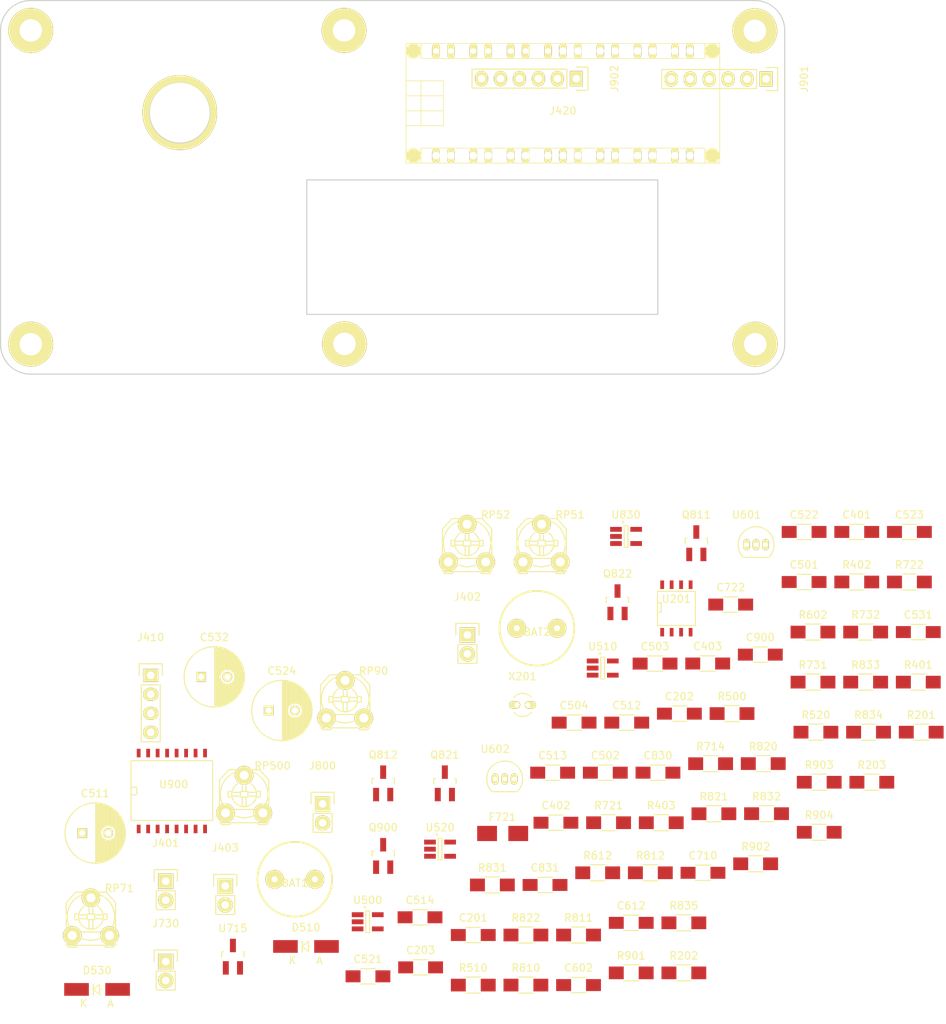
<source format=kicad_pcb>
(kicad_pcb (version 4) (host pcbnew 4.0.2-stable)

  (general
    (links 200)
    (no_connects 200)
    (area 47.324999 26.724999 152.475001 76.875001)
    (thickness 1.6)
    (drawings 13)
    (tracks 0)
    (zones 0)
    (modules 99)
    (nets 55)
  )

  (page A4)
  (layers
    (0 F.Cu signal)
    (31 B.Cu signal)
    (32 B.Adhes user)
    (33 F.Adhes user)
    (34 B.Paste user)
    (35 F.Paste user)
    (36 B.SilkS user)
    (37 F.SilkS user)
    (38 B.Mask user)
    (39 F.Mask user)
    (40 Dwgs.User user)
    (41 Cmts.User user)
    (42 Eco1.User user)
    (43 Eco2.User user)
    (44 Edge.Cuts user)
    (45 Margin user)
    (46 B.CrtYd user)
    (47 F.CrtYd user)
    (48 B.Fab user)
    (49 F.Fab user)
  )

  (setup
    (last_trace_width 0.25)
    (user_trace_width 0.2)
    (user_trace_width 0.5)
    (user_trace_width 1)
    (trace_clearance 0.2)
    (zone_clearance 0.2)
    (zone_45_only yes)
    (trace_min 0.2)
    (segment_width 0.2)
    (edge_width 0.1)
    (via_size 0.6)
    (via_drill 0.4)
    (via_min_size 0.4)
    (via_min_drill 0.3)
    (uvia_size 0.3)
    (uvia_drill 0.1)
    (uvias_allowed no)
    (uvia_min_size 0.2)
    (uvia_min_drill 0.1)
    (pcb_text_width 0.3)
    (pcb_text_size 1.5 1.5)
    (mod_edge_width 0.15)
    (mod_text_size 1 1)
    (mod_text_width 0.15)
    (pad_size 1.524 1.524)
    (pad_drill 0.762)
    (pad_to_mask_clearance 0.2)
    (aux_axis_origin 51.5 76.8)
    (visible_elements 7FFFFFEF)
    (pcbplotparams
      (layerselection 0x00030_80000001)
      (usegerberextensions false)
      (excludeedgelayer true)
      (linewidth 0.200000)
      (plotframeref false)
      (viasonmask false)
      (mode 1)
      (useauxorigin false)
      (hpglpennumber 1)
      (hpglpenspeed 20)
      (hpglpendiameter 15)
      (hpglpenoverlay 2)
      (psnegative false)
      (psa4output false)
      (plotreference true)
      (plotvalue true)
      (plotinvisibletext false)
      (padsonsilk false)
      (subtractmaskfromsilk false)
      (outputformat 1)
      (mirror false)
      (drillshape 1)
      (scaleselection 1)
      (outputdirectory ""))
  )

  (net 0 "")
  (net 1 "Net-(BAT1-Pad1)")
  (net 2 "Net-(BAT1-Pad2)")
  (net 3 GND)
  (net 4 "Net-(C201-Pad1)")
  (net 5 "Net-(C202-Pad1)")
  (net 6 V_rtc)
  (net 7 BP1)
  (net 8 BP2)
  (net 9 BP3)
  (net 10 V_sol)
  (net 11 "Net-(C503-Pad1)")
  (net 12 V_bat)
  (net 13 "Net-(C511-Pad1)")
  (net 14 "Net-(C513-Pad1)")
  (net 15 VCC)
  (net 16 "Net-(C522-Pad1)")
  (net 17 VPP)
  (net 18 quadA)
  (net 19 quadB)
  (net 20 V_ref)
  (net 21 M_imot)
  (net 22 SDA)
  (net 23 SCL)
  (net 24 alarm)
  (net 25 C_bkw)
  (net 26 C_frw)
  (net 27 charge_OFF)
  (net 28 M_bat)
  (net 29 M_sol)
  (net 30 mot_A)
  (net 31 mot_B)
  (net 32 "Net-(J901-Pad3)")
  (net 33 "Net-(J901-Pad4)")
  (net 34 "Net-(J901-Pad5)")
  (net 35 "Net-(J901-Pad6)")
  (net 36 "Net-(J902-Pad1)")
  (net 37 "Net-(J902-Pad2)")
  (net 38 "Net-(J902-Pad3)")
  (net 39 "Net-(J902-Pad4)")
  (net 40 "Net-(J902-Pad6)")
  (net 41 "Net-(Q811-Pad1)")
  (net 42 "Net-(Q811-Pad2)")
  (net 43 "Net-(Q812-Pad1)")
  (net 44 "Net-(Q821-Pad1)")
  (net 45 "Net-(Q822-Pad1)")
  (net 46 "Net-(Q900-Pad1)")
  (net 47 "Net-(R510-Pad2)")
  (net 48 VppEn)
  (net 49 "Net-(R831-Pad2)")
  (net 50 "Net-(R832-Pad2)")
  (net 51 "Net-(R833-Pad1)")
  (net 52 "Net-(R901-Pad1)")
  (net 53 "Net-(R902-Pad1)")
  (net 54 "Net-(RP71-Pad2)")

  (net_class Default "This is the default net class."
    (clearance 0.2)
    (trace_width 0.25)
    (via_dia 0.6)
    (via_drill 0.4)
    (uvia_dia 0.3)
    (uvia_drill 0.1)
    (add_net BP1)
    (add_net BP2)
    (add_net BP3)
    (add_net C_bkw)
    (add_net C_frw)
    (add_net GND)
    (add_net M_bat)
    (add_net M_imot)
    (add_net M_sol)
    (add_net "Net-(BAT1-Pad1)")
    (add_net "Net-(BAT1-Pad2)")
    (add_net "Net-(C201-Pad1)")
    (add_net "Net-(C202-Pad1)")
    (add_net "Net-(C503-Pad1)")
    (add_net "Net-(C511-Pad1)")
    (add_net "Net-(C513-Pad1)")
    (add_net "Net-(C522-Pad1)")
    (add_net "Net-(J901-Pad3)")
    (add_net "Net-(J901-Pad4)")
    (add_net "Net-(J901-Pad5)")
    (add_net "Net-(J901-Pad6)")
    (add_net "Net-(J902-Pad1)")
    (add_net "Net-(J902-Pad2)")
    (add_net "Net-(J902-Pad3)")
    (add_net "Net-(J902-Pad4)")
    (add_net "Net-(J902-Pad6)")
    (add_net "Net-(Q811-Pad1)")
    (add_net "Net-(Q811-Pad2)")
    (add_net "Net-(Q812-Pad1)")
    (add_net "Net-(Q821-Pad1)")
    (add_net "Net-(Q822-Pad1)")
    (add_net "Net-(Q900-Pad1)")
    (add_net "Net-(R510-Pad2)")
    (add_net "Net-(R831-Pad2)")
    (add_net "Net-(R832-Pad2)")
    (add_net "Net-(R833-Pad1)")
    (add_net "Net-(R901-Pad1)")
    (add_net "Net-(R902-Pad1)")
    (add_net "Net-(RP71-Pad2)")
    (add_net SCL)
    (add_net SDA)
    (add_net VCC)
    (add_net VPP)
    (add_net V_bat)
    (add_net V_ref)
    (add_net V_rtc)
    (add_net V_sol)
    (add_net VppEn)
    (add_net alarm)
    (add_net charge_OFF)
    (add_net mot_A)
    (add_net mot_B)
    (add_net quadA)
    (add_net quadB)
  )

  (module gdi:HFC1025 (layer F.Cu) (tedit 57EE3F23) (tstamp 57EE4403)
    (at 86.795001 144.415001)
    (path /57F92ED9)
    (fp_text reference BAT1 (at 0 0.5) (layer F.SilkS)
      (effects (font (size 1 1) (thickness 0.15)))
    )
    (fp_text value BAT (at 0 -0.5) (layer F.Fab)
      (effects (font (size 1 1) (thickness 0.15)))
    )
    (fp_circle (center 0 0) (end 5 0) (layer F.SilkS) (width 0.25))
    (pad 1 thru_hole circle (at -2.7 0) (size 2.5 2.5) (drill 0.8) (layers *.Cu *.Mask F.SilkS)
      (net 1 "Net-(BAT1-Pad1)"))
    (pad 2 thru_hole circle (at 2.7 0) (size 2.5 2.5) (drill 0.8) (layers *.Cu *.Mask F.SilkS)
      (net 2 "Net-(BAT1-Pad2)"))
  )

  (module gdi:HFC1025 (layer F.Cu) (tedit 57EE3F23) (tstamp 57EE440A)
    (at 119.215001 110.815001)
    (path /57F9300B)
    (fp_text reference BAT2 (at 0 0.5) (layer F.SilkS)
      (effects (font (size 1 1) (thickness 0.15)))
    )
    (fp_text value BAT (at 0 -0.5) (layer F.Fab)
      (effects (font (size 1 1) (thickness 0.15)))
    )
    (fp_circle (center 0 0) (end 5 0) (layer F.SilkS) (width 0.25))
    (pad 1 thru_hole circle (at -2.7 0) (size 2.5 2.5) (drill 0.8) (layers *.Cu *.Mask F.SilkS)
      (net 2 "Net-(BAT1-Pad2)"))
    (pad 2 thru_hole circle (at 2.7 0) (size 2.5 2.5) (drill 0.8) (layers *.Cu *.Mask F.SilkS)
      (net 3 GND))
  )

  (module Capacitors_SMD:C_1206_HandSoldering (layer F.Cu) (tedit 541A9C03) (tstamp 57EE4410)
    (at 110.695001 151.875)
    (descr "Capacitor SMD 1206, hand soldering")
    (tags "capacitor 1206")
    (path /573BFC1D)
    (attr smd)
    (fp_text reference C201 (at 0 -2.3) (layer F.SilkS)
      (effects (font (size 1 1) (thickness 0.15)))
    )
    (fp_text value 10p (at 0 2.3) (layer F.Fab)
      (effects (font (size 1 1) (thickness 0.15)))
    )
    (fp_line (start -3.3 -1.15) (end 3.3 -1.15) (layer F.CrtYd) (width 0.05))
    (fp_line (start -3.3 1.15) (end 3.3 1.15) (layer F.CrtYd) (width 0.05))
    (fp_line (start -3.3 -1.15) (end -3.3 1.15) (layer F.CrtYd) (width 0.05))
    (fp_line (start 3.3 -1.15) (end 3.3 1.15) (layer F.CrtYd) (width 0.05))
    (fp_line (start 1 -1.025) (end -1 -1.025) (layer F.SilkS) (width 0.15))
    (fp_line (start -1 1.025) (end 1 1.025) (layer F.SilkS) (width 0.15))
    (pad 1 smd rect (at -2 0) (size 2 1.6) (layers F.Cu F.Paste F.Mask)
      (net 4 "Net-(C201-Pad1)"))
    (pad 2 smd rect (at 2 0) (size 2 1.6) (layers F.Cu F.Paste F.Mask)
      (net 3 GND))
    (model Capacitors_SMD.3dshapes/C_1206_HandSoldering.wrl
      (at (xyz 0 0 0))
      (scale (xyz 1 1 1))
      (rotate (xyz 0 0 0))
    )
  )

  (module Capacitors_SMD:C_1206_HandSoldering (layer F.Cu) (tedit 541A9C03) (tstamp 57EE4416)
    (at 138.295001 122.245)
    (descr "Capacitor SMD 1206, hand soldering")
    (tags "capacitor 1206")
    (path /573BFB1E)
    (attr smd)
    (fp_text reference C202 (at 0 -2.3) (layer F.SilkS)
      (effects (font (size 1 1) (thickness 0.15)))
    )
    (fp_text value 10p (at 0 2.3) (layer F.Fab)
      (effects (font (size 1 1) (thickness 0.15)))
    )
    (fp_line (start -3.3 -1.15) (end 3.3 -1.15) (layer F.CrtYd) (width 0.05))
    (fp_line (start -3.3 1.15) (end 3.3 1.15) (layer F.CrtYd) (width 0.05))
    (fp_line (start -3.3 -1.15) (end -3.3 1.15) (layer F.CrtYd) (width 0.05))
    (fp_line (start 3.3 -1.15) (end 3.3 1.15) (layer F.CrtYd) (width 0.05))
    (fp_line (start 1 -1.025) (end -1 -1.025) (layer F.SilkS) (width 0.15))
    (fp_line (start -1 1.025) (end 1 1.025) (layer F.SilkS) (width 0.15))
    (pad 1 smd rect (at -2 0) (size 2 1.6) (layers F.Cu F.Paste F.Mask)
      (net 5 "Net-(C202-Pad1)"))
    (pad 2 smd rect (at 2 0) (size 2 1.6) (layers F.Cu F.Paste F.Mask)
      (net 3 GND))
    (model Capacitors_SMD.3dshapes/C_1206_HandSoldering.wrl
      (at (xyz 0 0 0))
      (scale (xyz 1 1 1))
      (rotate (xyz 0 0 0))
    )
  )

  (module Capacitors_SMD:C_1206_HandSoldering (layer F.Cu) (tedit 541A9C03) (tstamp 57EE441C)
    (at 103.645001 156.205)
    (descr "Capacitor SMD 1206, hand soldering")
    (tags "capacitor 1206")
    (path /573E00FC)
    (attr smd)
    (fp_text reference C203 (at 0 -2.3) (layer F.SilkS)
      (effects (font (size 1 1) (thickness 0.15)))
    )
    (fp_text value 10n (at 0 2.3) (layer F.Fab)
      (effects (font (size 1 1) (thickness 0.15)))
    )
    (fp_line (start -3.3 -1.15) (end 3.3 -1.15) (layer F.CrtYd) (width 0.05))
    (fp_line (start -3.3 1.15) (end 3.3 1.15) (layer F.CrtYd) (width 0.05))
    (fp_line (start -3.3 -1.15) (end -3.3 1.15) (layer F.CrtYd) (width 0.05))
    (fp_line (start 3.3 -1.15) (end 3.3 1.15) (layer F.CrtYd) (width 0.05))
    (fp_line (start 1 -1.025) (end -1 -1.025) (layer F.SilkS) (width 0.15))
    (fp_line (start -1 1.025) (end 1 1.025) (layer F.SilkS) (width 0.15))
    (pad 1 smd rect (at -2 0) (size 2 1.6) (layers F.Cu F.Paste F.Mask)
      (net 6 V_rtc))
    (pad 2 smd rect (at 2 0) (size 2 1.6) (layers F.Cu F.Paste F.Mask)
      (net 3 GND))
    (model Capacitors_SMD.3dshapes/C_1206_HandSoldering.wrl
      (at (xyz 0 0 0))
      (scale (xyz 1 1 1))
      (rotate (xyz 0 0 0))
    )
  )

  (module Capacitors_SMD:C_1206_HandSoldering (layer F.Cu) (tedit 541A9C03) (tstamp 57EE4422)
    (at 162.045001 97.925)
    (descr "Capacitor SMD 1206, hand soldering")
    (tags "capacitor 1206")
    (path /573C838A)
    (attr smd)
    (fp_text reference C401 (at 0 -2.3) (layer F.SilkS)
      (effects (font (size 1 1) (thickness 0.15)))
    )
    (fp_text value 10n (at 0 2.3) (layer F.Fab)
      (effects (font (size 1 1) (thickness 0.15)))
    )
    (fp_line (start -3.3 -1.15) (end 3.3 -1.15) (layer F.CrtYd) (width 0.05))
    (fp_line (start -3.3 1.15) (end 3.3 1.15) (layer F.CrtYd) (width 0.05))
    (fp_line (start -3.3 -1.15) (end -3.3 1.15) (layer F.CrtYd) (width 0.05))
    (fp_line (start 3.3 -1.15) (end 3.3 1.15) (layer F.CrtYd) (width 0.05))
    (fp_line (start 1 -1.025) (end -1 -1.025) (layer F.SilkS) (width 0.15))
    (fp_line (start -1 1.025) (end 1 1.025) (layer F.SilkS) (width 0.15))
    (pad 1 smd rect (at -2 0) (size 2 1.6) (layers F.Cu F.Paste F.Mask)
      (net 7 BP1))
    (pad 2 smd rect (at 2 0) (size 2 1.6) (layers F.Cu F.Paste F.Mask)
      (net 3 GND))
    (model Capacitors_SMD.3dshapes/C_1206_HandSoldering.wrl
      (at (xyz 0 0 0))
      (scale (xyz 1 1 1))
      (rotate (xyz 0 0 0))
    )
  )

  (module Capacitors_SMD:C_1206_HandSoldering (layer F.Cu) (tedit 541A9C03) (tstamp 57EE4428)
    (at 121.765001 136.845)
    (descr "Capacitor SMD 1206, hand soldering")
    (tags "capacitor 1206")
    (path /57C1BF1E)
    (attr smd)
    (fp_text reference C402 (at 0 -2.3) (layer F.SilkS)
      (effects (font (size 1 1) (thickness 0.15)))
    )
    (fp_text value 10n (at 0 2.3) (layer F.Fab)
      (effects (font (size 1 1) (thickness 0.15)))
    )
    (fp_line (start -3.3 -1.15) (end 3.3 -1.15) (layer F.CrtYd) (width 0.05))
    (fp_line (start -3.3 1.15) (end 3.3 1.15) (layer F.CrtYd) (width 0.05))
    (fp_line (start -3.3 -1.15) (end -3.3 1.15) (layer F.CrtYd) (width 0.05))
    (fp_line (start 3.3 -1.15) (end 3.3 1.15) (layer F.CrtYd) (width 0.05))
    (fp_line (start 1 -1.025) (end -1 -1.025) (layer F.SilkS) (width 0.15))
    (fp_line (start -1 1.025) (end 1 1.025) (layer F.SilkS) (width 0.15))
    (pad 1 smd rect (at -2 0) (size 2 1.6) (layers F.Cu F.Paste F.Mask)
      (net 8 BP2))
    (pad 2 smd rect (at 2 0) (size 2 1.6) (layers F.Cu F.Paste F.Mask)
      (net 3 GND))
    (model Capacitors_SMD.3dshapes/C_1206_HandSoldering.wrl
      (at (xyz 0 0 0))
      (scale (xyz 1 1 1))
      (rotate (xyz 0 0 0))
    )
  )

  (module Capacitors_SMD:C_1206_HandSoldering (layer F.Cu) (tedit 541A9C03) (tstamp 57EE442E)
    (at 142.085001 115.535)
    (descr "Capacitor SMD 1206, hand soldering")
    (tags "capacitor 1206")
    (path /57C1C067)
    (attr smd)
    (fp_text reference C403 (at 0 -2.3) (layer F.SilkS)
      (effects (font (size 1 1) (thickness 0.15)))
    )
    (fp_text value 10n (at 0 2.3) (layer F.Fab)
      (effects (font (size 1 1) (thickness 0.15)))
    )
    (fp_line (start -3.3 -1.15) (end 3.3 -1.15) (layer F.CrtYd) (width 0.05))
    (fp_line (start -3.3 1.15) (end 3.3 1.15) (layer F.CrtYd) (width 0.05))
    (fp_line (start -3.3 -1.15) (end -3.3 1.15) (layer F.CrtYd) (width 0.05))
    (fp_line (start 3.3 -1.15) (end 3.3 1.15) (layer F.CrtYd) (width 0.05))
    (fp_line (start 1 -1.025) (end -1 -1.025) (layer F.SilkS) (width 0.15))
    (fp_line (start -1 1.025) (end 1 1.025) (layer F.SilkS) (width 0.15))
    (pad 1 smd rect (at -2 0) (size 2 1.6) (layers F.Cu F.Paste F.Mask)
      (net 9 BP3))
    (pad 2 smd rect (at 2 0) (size 2 1.6) (layers F.Cu F.Paste F.Mask)
      (net 3 GND))
    (model Capacitors_SMD.3dshapes/C_1206_HandSoldering.wrl
      (at (xyz 0 0 0))
      (scale (xyz 1 1 1))
      (rotate (xyz 0 0 0))
    )
  )

  (module Capacitors_SMD:C_1206_HandSoldering (layer F.Cu) (tedit 541A9C03) (tstamp 57EE4434)
    (at 154.995001 104.625)
    (descr "Capacitor SMD 1206, hand soldering")
    (tags "capacitor 1206")
    (path /57C0AF26)
    (attr smd)
    (fp_text reference C501 (at 0 -2.3) (layer F.SilkS)
      (effects (font (size 1 1) (thickness 0.15)))
    )
    (fp_text value 10uF (at 0 2.3) (layer F.Fab)
      (effects (font (size 1 1) (thickness 0.15)))
    )
    (fp_line (start -3.3 -1.15) (end 3.3 -1.15) (layer F.CrtYd) (width 0.05))
    (fp_line (start -3.3 1.15) (end 3.3 1.15) (layer F.CrtYd) (width 0.05))
    (fp_line (start -3.3 -1.15) (end -3.3 1.15) (layer F.CrtYd) (width 0.05))
    (fp_line (start 3.3 -1.15) (end 3.3 1.15) (layer F.CrtYd) (width 0.05))
    (fp_line (start 1 -1.025) (end -1 -1.025) (layer F.SilkS) (width 0.15))
    (fp_line (start -1 1.025) (end 1 1.025) (layer F.SilkS) (width 0.15))
    (pad 1 smd rect (at -2 0) (size 2 1.6) (layers F.Cu F.Paste F.Mask)
      (net 10 V_sol))
    (pad 2 smd rect (at 2 0) (size 2 1.6) (layers F.Cu F.Paste F.Mask)
      (net 3 GND))
    (model Capacitors_SMD.3dshapes/C_1206_HandSoldering.wrl
      (at (xyz 0 0 0))
      (scale (xyz 1 1 1))
      (rotate (xyz 0 0 0))
    )
  )

  (module Capacitors_SMD:C_1206_HandSoldering (layer F.Cu) (tedit 541A9C03) (tstamp 57EE443A)
    (at 128.375001 130.145)
    (descr "Capacitor SMD 1206, hand soldering")
    (tags "capacitor 1206")
    (path /57C08080)
    (attr smd)
    (fp_text reference C502 (at 0 -2.3) (layer F.SilkS)
      (effects (font (size 1 1) (thickness 0.15)))
    )
    (fp_text value 10n (at 0 2.3) (layer F.Fab)
      (effects (font (size 1 1) (thickness 0.15)))
    )
    (fp_line (start -3.3 -1.15) (end 3.3 -1.15) (layer F.CrtYd) (width 0.05))
    (fp_line (start -3.3 1.15) (end 3.3 1.15) (layer F.CrtYd) (width 0.05))
    (fp_line (start -3.3 -1.15) (end -3.3 1.15) (layer F.CrtYd) (width 0.05))
    (fp_line (start 3.3 -1.15) (end 3.3 1.15) (layer F.CrtYd) (width 0.05))
    (fp_line (start 1 -1.025) (end -1 -1.025) (layer F.SilkS) (width 0.15))
    (fp_line (start -1 1.025) (end 1 1.025) (layer F.SilkS) (width 0.15))
    (pad 1 smd rect (at -2 0) (size 2 1.6) (layers F.Cu F.Paste F.Mask)
      (net 10 V_sol))
    (pad 2 smd rect (at 2 0) (size 2 1.6) (layers F.Cu F.Paste F.Mask)
      (net 3 GND))
    (model Capacitors_SMD.3dshapes/C_1206_HandSoldering.wrl
      (at (xyz 0 0 0))
      (scale (xyz 1 1 1))
      (rotate (xyz 0 0 0))
    )
  )

  (module Capacitors_SMD:C_1206_HandSoldering (layer F.Cu) (tedit 541A9C03) (tstamp 57EE4440)
    (at 135.035001 115.545)
    (descr "Capacitor SMD 1206, hand soldering")
    (tags "capacitor 1206")
    (path /57C110DB)
    (attr smd)
    (fp_text reference C503 (at 0 -2.3) (layer F.SilkS)
      (effects (font (size 1 1) (thickness 0.15)))
    )
    (fp_text value 10n (at 0 2.3) (layer F.Fab)
      (effects (font (size 1 1) (thickness 0.15)))
    )
    (fp_line (start -3.3 -1.15) (end 3.3 -1.15) (layer F.CrtYd) (width 0.05))
    (fp_line (start -3.3 1.15) (end 3.3 1.15) (layer F.CrtYd) (width 0.05))
    (fp_line (start -3.3 -1.15) (end -3.3 1.15) (layer F.CrtYd) (width 0.05))
    (fp_line (start 3.3 -1.15) (end 3.3 1.15) (layer F.CrtYd) (width 0.05))
    (fp_line (start 1 -1.025) (end -1 -1.025) (layer F.SilkS) (width 0.15))
    (fp_line (start -1 1.025) (end 1 1.025) (layer F.SilkS) (width 0.15))
    (pad 1 smd rect (at -2 0) (size 2 1.6) (layers F.Cu F.Paste F.Mask)
      (net 11 "Net-(C503-Pad1)"))
    (pad 2 smd rect (at 2 0) (size 2 1.6) (layers F.Cu F.Paste F.Mask)
      (net 3 GND))
    (model Capacitors_SMD.3dshapes/C_1206_HandSoldering.wrl
      (at (xyz 0 0 0))
      (scale (xyz 1 1 1))
      (rotate (xyz 0 0 0))
    )
  )

  (module Capacitors_SMD:C_1206_HandSoldering (layer F.Cu) (tedit 541A9C03) (tstamp 57EE4446)
    (at 124.195001 123.445)
    (descr "Capacitor SMD 1206, hand soldering")
    (tags "capacitor 1206")
    (path /57C12788)
    (attr smd)
    (fp_text reference C504 (at 0 -2.3) (layer F.SilkS)
      (effects (font (size 1 1) (thickness 0.15)))
    )
    (fp_text value 10uF (at 0 2.3) (layer F.Fab)
      (effects (font (size 1 1) (thickness 0.15)))
    )
    (fp_line (start -3.3 -1.15) (end 3.3 -1.15) (layer F.CrtYd) (width 0.05))
    (fp_line (start -3.3 1.15) (end 3.3 1.15) (layer F.CrtYd) (width 0.05))
    (fp_line (start -3.3 -1.15) (end -3.3 1.15) (layer F.CrtYd) (width 0.05))
    (fp_line (start 3.3 -1.15) (end 3.3 1.15) (layer F.CrtYd) (width 0.05))
    (fp_line (start 1 -1.025) (end -1 -1.025) (layer F.SilkS) (width 0.15))
    (fp_line (start -1 1.025) (end 1 1.025) (layer F.SilkS) (width 0.15))
    (pad 1 smd rect (at -2 0) (size 2 1.6) (layers F.Cu F.Paste F.Mask)
      (net 12 V_bat))
    (pad 2 smd rect (at 2 0) (size 2 1.6) (layers F.Cu F.Paste F.Mask)
      (net 3 GND))
    (model Capacitors_SMD.3dshapes/C_1206_HandSoldering.wrl
      (at (xyz 0 0 0))
      (scale (xyz 1 1 1))
      (rotate (xyz 0 0 0))
    )
  )

  (module Capacitors_ThroughHole:C_Radial_D8_L11.5_P3.5 (layer F.Cu) (tedit 0) (tstamp 57EE444C)
    (at 58.325001 138.225)
    (descr "Radial Electrolytic Capacitor Diameter 8mm x Length 11.5mm, Pitch 3.5mm")
    (tags "Electrolytic Capacitor")
    (path /57EE1809)
    (fp_text reference C511 (at 1.75 -5.3) (layer F.SilkS)
      (effects (font (size 1 1) (thickness 0.15)))
    )
    (fp_text value 470uF (at 1.75 5.3) (layer F.Fab)
      (effects (font (size 1 1) (thickness 0.15)))
    )
    (fp_line (start 1.825 -3.999) (end 1.825 3.999) (layer F.SilkS) (width 0.15))
    (fp_line (start 1.965 -3.994) (end 1.965 3.994) (layer F.SilkS) (width 0.15))
    (fp_line (start 2.105 -3.984) (end 2.105 3.984) (layer F.SilkS) (width 0.15))
    (fp_line (start 2.245 -3.969) (end 2.245 3.969) (layer F.SilkS) (width 0.15))
    (fp_line (start 2.385 -3.949) (end 2.385 3.949) (layer F.SilkS) (width 0.15))
    (fp_line (start 2.525 -3.924) (end 2.525 -0.222) (layer F.SilkS) (width 0.15))
    (fp_line (start 2.525 0.222) (end 2.525 3.924) (layer F.SilkS) (width 0.15))
    (fp_line (start 2.665 -3.894) (end 2.665 -0.55) (layer F.SilkS) (width 0.15))
    (fp_line (start 2.665 0.55) (end 2.665 3.894) (layer F.SilkS) (width 0.15))
    (fp_line (start 2.805 -3.858) (end 2.805 -0.719) (layer F.SilkS) (width 0.15))
    (fp_line (start 2.805 0.719) (end 2.805 3.858) (layer F.SilkS) (width 0.15))
    (fp_line (start 2.945 -3.817) (end 2.945 -0.832) (layer F.SilkS) (width 0.15))
    (fp_line (start 2.945 0.832) (end 2.945 3.817) (layer F.SilkS) (width 0.15))
    (fp_line (start 3.085 -3.771) (end 3.085 -0.91) (layer F.SilkS) (width 0.15))
    (fp_line (start 3.085 0.91) (end 3.085 3.771) (layer F.SilkS) (width 0.15))
    (fp_line (start 3.225 -3.718) (end 3.225 -0.961) (layer F.SilkS) (width 0.15))
    (fp_line (start 3.225 0.961) (end 3.225 3.718) (layer F.SilkS) (width 0.15))
    (fp_line (start 3.365 -3.659) (end 3.365 -0.991) (layer F.SilkS) (width 0.15))
    (fp_line (start 3.365 0.991) (end 3.365 3.659) (layer F.SilkS) (width 0.15))
    (fp_line (start 3.505 -3.594) (end 3.505 -1) (layer F.SilkS) (width 0.15))
    (fp_line (start 3.505 1) (end 3.505 3.594) (layer F.SilkS) (width 0.15))
    (fp_line (start 3.645 -3.523) (end 3.645 -0.989) (layer F.SilkS) (width 0.15))
    (fp_line (start 3.645 0.989) (end 3.645 3.523) (layer F.SilkS) (width 0.15))
    (fp_line (start 3.785 -3.444) (end 3.785 -0.959) (layer F.SilkS) (width 0.15))
    (fp_line (start 3.785 0.959) (end 3.785 3.444) (layer F.SilkS) (width 0.15))
    (fp_line (start 3.925 -3.357) (end 3.925 -0.905) (layer F.SilkS) (width 0.15))
    (fp_line (start 3.925 0.905) (end 3.925 3.357) (layer F.SilkS) (width 0.15))
    (fp_line (start 4.065 -3.262) (end 4.065 -0.825) (layer F.SilkS) (width 0.15))
    (fp_line (start 4.065 0.825) (end 4.065 3.262) (layer F.SilkS) (width 0.15))
    (fp_line (start 4.205 -3.158) (end 4.205 -0.709) (layer F.SilkS) (width 0.15))
    (fp_line (start 4.205 0.709) (end 4.205 3.158) (layer F.SilkS) (width 0.15))
    (fp_line (start 4.345 -3.044) (end 4.345 -0.535) (layer F.SilkS) (width 0.15))
    (fp_line (start 4.345 0.535) (end 4.345 3.044) (layer F.SilkS) (width 0.15))
    (fp_line (start 4.485 -2.919) (end 4.485 -0.173) (layer F.SilkS) (width 0.15))
    (fp_line (start 4.485 0.173) (end 4.485 2.919) (layer F.SilkS) (width 0.15))
    (fp_line (start 4.625 -2.781) (end 4.625 2.781) (layer F.SilkS) (width 0.15))
    (fp_line (start 4.765 -2.629) (end 4.765 2.629) (layer F.SilkS) (width 0.15))
    (fp_line (start 4.905 -2.459) (end 4.905 2.459) (layer F.SilkS) (width 0.15))
    (fp_line (start 5.045 -2.268) (end 5.045 2.268) (layer F.SilkS) (width 0.15))
    (fp_line (start 5.185 -2.05) (end 5.185 2.05) (layer F.SilkS) (width 0.15))
    (fp_line (start 5.325 -1.794) (end 5.325 1.794) (layer F.SilkS) (width 0.15))
    (fp_line (start 5.465 -1.483) (end 5.465 1.483) (layer F.SilkS) (width 0.15))
    (fp_line (start 5.605 -1.067) (end 5.605 1.067) (layer F.SilkS) (width 0.15))
    (fp_line (start 5.745 -0.2) (end 5.745 0.2) (layer F.SilkS) (width 0.15))
    (fp_circle (center 3.5 0) (end 3.5 -1) (layer F.SilkS) (width 0.15))
    (fp_circle (center 1.75 0) (end 1.75 -4.0375) (layer F.SilkS) (width 0.15))
    (fp_circle (center 1.75 0) (end 1.75 -4.3) (layer F.CrtYd) (width 0.05))
    (pad 2 thru_hole circle (at 3.5 0) (size 1.3 1.3) (drill 0.8) (layers *.Cu *.Mask F.SilkS)
      (net 3 GND))
    (pad 1 thru_hole rect (at 0 0) (size 1.3 1.3) (drill 0.8) (layers *.Cu *.Mask F.SilkS)
      (net 13 "Net-(C511-Pad1)"))
    (model Capacitors_ThroughHole.3dshapes/C_Radial_D8_L11.5_P3.5.wrl
      (at (xyz 0 0 0))
      (scale (xyz 1 1 1))
      (rotate (xyz 0 0 0))
    )
  )

  (module Capacitors_SMD:C_1206_HandSoldering (layer F.Cu) (tedit 541A9C03) (tstamp 57EE4452)
    (at 131.245001 123.445)
    (descr "Capacitor SMD 1206, hand soldering")
    (tags "capacitor 1206")
    (path /57EDDFD5)
    (attr smd)
    (fp_text reference C512 (at 0 -2.3) (layer F.SilkS)
      (effects (font (size 1 1) (thickness 0.15)))
    )
    (fp_text value 10uF (at 0 2.3) (layer F.Fab)
      (effects (font (size 1 1) (thickness 0.15)))
    )
    (fp_line (start -3.3 -1.15) (end 3.3 -1.15) (layer F.CrtYd) (width 0.05))
    (fp_line (start -3.3 1.15) (end 3.3 1.15) (layer F.CrtYd) (width 0.05))
    (fp_line (start -3.3 -1.15) (end -3.3 1.15) (layer F.CrtYd) (width 0.05))
    (fp_line (start 3.3 -1.15) (end 3.3 1.15) (layer F.CrtYd) (width 0.05))
    (fp_line (start 1 -1.025) (end -1 -1.025) (layer F.SilkS) (width 0.15))
    (fp_line (start -1 1.025) (end 1 1.025) (layer F.SilkS) (width 0.15))
    (pad 1 smd rect (at -2 0) (size 2 1.6) (layers F.Cu F.Paste F.Mask)
      (net 13 "Net-(C511-Pad1)"))
    (pad 2 smd rect (at 2 0) (size 2 1.6) (layers F.Cu F.Paste F.Mask)
      (net 3 GND))
    (model Capacitors_SMD.3dshapes/C_1206_HandSoldering.wrl
      (at (xyz 0 0 0))
      (scale (xyz 1 1 1))
      (rotate (xyz 0 0 0))
    )
  )

  (module Capacitors_SMD:C_1206_HandSoldering (layer F.Cu) (tedit 541A9C03) (tstamp 57EE4458)
    (at 121.325001 130.145)
    (descr "Capacitor SMD 1206, hand soldering")
    (tags "capacitor 1206")
    (path /57EDDFCF)
    (attr smd)
    (fp_text reference C513 (at 0 -2.3) (layer F.SilkS)
      (effects (font (size 1 1) (thickness 0.15)))
    )
    (fp_text value 10n (at 0 2.3) (layer F.Fab)
      (effects (font (size 1 1) (thickness 0.15)))
    )
    (fp_line (start -3.3 -1.15) (end 3.3 -1.15) (layer F.CrtYd) (width 0.05))
    (fp_line (start -3.3 1.15) (end 3.3 1.15) (layer F.CrtYd) (width 0.05))
    (fp_line (start -3.3 -1.15) (end -3.3 1.15) (layer F.CrtYd) (width 0.05))
    (fp_line (start 3.3 -1.15) (end 3.3 1.15) (layer F.CrtYd) (width 0.05))
    (fp_line (start 1 -1.025) (end -1 -1.025) (layer F.SilkS) (width 0.15))
    (fp_line (start -1 1.025) (end 1 1.025) (layer F.SilkS) (width 0.15))
    (pad 1 smd rect (at -2 0) (size 2 1.6) (layers F.Cu F.Paste F.Mask)
      (net 14 "Net-(C513-Pad1)"))
    (pad 2 smd rect (at 2 0) (size 2 1.6) (layers F.Cu F.Paste F.Mask)
      (net 3 GND))
    (model Capacitors_SMD.3dshapes/C_1206_HandSoldering.wrl
      (at (xyz 0 0 0))
      (scale (xyz 1 1 1))
      (rotate (xyz 0 0 0))
    )
  )

  (module Capacitors_SMD:C_1206_HandSoldering (layer F.Cu) (tedit 541A9C03) (tstamp 57EE445E)
    (at 103.565001 149.505)
    (descr "Capacitor SMD 1206, hand soldering")
    (tags "capacitor 1206")
    (path /57EDDFB1)
    (attr smd)
    (fp_text reference C514 (at 0 -2.3) (layer F.SilkS)
      (effects (font (size 1 1) (thickness 0.15)))
    )
    (fp_text value 10uF (at 0 2.3) (layer F.Fab)
      (effects (font (size 1 1) (thickness 0.15)))
    )
    (fp_line (start -3.3 -1.15) (end 3.3 -1.15) (layer F.CrtYd) (width 0.05))
    (fp_line (start -3.3 1.15) (end 3.3 1.15) (layer F.CrtYd) (width 0.05))
    (fp_line (start -3.3 -1.15) (end -3.3 1.15) (layer F.CrtYd) (width 0.05))
    (fp_line (start 3.3 -1.15) (end 3.3 1.15) (layer F.CrtYd) (width 0.05))
    (fp_line (start 1 -1.025) (end -1 -1.025) (layer F.SilkS) (width 0.15))
    (fp_line (start -1 1.025) (end 1 1.025) (layer F.SilkS) (width 0.15))
    (pad 1 smd rect (at -2 0) (size 2 1.6) (layers F.Cu F.Paste F.Mask)
      (net 15 VCC))
    (pad 2 smd rect (at 2 0) (size 2 1.6) (layers F.Cu F.Paste F.Mask)
      (net 3 GND))
    (model Capacitors_SMD.3dshapes/C_1206_HandSoldering.wrl
      (at (xyz 0 0 0))
      (scale (xyz 1 1 1))
      (rotate (xyz 0 0 0))
    )
  )

  (module Capacitors_SMD:C_1206_HandSoldering (layer F.Cu) (tedit 541A9C03) (tstamp 57EE4464)
    (at 96.595001 157.405)
    (descr "Capacitor SMD 1206, hand soldering")
    (tags "capacitor 1206")
    (path /57F6986D)
    (attr smd)
    (fp_text reference C521 (at 0 -2.3) (layer F.SilkS)
      (effects (font (size 1 1) (thickness 0.15)))
    )
    (fp_text value 10uF (at 0 2.3) (layer F.Fab)
      (effects (font (size 1 1) (thickness 0.15)))
    )
    (fp_line (start -3.3 -1.15) (end 3.3 -1.15) (layer F.CrtYd) (width 0.05))
    (fp_line (start -3.3 1.15) (end 3.3 1.15) (layer F.CrtYd) (width 0.05))
    (fp_line (start -3.3 -1.15) (end -3.3 1.15) (layer F.CrtYd) (width 0.05))
    (fp_line (start 3.3 -1.15) (end 3.3 1.15) (layer F.CrtYd) (width 0.05))
    (fp_line (start 1 -1.025) (end -1 -1.025) (layer F.SilkS) (width 0.15))
    (fp_line (start -1 1.025) (end 1 1.025) (layer F.SilkS) (width 0.15))
    (pad 1 smd rect (at -2 0) (size 2 1.6) (layers F.Cu F.Paste F.Mask)
      (net 12 V_bat))
    (pad 2 smd rect (at 2 0) (size 2 1.6) (layers F.Cu F.Paste F.Mask)
      (net 3 GND))
    (model Capacitors_SMD.3dshapes/C_1206_HandSoldering.wrl
      (at (xyz 0 0 0))
      (scale (xyz 1 1 1))
      (rotate (xyz 0 0 0))
    )
  )

  (module Capacitors_SMD:C_1206_HandSoldering (layer F.Cu) (tedit 541A9C03) (tstamp 57EE446A)
    (at 154.995001 97.925)
    (descr "Capacitor SMD 1206, hand soldering")
    (tags "capacitor 1206")
    (path /57F6989F)
    (attr smd)
    (fp_text reference C522 (at 0 -2.3) (layer F.SilkS)
      (effects (font (size 1 1) (thickness 0.15)))
    )
    (fp_text value 10n (at 0 2.3) (layer F.Fab)
      (effects (font (size 1 1) (thickness 0.15)))
    )
    (fp_line (start -3.3 -1.15) (end 3.3 -1.15) (layer F.CrtYd) (width 0.05))
    (fp_line (start -3.3 1.15) (end 3.3 1.15) (layer F.CrtYd) (width 0.05))
    (fp_line (start -3.3 -1.15) (end -3.3 1.15) (layer F.CrtYd) (width 0.05))
    (fp_line (start 3.3 -1.15) (end 3.3 1.15) (layer F.CrtYd) (width 0.05))
    (fp_line (start 1 -1.025) (end -1 -1.025) (layer F.SilkS) (width 0.15))
    (fp_line (start -1 1.025) (end 1 1.025) (layer F.SilkS) (width 0.15))
    (pad 1 smd rect (at -2 0) (size 2 1.6) (layers F.Cu F.Paste F.Mask)
      (net 16 "Net-(C522-Pad1)"))
    (pad 2 smd rect (at 2 0) (size 2 1.6) (layers F.Cu F.Paste F.Mask)
      (net 3 GND))
    (model Capacitors_SMD.3dshapes/C_1206_HandSoldering.wrl
      (at (xyz 0 0 0))
      (scale (xyz 1 1 1))
      (rotate (xyz 0 0 0))
    )
  )

  (module Capacitors_SMD:C_1206_HandSoldering (layer F.Cu) (tedit 541A9C03) (tstamp 57EE4470)
    (at 169.095001 97.925)
    (descr "Capacitor SMD 1206, hand soldering")
    (tags "capacitor 1206")
    (path /57F6984F)
    (attr smd)
    (fp_text reference C523 (at 0 -2.3) (layer F.SilkS)
      (effects (font (size 1 1) (thickness 0.15)))
    )
    (fp_text value 10uF (at 0 2.3) (layer F.Fab)
      (effects (font (size 1 1) (thickness 0.15)))
    )
    (fp_line (start -3.3 -1.15) (end 3.3 -1.15) (layer F.CrtYd) (width 0.05))
    (fp_line (start -3.3 1.15) (end 3.3 1.15) (layer F.CrtYd) (width 0.05))
    (fp_line (start -3.3 -1.15) (end -3.3 1.15) (layer F.CrtYd) (width 0.05))
    (fp_line (start 3.3 -1.15) (end 3.3 1.15) (layer F.CrtYd) (width 0.05))
    (fp_line (start 1 -1.025) (end -1 -1.025) (layer F.SilkS) (width 0.15))
    (fp_line (start -1 1.025) (end 1 1.025) (layer F.SilkS) (width 0.15))
    (pad 1 smd rect (at -2 0) (size 2 1.6) (layers F.Cu F.Paste F.Mask)
      (net 17 VPP))
    (pad 2 smd rect (at 2 0) (size 2 1.6) (layers F.Cu F.Paste F.Mask)
      (net 3 GND))
    (model Capacitors_SMD.3dshapes/C_1206_HandSoldering.wrl
      (at (xyz 0 0 0))
      (scale (xyz 1 1 1))
      (rotate (xyz 0 0 0))
    )
  )

  (module Capacitors_ThroughHole:C_Radial_D8_L11.5_P3.5 (layer F.Cu) (tedit 0) (tstamp 57EE4476)
    (at 83.315001 121.825)
    (descr "Radial Electrolytic Capacitor Diameter 8mm x Length 11.5mm, Pitch 3.5mm")
    (tags "Electrolytic Capacitor")
    (path /57F6988B)
    (fp_text reference C524 (at 1.75 -5.3) (layer F.SilkS)
      (effects (font (size 1 1) (thickness 0.15)))
    )
    (fp_text value 470uF (at 1.75 5.3) (layer F.Fab)
      (effects (font (size 1 1) (thickness 0.15)))
    )
    (fp_line (start 1.825 -3.999) (end 1.825 3.999) (layer F.SilkS) (width 0.15))
    (fp_line (start 1.965 -3.994) (end 1.965 3.994) (layer F.SilkS) (width 0.15))
    (fp_line (start 2.105 -3.984) (end 2.105 3.984) (layer F.SilkS) (width 0.15))
    (fp_line (start 2.245 -3.969) (end 2.245 3.969) (layer F.SilkS) (width 0.15))
    (fp_line (start 2.385 -3.949) (end 2.385 3.949) (layer F.SilkS) (width 0.15))
    (fp_line (start 2.525 -3.924) (end 2.525 -0.222) (layer F.SilkS) (width 0.15))
    (fp_line (start 2.525 0.222) (end 2.525 3.924) (layer F.SilkS) (width 0.15))
    (fp_line (start 2.665 -3.894) (end 2.665 -0.55) (layer F.SilkS) (width 0.15))
    (fp_line (start 2.665 0.55) (end 2.665 3.894) (layer F.SilkS) (width 0.15))
    (fp_line (start 2.805 -3.858) (end 2.805 -0.719) (layer F.SilkS) (width 0.15))
    (fp_line (start 2.805 0.719) (end 2.805 3.858) (layer F.SilkS) (width 0.15))
    (fp_line (start 2.945 -3.817) (end 2.945 -0.832) (layer F.SilkS) (width 0.15))
    (fp_line (start 2.945 0.832) (end 2.945 3.817) (layer F.SilkS) (width 0.15))
    (fp_line (start 3.085 -3.771) (end 3.085 -0.91) (layer F.SilkS) (width 0.15))
    (fp_line (start 3.085 0.91) (end 3.085 3.771) (layer F.SilkS) (width 0.15))
    (fp_line (start 3.225 -3.718) (end 3.225 -0.961) (layer F.SilkS) (width 0.15))
    (fp_line (start 3.225 0.961) (end 3.225 3.718) (layer F.SilkS) (width 0.15))
    (fp_line (start 3.365 -3.659) (end 3.365 -0.991) (layer F.SilkS) (width 0.15))
    (fp_line (start 3.365 0.991) (end 3.365 3.659) (layer F.SilkS) (width 0.15))
    (fp_line (start 3.505 -3.594) (end 3.505 -1) (layer F.SilkS) (width 0.15))
    (fp_line (start 3.505 1) (end 3.505 3.594) (layer F.SilkS) (width 0.15))
    (fp_line (start 3.645 -3.523) (end 3.645 -0.989) (layer F.SilkS) (width 0.15))
    (fp_line (start 3.645 0.989) (end 3.645 3.523) (layer F.SilkS) (width 0.15))
    (fp_line (start 3.785 -3.444) (end 3.785 -0.959) (layer F.SilkS) (width 0.15))
    (fp_line (start 3.785 0.959) (end 3.785 3.444) (layer F.SilkS) (width 0.15))
    (fp_line (start 3.925 -3.357) (end 3.925 -0.905) (layer F.SilkS) (width 0.15))
    (fp_line (start 3.925 0.905) (end 3.925 3.357) (layer F.SilkS) (width 0.15))
    (fp_line (start 4.065 -3.262) (end 4.065 -0.825) (layer F.SilkS) (width 0.15))
    (fp_line (start 4.065 0.825) (end 4.065 3.262) (layer F.SilkS) (width 0.15))
    (fp_line (start 4.205 -3.158) (end 4.205 -0.709) (layer F.SilkS) (width 0.15))
    (fp_line (start 4.205 0.709) (end 4.205 3.158) (layer F.SilkS) (width 0.15))
    (fp_line (start 4.345 -3.044) (end 4.345 -0.535) (layer F.SilkS) (width 0.15))
    (fp_line (start 4.345 0.535) (end 4.345 3.044) (layer F.SilkS) (width 0.15))
    (fp_line (start 4.485 -2.919) (end 4.485 -0.173) (layer F.SilkS) (width 0.15))
    (fp_line (start 4.485 0.173) (end 4.485 2.919) (layer F.SilkS) (width 0.15))
    (fp_line (start 4.625 -2.781) (end 4.625 2.781) (layer F.SilkS) (width 0.15))
    (fp_line (start 4.765 -2.629) (end 4.765 2.629) (layer F.SilkS) (width 0.15))
    (fp_line (start 4.905 -2.459) (end 4.905 2.459) (layer F.SilkS) (width 0.15))
    (fp_line (start 5.045 -2.268) (end 5.045 2.268) (layer F.SilkS) (width 0.15))
    (fp_line (start 5.185 -2.05) (end 5.185 2.05) (layer F.SilkS) (width 0.15))
    (fp_line (start 5.325 -1.794) (end 5.325 1.794) (layer F.SilkS) (width 0.15))
    (fp_line (start 5.465 -1.483) (end 5.465 1.483) (layer F.SilkS) (width 0.15))
    (fp_line (start 5.605 -1.067) (end 5.605 1.067) (layer F.SilkS) (width 0.15))
    (fp_line (start 5.745 -0.2) (end 5.745 0.2) (layer F.SilkS) (width 0.15))
    (fp_circle (center 3.5 0) (end 3.5 -1) (layer F.SilkS) (width 0.15))
    (fp_circle (center 1.75 0) (end 1.75 -4.0375) (layer F.SilkS) (width 0.15))
    (fp_circle (center 1.75 0) (end 1.75 -4.3) (layer F.CrtYd) (width 0.05))
    (pad 2 thru_hole circle (at 3.5 0) (size 1.3 1.3) (drill 0.8) (layers *.Cu *.Mask F.SilkS)
      (net 3 GND))
    (pad 1 thru_hole rect (at 0 0) (size 1.3 1.3) (drill 0.8) (layers *.Cu *.Mask F.SilkS)
      (net 17 VPP))
    (model Capacitors_ThroughHole.3dshapes/C_Radial_D8_L11.5_P3.5.wrl
      (at (xyz 0 0 0))
      (scale (xyz 1 1 1))
      (rotate (xyz 0 0 0))
    )
  )

  (module Capacitors_SMD:C_1206_HandSoldering (layer F.Cu) (tedit 541A9C03) (tstamp 57EE447C)
    (at 170.285001 111.325)
    (descr "Capacitor SMD 1206, hand soldering")
    (tags "capacitor 1206")
    (path /57F006A5)
    (attr smd)
    (fp_text reference C531 (at 0 -2.3) (layer F.SilkS)
      (effects (font (size 1 1) (thickness 0.15)))
    )
    (fp_text value 10uF (at 0 2.3) (layer F.Fab)
      (effects (font (size 1 1) (thickness 0.15)))
    )
    (fp_line (start -3.3 -1.15) (end 3.3 -1.15) (layer F.CrtYd) (width 0.05))
    (fp_line (start -3.3 1.15) (end 3.3 1.15) (layer F.CrtYd) (width 0.05))
    (fp_line (start -3.3 -1.15) (end -3.3 1.15) (layer F.CrtYd) (width 0.05))
    (fp_line (start 3.3 -1.15) (end 3.3 1.15) (layer F.CrtYd) (width 0.05))
    (fp_line (start 1 -1.025) (end -1 -1.025) (layer F.SilkS) (width 0.15))
    (fp_line (start -1 1.025) (end 1 1.025) (layer F.SilkS) (width 0.15))
    (pad 1 smd rect (at -2 0) (size 2 1.6) (layers F.Cu F.Paste F.Mask)
      (net 6 V_rtc))
    (pad 2 smd rect (at 2 0) (size 2 1.6) (layers F.Cu F.Paste F.Mask)
      (net 3 GND))
    (model Capacitors_SMD.3dshapes/C_1206_HandSoldering.wrl
      (at (xyz 0 0 0))
      (scale (xyz 1 1 1))
      (rotate (xyz 0 0 0))
    )
  )

  (module Capacitors_ThroughHole:C_Radial_D8_L11.5_P3.5 (layer F.Cu) (tedit 0) (tstamp 57EE4482)
    (at 74.265001 117.325)
    (descr "Radial Electrolytic Capacitor Diameter 8mm x Length 11.5mm, Pitch 3.5mm")
    (tags "Electrolytic Capacitor")
    (path /57F00556)
    (fp_text reference C532 (at 1.75 -5.3) (layer F.SilkS)
      (effects (font (size 1 1) (thickness 0.15)))
    )
    (fp_text value 470uF (at 1.75 5.3) (layer F.Fab)
      (effects (font (size 1 1) (thickness 0.15)))
    )
    (fp_line (start 1.825 -3.999) (end 1.825 3.999) (layer F.SilkS) (width 0.15))
    (fp_line (start 1.965 -3.994) (end 1.965 3.994) (layer F.SilkS) (width 0.15))
    (fp_line (start 2.105 -3.984) (end 2.105 3.984) (layer F.SilkS) (width 0.15))
    (fp_line (start 2.245 -3.969) (end 2.245 3.969) (layer F.SilkS) (width 0.15))
    (fp_line (start 2.385 -3.949) (end 2.385 3.949) (layer F.SilkS) (width 0.15))
    (fp_line (start 2.525 -3.924) (end 2.525 -0.222) (layer F.SilkS) (width 0.15))
    (fp_line (start 2.525 0.222) (end 2.525 3.924) (layer F.SilkS) (width 0.15))
    (fp_line (start 2.665 -3.894) (end 2.665 -0.55) (layer F.SilkS) (width 0.15))
    (fp_line (start 2.665 0.55) (end 2.665 3.894) (layer F.SilkS) (width 0.15))
    (fp_line (start 2.805 -3.858) (end 2.805 -0.719) (layer F.SilkS) (width 0.15))
    (fp_line (start 2.805 0.719) (end 2.805 3.858) (layer F.SilkS) (width 0.15))
    (fp_line (start 2.945 -3.817) (end 2.945 -0.832) (layer F.SilkS) (width 0.15))
    (fp_line (start 2.945 0.832) (end 2.945 3.817) (layer F.SilkS) (width 0.15))
    (fp_line (start 3.085 -3.771) (end 3.085 -0.91) (layer F.SilkS) (width 0.15))
    (fp_line (start 3.085 0.91) (end 3.085 3.771) (layer F.SilkS) (width 0.15))
    (fp_line (start 3.225 -3.718) (end 3.225 -0.961) (layer F.SilkS) (width 0.15))
    (fp_line (start 3.225 0.961) (end 3.225 3.718) (layer F.SilkS) (width 0.15))
    (fp_line (start 3.365 -3.659) (end 3.365 -0.991) (layer F.SilkS) (width 0.15))
    (fp_line (start 3.365 0.991) (end 3.365 3.659) (layer F.SilkS) (width 0.15))
    (fp_line (start 3.505 -3.594) (end 3.505 -1) (layer F.SilkS) (width 0.15))
    (fp_line (start 3.505 1) (end 3.505 3.594) (layer F.SilkS) (width 0.15))
    (fp_line (start 3.645 -3.523) (end 3.645 -0.989) (layer F.SilkS) (width 0.15))
    (fp_line (start 3.645 0.989) (end 3.645 3.523) (layer F.SilkS) (width 0.15))
    (fp_line (start 3.785 -3.444) (end 3.785 -0.959) (layer F.SilkS) (width 0.15))
    (fp_line (start 3.785 0.959) (end 3.785 3.444) (layer F.SilkS) (width 0.15))
    (fp_line (start 3.925 -3.357) (end 3.925 -0.905) (layer F.SilkS) (width 0.15))
    (fp_line (start 3.925 0.905) (end 3.925 3.357) (layer F.SilkS) (width 0.15))
    (fp_line (start 4.065 -3.262) (end 4.065 -0.825) (layer F.SilkS) (width 0.15))
    (fp_line (start 4.065 0.825) (end 4.065 3.262) (layer F.SilkS) (width 0.15))
    (fp_line (start 4.205 -3.158) (end 4.205 -0.709) (layer F.SilkS) (width 0.15))
    (fp_line (start 4.205 0.709) (end 4.205 3.158) (layer F.SilkS) (width 0.15))
    (fp_line (start 4.345 -3.044) (end 4.345 -0.535) (layer F.SilkS) (width 0.15))
    (fp_line (start 4.345 0.535) (end 4.345 3.044) (layer F.SilkS) (width 0.15))
    (fp_line (start 4.485 -2.919) (end 4.485 -0.173) (layer F.SilkS) (width 0.15))
    (fp_line (start 4.485 0.173) (end 4.485 2.919) (layer F.SilkS) (width 0.15))
    (fp_line (start 4.625 -2.781) (end 4.625 2.781) (layer F.SilkS) (width 0.15))
    (fp_line (start 4.765 -2.629) (end 4.765 2.629) (layer F.SilkS) (width 0.15))
    (fp_line (start 4.905 -2.459) (end 4.905 2.459) (layer F.SilkS) (width 0.15))
    (fp_line (start 5.045 -2.268) (end 5.045 2.268) (layer F.SilkS) (width 0.15))
    (fp_line (start 5.185 -2.05) (end 5.185 2.05) (layer F.SilkS) (width 0.15))
    (fp_line (start 5.325 -1.794) (end 5.325 1.794) (layer F.SilkS) (width 0.15))
    (fp_line (start 5.465 -1.483) (end 5.465 1.483) (layer F.SilkS) (width 0.15))
    (fp_line (start 5.605 -1.067) (end 5.605 1.067) (layer F.SilkS) (width 0.15))
    (fp_line (start 5.745 -0.2) (end 5.745 0.2) (layer F.SilkS) (width 0.15))
    (fp_circle (center 3.5 0) (end 3.5 -1) (layer F.SilkS) (width 0.15))
    (fp_circle (center 1.75 0) (end 1.75 -4.0375) (layer F.SilkS) (width 0.15))
    (fp_circle (center 1.75 0) (end 1.75 -4.3) (layer F.CrtYd) (width 0.05))
    (pad 2 thru_hole circle (at 3.5 0) (size 1.3 1.3) (drill 0.8) (layers *.Cu *.Mask F.SilkS)
      (net 3 GND))
    (pad 1 thru_hole rect (at 0 0) (size 1.3 1.3) (drill 0.8) (layers *.Cu *.Mask F.SilkS)
      (net 6 V_rtc))
    (model Capacitors_ThroughHole.3dshapes/C_Radial_D8_L11.5_P3.5.wrl
      (at (xyz 0 0 0))
      (scale (xyz 1 1 1))
      (rotate (xyz 0 0 0))
    )
  )

  (module Capacitors_SMD:C_1206_HandSoldering (layer F.Cu) (tedit 541A9C03) (tstamp 57EE4488)
    (at 124.795001 158.575)
    (descr "Capacitor SMD 1206, hand soldering")
    (tags "capacitor 1206")
    (path /573DA418)
    (attr smd)
    (fp_text reference C602 (at 0 -2.3) (layer F.SilkS)
      (effects (font (size 1 1) (thickness 0.15)))
    )
    (fp_text value 100nF (at 0 2.3) (layer F.Fab)
      (effects (font (size 1 1) (thickness 0.15)))
    )
    (fp_line (start -3.3 -1.15) (end 3.3 -1.15) (layer F.CrtYd) (width 0.05))
    (fp_line (start -3.3 1.15) (end 3.3 1.15) (layer F.CrtYd) (width 0.05))
    (fp_line (start -3.3 -1.15) (end -3.3 1.15) (layer F.CrtYd) (width 0.05))
    (fp_line (start 3.3 -1.15) (end 3.3 1.15) (layer F.CrtYd) (width 0.05))
    (fp_line (start 1 -1.025) (end -1 -1.025) (layer F.SilkS) (width 0.15))
    (fp_line (start -1 1.025) (end 1 1.025) (layer F.SilkS) (width 0.15))
    (pad 1 smd rect (at -2 0) (size 2 1.6) (layers F.Cu F.Paste F.Mask)
      (net 18 quadA))
    (pad 2 smd rect (at 2 0) (size 2 1.6) (layers F.Cu F.Paste F.Mask)
      (net 3 GND))
    (model Capacitors_SMD.3dshapes/C_1206_HandSoldering.wrl
      (at (xyz 0 0 0))
      (scale (xyz 1 1 1))
      (rotate (xyz 0 0 0))
    )
  )

  (module Capacitors_SMD:C_1206_HandSoldering (layer F.Cu) (tedit 541A9C03) (tstamp 57EE448E)
    (at 131.845001 150.245)
    (descr "Capacitor SMD 1206, hand soldering")
    (tags "capacitor 1206")
    (path /573DA9B6)
    (attr smd)
    (fp_text reference C612 (at 0 -2.3) (layer F.SilkS)
      (effects (font (size 1 1) (thickness 0.15)))
    )
    (fp_text value 100nF (at 0 2.3) (layer F.Fab)
      (effects (font (size 1 1) (thickness 0.15)))
    )
    (fp_line (start -3.3 -1.15) (end 3.3 -1.15) (layer F.CrtYd) (width 0.05))
    (fp_line (start -3.3 1.15) (end 3.3 1.15) (layer F.CrtYd) (width 0.05))
    (fp_line (start -3.3 -1.15) (end -3.3 1.15) (layer F.CrtYd) (width 0.05))
    (fp_line (start 3.3 -1.15) (end 3.3 1.15) (layer F.CrtYd) (width 0.05))
    (fp_line (start 1 -1.025) (end -1 -1.025) (layer F.SilkS) (width 0.15))
    (fp_line (start -1 1.025) (end 1 1.025) (layer F.SilkS) (width 0.15))
    (pad 1 smd rect (at -2 0) (size 2 1.6) (layers F.Cu F.Paste F.Mask)
      (net 3 GND))
    (pad 2 smd rect (at 2 0) (size 2 1.6) (layers F.Cu F.Paste F.Mask)
      (net 19 quadB))
    (model Capacitors_SMD.3dshapes/C_1206_HandSoldering.wrl
      (at (xyz 0 0 0))
      (scale (xyz 1 1 1))
      (rotate (xyz 0 0 0))
    )
  )

  (module Capacitors_SMD:C_1206_HandSoldering (layer F.Cu) (tedit 541A9C03) (tstamp 57EE4494)
    (at 141.455001 143.545)
    (descr "Capacitor SMD 1206, hand soldering")
    (tags "capacitor 1206")
    (path /573A0ACC)
    (attr smd)
    (fp_text reference C710 (at 0 -2.3) (layer F.SilkS)
      (effects (font (size 1 1) (thickness 0.15)))
    )
    (fp_text value 10n (at 0 2.3) (layer F.Fab)
      (effects (font (size 1 1) (thickness 0.15)))
    )
    (fp_line (start -3.3 -1.15) (end 3.3 -1.15) (layer F.CrtYd) (width 0.05))
    (fp_line (start -3.3 1.15) (end 3.3 1.15) (layer F.CrtYd) (width 0.05))
    (fp_line (start -3.3 -1.15) (end -3.3 1.15) (layer F.CrtYd) (width 0.05))
    (fp_line (start 3.3 -1.15) (end 3.3 1.15) (layer F.CrtYd) (width 0.05))
    (fp_line (start 1 -1.025) (end -1 -1.025) (layer F.SilkS) (width 0.15))
    (fp_line (start -1 1.025) (end 1 1.025) (layer F.SilkS) (width 0.15))
    (pad 1 smd rect (at -2 0) (size 2 1.6) (layers F.Cu F.Paste F.Mask)
      (net 20 V_ref))
    (pad 2 smd rect (at 2 0) (size 2 1.6) (layers F.Cu F.Paste F.Mask)
      (net 3 GND))
    (model Capacitors_SMD.3dshapes/C_1206_HandSoldering.wrl
      (at (xyz 0 0 0))
      (scale (xyz 1 1 1))
      (rotate (xyz 0 0 0))
    )
  )

  (module Capacitors_SMD:C_1206_HandSoldering (layer F.Cu) (tedit 541A9C03) (tstamp 57EE449A)
    (at 145.165001 107.645)
    (descr "Capacitor SMD 1206, hand soldering")
    (tags "capacitor 1206")
    (path /57C26AB3)
    (attr smd)
    (fp_text reference C722 (at 0 -2.3) (layer F.SilkS)
      (effects (font (size 1 1) (thickness 0.15)))
    )
    (fp_text value 10uF (at 0 2.3) (layer F.Fab)
      (effects (font (size 1 1) (thickness 0.15)))
    )
    (fp_line (start -3.3 -1.15) (end 3.3 -1.15) (layer F.CrtYd) (width 0.05))
    (fp_line (start -3.3 1.15) (end 3.3 1.15) (layer F.CrtYd) (width 0.05))
    (fp_line (start -3.3 -1.15) (end -3.3 1.15) (layer F.CrtYd) (width 0.05))
    (fp_line (start 3.3 -1.15) (end 3.3 1.15) (layer F.CrtYd) (width 0.05))
    (fp_line (start 1 -1.025) (end -1 -1.025) (layer F.SilkS) (width 0.15))
    (fp_line (start -1 1.025) (end 1 1.025) (layer F.SilkS) (width 0.15))
    (pad 1 smd rect (at -2 0) (size 2 1.6) (layers F.Cu F.Paste F.Mask)
      (net 12 V_bat))
    (pad 2 smd rect (at 2 0) (size 2 1.6) (layers F.Cu F.Paste F.Mask)
      (net 3 GND))
    (model Capacitors_SMD.3dshapes/C_1206_HandSoldering.wrl
      (at (xyz 0 0 0))
      (scale (xyz 1 1 1))
      (rotate (xyz 0 0 0))
    )
  )

  (module Capacitors_SMD:C_1206_HandSoldering (layer F.Cu) (tedit 541A9C03) (tstamp 57EE44A0)
    (at 135.425001 130.145)
    (descr "Capacitor SMD 1206, hand soldering")
    (tags "capacitor 1206")
    (path /575B09E0)
    (attr smd)
    (fp_text reference C830 (at 0 -2.3) (layer F.SilkS)
      (effects (font (size 1 1) (thickness 0.15)))
    )
    (fp_text value 100n (at 0 2.3) (layer F.Fab)
      (effects (font (size 1 1) (thickness 0.15)))
    )
    (fp_line (start -3.3 -1.15) (end 3.3 -1.15) (layer F.CrtYd) (width 0.05))
    (fp_line (start -3.3 1.15) (end 3.3 1.15) (layer F.CrtYd) (width 0.05))
    (fp_line (start -3.3 -1.15) (end -3.3 1.15) (layer F.CrtYd) (width 0.05))
    (fp_line (start 3.3 -1.15) (end 3.3 1.15) (layer F.CrtYd) (width 0.05))
    (fp_line (start 1 -1.025) (end -1 -1.025) (layer F.SilkS) (width 0.15))
    (fp_line (start -1 1.025) (end 1 1.025) (layer F.SilkS) (width 0.15))
    (pad 1 smd rect (at -2 0) (size 2 1.6) (layers F.Cu F.Paste F.Mask)
      (net 17 VPP))
    (pad 2 smd rect (at 2 0) (size 2 1.6) (layers F.Cu F.Paste F.Mask)
      (net 3 GND))
    (model Capacitors_SMD.3dshapes/C_1206_HandSoldering.wrl
      (at (xyz 0 0 0))
      (scale (xyz 1 1 1))
      (rotate (xyz 0 0 0))
    )
  )

  (module Capacitors_SMD:C_1206_HandSoldering (layer F.Cu) (tedit 541A9C03) (tstamp 57EE44A6)
    (at 120.305001 145.175)
    (descr "Capacitor SMD 1206, hand soldering")
    (tags "capacitor 1206")
    (path /573D7F39)
    (attr smd)
    (fp_text reference C831 (at 0 -2.3) (layer F.SilkS)
      (effects (font (size 1 1) (thickness 0.15)))
    )
    (fp_text value 100n (at 0 2.3) (layer F.Fab)
      (effects (font (size 1 1) (thickness 0.15)))
    )
    (fp_line (start -3.3 -1.15) (end 3.3 -1.15) (layer F.CrtYd) (width 0.05))
    (fp_line (start -3.3 1.15) (end 3.3 1.15) (layer F.CrtYd) (width 0.05))
    (fp_line (start -3.3 -1.15) (end -3.3 1.15) (layer F.CrtYd) (width 0.05))
    (fp_line (start 3.3 -1.15) (end 3.3 1.15) (layer F.CrtYd) (width 0.05))
    (fp_line (start 1 -1.025) (end -1 -1.025) (layer F.SilkS) (width 0.15))
    (fp_line (start -1 1.025) (end 1 1.025) (layer F.SilkS) (width 0.15))
    (pad 1 smd rect (at -2 0) (size 2 1.6) (layers F.Cu F.Paste F.Mask)
      (net 21 M_imot))
    (pad 2 smd rect (at 2 0) (size 2 1.6) (layers F.Cu F.Paste F.Mask)
      (net 3 GND))
    (model Capacitors_SMD.3dshapes/C_1206_HandSoldering.wrl
      (at (xyz 0 0 0))
      (scale (xyz 1 1 1))
      (rotate (xyz 0 0 0))
    )
  )

  (module Capacitors_SMD:C_1206_HandSoldering (layer F.Cu) (tedit 541A9C03) (tstamp 57EE44AC)
    (at 149.135001 114.345)
    (descr "Capacitor SMD 1206, hand soldering")
    (tags "capacitor 1206")
    (path /57C44513)
    (attr smd)
    (fp_text reference C900 (at 0 -2.3) (layer F.SilkS)
      (effects (font (size 1 1) (thickness 0.15)))
    )
    (fp_text value 100nF (at 0 2.3) (layer F.Fab)
      (effects (font (size 1 1) (thickness 0.15)))
    )
    (fp_line (start -3.3 -1.15) (end 3.3 -1.15) (layer F.CrtYd) (width 0.05))
    (fp_line (start -3.3 1.15) (end 3.3 1.15) (layer F.CrtYd) (width 0.05))
    (fp_line (start -3.3 -1.15) (end -3.3 1.15) (layer F.CrtYd) (width 0.05))
    (fp_line (start 3.3 -1.15) (end 3.3 1.15) (layer F.CrtYd) (width 0.05))
    (fp_line (start 1 -1.025) (end -1 -1.025) (layer F.SilkS) (width 0.15))
    (fp_line (start -1 1.025) (end 1 1.025) (layer F.SilkS) (width 0.15))
    (pad 1 smd rect (at -2 0) (size 2 1.6) (layers F.Cu F.Paste F.Mask)
      (net 15 VCC))
    (pad 2 smd rect (at 2 0) (size 2 1.6) (layers F.Cu F.Paste F.Mask)
      (net 3 GND))
    (model Capacitors_SMD.3dshapes/C_1206_HandSoldering.wrl
      (at (xyz 0 0 0))
      (scale (xyz 1 1 1))
      (rotate (xyz 0 0 0))
    )
  )

  (module Diodes_SMD:MiniMELF_Handsoldering (layer F.Cu) (tedit 5530FDE5) (tstamp 57EE44B2)
    (at 88.295001 153.405)
    (descr "Diode Mini-MELF Handsoldering")
    (tags "Diode Mini-MELF Handsoldering")
    (path /57EF9F4C)
    (attr smd)
    (fp_text reference D510 (at 0 -2.54) (layer F.SilkS)
      (effects (font (size 1 1) (thickness 0.15)))
    )
    (fp_text value SCHOTTKY (at 0 3.81) (layer F.Fab)
      (effects (font (size 1 1) (thickness 0.15)))
    )
    (fp_line (start -4.55 -1) (end 4.55 -1) (layer F.CrtYd) (width 0.05))
    (fp_line (start 4.55 -1) (end 4.55 1) (layer F.CrtYd) (width 0.05))
    (fp_line (start 4.55 1) (end -4.55 1) (layer F.CrtYd) (width 0.05))
    (fp_line (start -4.55 1) (end -4.55 -1) (layer F.CrtYd) (width 0.05))
    (fp_line (start -0.49958 0) (end -0.64944 0) (layer F.SilkS) (width 0.15))
    (fp_line (start 0.34878 0) (end 0.54944 0) (layer F.SilkS) (width 0.15))
    (fp_line (start -0.49958 0) (end -0.49958 0.7493) (layer F.SilkS) (width 0.15))
    (fp_line (start -0.49958 0) (end -0.49958 -0.70104) (layer F.SilkS) (width 0.15))
    (fp_line (start -0.49958 0) (end 0.34878 -0.70104) (layer F.SilkS) (width 0.15))
    (fp_line (start 0.34878 -0.70104) (end 0.34878 0.70104) (layer F.SilkS) (width 0.15))
    (fp_line (start 0.34878 0.70104) (end -0.49958 0) (layer F.SilkS) (width 0.15))
    (fp_text user K (at -1.8 1.85) (layer F.SilkS)
      (effects (font (size 1 1) (thickness 0.15)))
    )
    (fp_text user A (at 1.8 1.85) (layer F.SilkS)
      (effects (font (size 1 1) (thickness 0.15)))
    )
    (pad 1 smd rect (at -2.75082 0) (size 3.29946 1.69926) (layers F.Cu F.Paste F.Mask)
      (net 12 V_bat))
    (pad 2 smd rect (at 2.75082 0) (size 3.29946 1.69926) (layers F.Cu F.Paste F.Mask)
      (net 13 "Net-(C511-Pad1)"))
    (model Diodes_SMD.3dshapes/MiniMELF_Handsoldering.wrl
      (at (xyz 0 0 0))
      (scale (xyz 0.3937 0.3937 0.3937))
      (rotate (xyz 0 0 180))
    )
  )

  (module Diodes_SMD:MiniMELF_Handsoldering (layer F.Cu) (tedit 5530FDE5) (tstamp 57EE44B8)
    (at 60.325001 159.155)
    (descr "Diode Mini-MELF Handsoldering")
    (tags "Diode Mini-MELF Handsoldering")
    (path /57F0040A)
    (attr smd)
    (fp_text reference D530 (at 0 -2.54) (layer F.SilkS)
      (effects (font (size 1 1) (thickness 0.15)))
    )
    (fp_text value SCHOTTKY (at 0 3.81) (layer F.Fab)
      (effects (font (size 1 1) (thickness 0.15)))
    )
    (fp_line (start -4.55 -1) (end 4.55 -1) (layer F.CrtYd) (width 0.05))
    (fp_line (start 4.55 -1) (end 4.55 1) (layer F.CrtYd) (width 0.05))
    (fp_line (start 4.55 1) (end -4.55 1) (layer F.CrtYd) (width 0.05))
    (fp_line (start -4.55 1) (end -4.55 -1) (layer F.CrtYd) (width 0.05))
    (fp_line (start -0.49958 0) (end -0.64944 0) (layer F.SilkS) (width 0.15))
    (fp_line (start 0.34878 0) (end 0.54944 0) (layer F.SilkS) (width 0.15))
    (fp_line (start -0.49958 0) (end -0.49958 0.7493) (layer F.SilkS) (width 0.15))
    (fp_line (start -0.49958 0) (end -0.49958 -0.70104) (layer F.SilkS) (width 0.15))
    (fp_line (start -0.49958 0) (end 0.34878 -0.70104) (layer F.SilkS) (width 0.15))
    (fp_line (start 0.34878 -0.70104) (end 0.34878 0.70104) (layer F.SilkS) (width 0.15))
    (fp_line (start 0.34878 0.70104) (end -0.49958 0) (layer F.SilkS) (width 0.15))
    (fp_text user K (at -1.8 1.85) (layer F.SilkS)
      (effects (font (size 1 1) (thickness 0.15)))
    )
    (fp_text user A (at 1.8 1.85) (layer F.SilkS)
      (effects (font (size 1 1) (thickness 0.15)))
    )
    (pad 1 smd rect (at -2.75082 0) (size 3.29946 1.69926) (layers F.Cu F.Paste F.Mask)
      (net 12 V_bat))
    (pad 2 smd rect (at 2.75082 0) (size 3.29946 1.69926) (layers F.Cu F.Paste F.Mask)
      (net 6 V_rtc))
    (model Diodes_SMD.3dshapes/MiniMELF_Handsoldering.wrl
      (at (xyz 0 0 0))
      (scale (xyz 0.3937 0.3937 0.3937))
      (rotate (xyz 0 0 180))
    )
  )

  (module Fuse_Holders_and_Fuses:Fuse_SMD1206_HandSoldering (layer F.Cu) (tedit 0) (tstamp 57EE44BE)
    (at 114.63122 138.28464)
    (descr "Fuse, Sicherung, SMD1206, Littlefuse-Wickmann 433 Series, Hand Soldering,")
    (tags "Fuse, Sicherung, SMD1206,  Littlefuse-Wickmann 433 Series, Hand Soldering,")
    (path /5739D602)
    (attr smd)
    (fp_text reference F721 (at -0.0508 -2.19964) (layer F.SilkS)
      (effects (font (size 1 1) (thickness 0.15)))
    )
    (fp_text value 5A (at -0.14986 2.49936) (layer F.Fab)
      (effects (font (size 1 1) (thickness 0.15)))
    )
    (pad 1 smd rect (at -2.08534 0 90) (size 2.02946 2.65176) (layers F.Cu F.Paste F.Mask)
      (net 1 "Net-(BAT1-Pad1)"))
    (pad 2 smd rect (at 2.08534 0 90) (size 2.02946 2.65176) (layers F.Cu F.Paste F.Mask)
      (net 12 V_bat))
  )

  (module gdi:3mmPTH locked (layer F.Cu) (tedit 57EE3B52) (tstamp 57EE44C3)
    (at 51.45 30.8)
    (path /57F232FB)
    (fp_text reference H1 (at 0 0.5) (layer F.SilkS)
      (effects (font (size 1 1) (thickness 0.15)))
    )
    (fp_text value hole (at 0 -0.5) (layer F.Fab)
      (effects (font (size 1 1) (thickness 0.15)))
    )
    (pad 2 thru_hole circle (at 0 0) (size 6 6) (drill 3) (layers *.Cu *.Mask F.SilkS))
  )

  (module gdi:3mmPTH locked (layer F.Cu) (tedit 57EE3B52) (tstamp 57EE44C8)
    (at 51.45 72.8)
    (path /57F240F0)
    (fp_text reference H2 (at 0 0.5) (layer F.SilkS)
      (effects (font (size 1 1) (thickness 0.15)))
    )
    (fp_text value hole (at 0 -0.5) (layer F.Fab)
      (effects (font (size 1 1) (thickness 0.15)))
    )
    (pad 2 thru_hole circle (at 0 0) (size 6 6) (drill 3) (layers *.Cu *.Mask F.SilkS))
  )

  (module gdi:3mmPTH locked (layer F.Cu) (tedit 57EE3B52) (tstamp 57EE44CD)
    (at 93.4 30.8)
    (path /57F2423B)
    (fp_text reference H3 (at 0 0.5) (layer F.SilkS)
      (effects (font (size 1 1) (thickness 0.15)))
    )
    (fp_text value hole (at 0 -0.5) (layer F.Fab)
      (effects (font (size 1 1) (thickness 0.15)))
    )
    (pad 2 thru_hole circle (at 0 0) (size 6 6) (drill 3) (layers *.Cu *.Mask F.SilkS))
  )

  (module gdi:3mmPTH locked (layer F.Cu) (tedit 57EE3B52) (tstamp 57EE44D2)
    (at 93.45 72.75)
    (path /57F2436F)
    (fp_text reference H4 (at 0 0.5) (layer F.SilkS)
      (effects (font (size 1 1) (thickness 0.15)))
    )
    (fp_text value hole (at 0 -0.5) (layer F.Fab)
      (effects (font (size 1 1) (thickness 0.15)))
    )
    (pad 2 thru_hole circle (at 0 0) (size 6 6) (drill 3) (layers *.Cu *.Mask F.SilkS))
  )

  (module gdi:3mmPTH (layer F.Cu) (tedit 57EE3B52) (tstamp 57EE44D7)
    (at 148.4 30.85)
    (path /57F25004)
    (fp_text reference H5 (at 0 0.5) (layer F.SilkS)
      (effects (font (size 1 1) (thickness 0.15)))
    )
    (fp_text value hole (at 0 -0.5) (layer F.Fab)
      (effects (font (size 1 1) (thickness 0.15)))
    )
    (pad 2 thru_hole circle (at 0 0) (size 6 6) (drill 3) (layers *.Cu *.Mask F.SilkS))
  )

  (module gdi:3mmPTH locked (layer F.Cu) (tedit 57EE3B52) (tstamp 57EE44DC)
    (at 148.45 72.8)
    (path /57F25142)
    (fp_text reference H6 (at 0 0.5) (layer F.SilkS)
      (effects (font (size 1 1) (thickness 0.15)))
    )
    (fp_text value hole (at 0 -0.5) (layer F.Fab)
      (effects (font (size 1 1) (thickness 0.15)))
    )
    (pad 2 thru_hole circle (at 0 0) (size 6 6) (drill 3) (layers *.Cu *.Mask F.SilkS))
  )

  (module gdi:MF85 locked (layer F.Cu) (tedit 57EE384D) (tstamp 57EE44E1)
    (at 71.4 41.8)
    (path /57F257E9)
    (fp_text reference H7 (at 0 0.5) (layer F.SilkS)
      (effects (font (size 1 1) (thickness 0.15)))
    )
    (fp_text value hole (at 0 -0.5) (layer F.Fab)
      (effects (font (size 1 1) (thickness 0.15)))
    )
    (pad 1 thru_hole circle (at 0 0) (size 10 10) (drill 8) (layers *.Cu *.Mask F.SilkS))
  )

  (module Pin_Headers:Pin_Header_Straight_1x02 (layer F.Cu) (tedit 54EA090C) (tstamp 57EE44E7)
    (at 69.519286 144.675)
    (descr "Through hole pin header")
    (tags "pin header")
    (path /57C7B35F)
    (fp_text reference J401 (at 0 -5.1) (layer F.SilkS)
      (effects (font (size 1 1) (thickness 0.15)))
    )
    (fp_text value HEADER_2 (at 0 -3.1) (layer F.Fab)
      (effects (font (size 1 1) (thickness 0.15)))
    )
    (fp_line (start 1.27 1.27) (end 1.27 3.81) (layer F.SilkS) (width 0.15))
    (fp_line (start 1.55 -1.55) (end 1.55 0) (layer F.SilkS) (width 0.15))
    (fp_line (start -1.75 -1.75) (end -1.75 4.3) (layer F.CrtYd) (width 0.05))
    (fp_line (start 1.75 -1.75) (end 1.75 4.3) (layer F.CrtYd) (width 0.05))
    (fp_line (start -1.75 -1.75) (end 1.75 -1.75) (layer F.CrtYd) (width 0.05))
    (fp_line (start -1.75 4.3) (end 1.75 4.3) (layer F.CrtYd) (width 0.05))
    (fp_line (start 1.27 1.27) (end -1.27 1.27) (layer F.SilkS) (width 0.15))
    (fp_line (start -1.55 0) (end -1.55 -1.55) (layer F.SilkS) (width 0.15))
    (fp_line (start -1.55 -1.55) (end 1.55 -1.55) (layer F.SilkS) (width 0.15))
    (fp_line (start -1.27 1.27) (end -1.27 3.81) (layer F.SilkS) (width 0.15))
    (fp_line (start -1.27 3.81) (end 1.27 3.81) (layer F.SilkS) (width 0.15))
    (pad 1 thru_hole rect (at 0 0) (size 2.032 2.032) (drill 1.016) (layers *.Cu *.Mask F.SilkS)
      (net 7 BP1))
    (pad 2 thru_hole oval (at 0 2.54) (size 2.032 2.032) (drill 1.016) (layers *.Cu *.Mask F.SilkS)
      (net 3 GND))
    (model Pin_Headers.3dshapes/Pin_Header_Straight_1x02.wrl
      (at (xyz 0 -0.05 0))
      (scale (xyz 1 1 1))
      (rotate (xyz 0 0 90))
    )
  )

  (module Pin_Headers:Pin_Header_Straight_1x02 (layer F.Cu) (tedit 54EA090C) (tstamp 57EE44ED)
    (at 109.909286 111.715)
    (descr "Through hole pin header")
    (tags "pin header")
    (path /57C1BF25)
    (fp_text reference J402 (at 0 -5.1) (layer F.SilkS)
      (effects (font (size 1 1) (thickness 0.15)))
    )
    (fp_text value HEADER_2 (at 0 -3.1) (layer F.Fab)
      (effects (font (size 1 1) (thickness 0.15)))
    )
    (fp_line (start 1.27 1.27) (end 1.27 3.81) (layer F.SilkS) (width 0.15))
    (fp_line (start 1.55 -1.55) (end 1.55 0) (layer F.SilkS) (width 0.15))
    (fp_line (start -1.75 -1.75) (end -1.75 4.3) (layer F.CrtYd) (width 0.05))
    (fp_line (start 1.75 -1.75) (end 1.75 4.3) (layer F.CrtYd) (width 0.05))
    (fp_line (start -1.75 -1.75) (end 1.75 -1.75) (layer F.CrtYd) (width 0.05))
    (fp_line (start -1.75 4.3) (end 1.75 4.3) (layer F.CrtYd) (width 0.05))
    (fp_line (start 1.27 1.27) (end -1.27 1.27) (layer F.SilkS) (width 0.15))
    (fp_line (start -1.55 0) (end -1.55 -1.55) (layer F.SilkS) (width 0.15))
    (fp_line (start -1.55 -1.55) (end 1.55 -1.55) (layer F.SilkS) (width 0.15))
    (fp_line (start -1.27 1.27) (end -1.27 3.81) (layer F.SilkS) (width 0.15))
    (fp_line (start -1.27 3.81) (end 1.27 3.81) (layer F.SilkS) (width 0.15))
    (pad 1 thru_hole rect (at 0 0) (size 2.032 2.032) (drill 1.016) (layers *.Cu *.Mask F.SilkS)
      (net 8 BP2))
    (pad 2 thru_hole oval (at 0 2.54) (size 2.032 2.032) (drill 1.016) (layers *.Cu *.Mask F.SilkS)
      (net 3 GND))
    (model Pin_Headers.3dshapes/Pin_Header_Straight_1x02.wrl
      (at (xyz 0 -0.05 0))
      (scale (xyz 1 1 1))
      (rotate (xyz 0 0 90))
    )
  )

  (module Pin_Headers:Pin_Header_Straight_1x02 (layer F.Cu) (tedit 54EA090C) (tstamp 57EE44F3)
    (at 77.489286 145.315)
    (descr "Through hole pin header")
    (tags "pin header")
    (path /57C1C06E)
    (fp_text reference J403 (at 0 -5.1) (layer F.SilkS)
      (effects (font (size 1 1) (thickness 0.15)))
    )
    (fp_text value HEADER_2 (at 0 -3.1) (layer F.Fab)
      (effects (font (size 1 1) (thickness 0.15)))
    )
    (fp_line (start 1.27 1.27) (end 1.27 3.81) (layer F.SilkS) (width 0.15))
    (fp_line (start 1.55 -1.55) (end 1.55 0) (layer F.SilkS) (width 0.15))
    (fp_line (start -1.75 -1.75) (end -1.75 4.3) (layer F.CrtYd) (width 0.05))
    (fp_line (start 1.75 -1.75) (end 1.75 4.3) (layer F.CrtYd) (width 0.05))
    (fp_line (start -1.75 -1.75) (end 1.75 -1.75) (layer F.CrtYd) (width 0.05))
    (fp_line (start -1.75 4.3) (end 1.75 4.3) (layer F.CrtYd) (width 0.05))
    (fp_line (start 1.27 1.27) (end -1.27 1.27) (layer F.SilkS) (width 0.15))
    (fp_line (start -1.55 0) (end -1.55 -1.55) (layer F.SilkS) (width 0.15))
    (fp_line (start -1.55 -1.55) (end 1.55 -1.55) (layer F.SilkS) (width 0.15))
    (fp_line (start -1.27 1.27) (end -1.27 3.81) (layer F.SilkS) (width 0.15))
    (fp_line (start -1.27 3.81) (end 1.27 3.81) (layer F.SilkS) (width 0.15))
    (pad 1 thru_hole rect (at 0 0) (size 2.032 2.032) (drill 1.016) (layers *.Cu *.Mask F.SilkS)
      (net 9 BP3))
    (pad 2 thru_hole oval (at 0 2.54) (size 2.032 2.032) (drill 1.016) (layers *.Cu *.Mask F.SilkS)
      (net 3 GND))
    (model Pin_Headers.3dshapes/Pin_Header_Straight_1x02.wrl
      (at (xyz 0 -0.05 0))
      (scale (xyz 1 1 1))
      (rotate (xyz 0 0 90))
    )
  )

  (module Pin_Headers:Pin_Header_Straight_1x04 (layer F.Cu) (tedit 0) (tstamp 57EE44FB)
    (at 67.509286 117.125)
    (descr "Through hole pin header")
    (tags "pin header")
    (path /573A24E3)
    (fp_text reference J410 (at 0 -5.1) (layer F.SilkS)
      (effects (font (size 1 1) (thickness 0.15)))
    )
    (fp_text value HEADER_4 (at 0 -3.1) (layer F.Fab)
      (effects (font (size 1 1) (thickness 0.15)))
    )
    (fp_line (start -1.75 -1.75) (end -1.75 9.4) (layer F.CrtYd) (width 0.05))
    (fp_line (start 1.75 -1.75) (end 1.75 9.4) (layer F.CrtYd) (width 0.05))
    (fp_line (start -1.75 -1.75) (end 1.75 -1.75) (layer F.CrtYd) (width 0.05))
    (fp_line (start -1.75 9.4) (end 1.75 9.4) (layer F.CrtYd) (width 0.05))
    (fp_line (start -1.27 1.27) (end -1.27 8.89) (layer F.SilkS) (width 0.15))
    (fp_line (start 1.27 1.27) (end 1.27 8.89) (layer F.SilkS) (width 0.15))
    (fp_line (start 1.55 -1.55) (end 1.55 0) (layer F.SilkS) (width 0.15))
    (fp_line (start -1.27 8.89) (end 1.27 8.89) (layer F.SilkS) (width 0.15))
    (fp_line (start 1.27 1.27) (end -1.27 1.27) (layer F.SilkS) (width 0.15))
    (fp_line (start -1.55 0) (end -1.55 -1.55) (layer F.SilkS) (width 0.15))
    (fp_line (start -1.55 -1.55) (end 1.55 -1.55) (layer F.SilkS) (width 0.15))
    (pad 1 thru_hole rect (at 0 0) (size 2.032 1.7272) (drill 1.016) (layers *.Cu *.Mask F.SilkS)
      (net 3 GND))
    (pad 2 thru_hole oval (at 0 2.54) (size 2.032 1.7272) (drill 1.016) (layers *.Cu *.Mask F.SilkS)
      (net 22 SDA))
    (pad 3 thru_hole oval (at 0 5.08) (size 2.032 1.7272) (drill 1.016) (layers *.Cu *.Mask F.SilkS)
      (net 23 SCL))
    (pad 4 thru_hole oval (at 0 7.62) (size 2.032 1.7272) (drill 1.016) (layers *.Cu *.Mask F.SilkS)
      (net 15 VCC))
    (model Pin_Headers.3dshapes/Pin_Header_Straight_1x04.wrl
      (at (xyz 0 -0.15 0))
      (scale (xyz 1 1 1))
      (rotate (xyz 0 0 90))
    )
  )

  (module w_conn_misc:arduino_nano_header (layer F.Cu) (tedit 0) (tstamp 57EE451D)
    (at 122.7 40.55)
    (descr "Arduino Nano Header")
    (tags Arduino)
    (path /57F0B724)
    (fp_text reference J420 (at 0 1) (layer F.SilkS)
      (effects (font (size 1 1) (thickness 0.15)))
    )
    (fp_text value Arduino_Nano_Header (at 0 -1) (layer F.SilkS) hide
      (effects (font (size 1 0) (thickness 0.15)))
    )
    (fp_line (start -16 -1) (end -21 -1) (layer F.SilkS) (width 0))
    (fp_line (start -16 1) (end -21 1) (layer F.SilkS) (width 0))
    (fp_line (start -19 -3) (end -19 3) (layer F.SilkS) (width 0))
    (fp_line (start -21 -3) (end -16 -3) (layer F.SilkS) (width 0))
    (fp_line (start -16 -3) (end -16 3) (layer F.SilkS) (width 0))
    (fp_line (start -16 3) (end -21 3) (layer F.SilkS) (width 0))
    (fp_line (start 21 -8) (end -21 -8) (layer F.SilkS) (width 0))
    (fp_line (start -21 8) (end 21 8) (layer F.SilkS) (width 0))
    (fp_line (start -21 8) (end -21 -8) (layer F.SilkS) (width 0))
    (fp_line (start 21 8) (end 21 -8) (layer F.SilkS) (width 0))
    (fp_circle (center -20 -7) (end -21 -7) (layer F.SilkS) (width 0))
    (fp_circle (center -20 7) (end -21 7) (layer F.SilkS) (width 0))
    (fp_circle (center 20 -7) (end 21 -7) (layer F.SilkS) (width 0))
    (fp_circle (center 20 7) (end 21 7) (layer F.SilkS) (width 0))
    (fp_line (start 19 -6) (end -19 -6) (layer F.SilkS) (width 0))
    (fp_line (start -19 6) (end 19 6) (layer F.SilkS) (width 0))
    (fp_line (start 19 8) (end 19 6) (layer F.SilkS) (width 0))
    (fp_line (start 19 -6) (end 19 -8) (layer F.SilkS) (width 0))
    (fp_line (start -19 -8) (end -19 -6) (layer F.SilkS) (width 0))
    (fp_line (start -19 8) (end -19 6) (layer F.SilkS) (width 0))
    (pad 1 thru_hole oval (at -17 7) (size 1 2) (drill 1) (layers *.Cu *.Mask F.SilkS)
      (net 9 BP3))
    (pad 2 thru_hole oval (at -15 7) (size 1 2) (drill 1) (layers *.Cu *.Mask F.SilkS)
      (net 7 BP1))
    (pad 3 thru_hole oval (at -12 7) (size 1 2) (drill 1) (layers *.Cu *.Mask F.SilkS))
    (pad 4 thru_hole oval (at -10 7) (size 1 2) (drill 1) (layers *.Cu *.Mask F.SilkS)
      (net 3 GND))
    (pad 5 thru_hole oval (at -7 7) (size 1 2) (drill 1) (layers *.Cu *.Mask F.SilkS)
      (net 24 alarm))
    (pad 6 thru_hole oval (at -5 7) (size 1 2) (drill 1) (layers *.Cu *.Mask F.SilkS)
      (net 8 BP2))
    (pad 7 thru_hole oval (at -2 7) (size 1 2) (drill 1) (layers *.Cu *.Mask F.SilkS)
      (net 19 quadB))
    (pad 8 thru_hole oval (at 0 7) (size 1 2) (drill 1) (layers *.Cu *.Mask F.SilkS)
      (net 25 C_bkw))
    (pad 9 thru_hole oval (at 2 7) (size 1 2) (drill 1) (layers *.Cu *.Mask F.SilkS)
      (net 26 C_frw))
    (pad 10 thru_hole oval (at 5 7) (size 1 2) (drill 1) (layers *.Cu *.Mask F.SilkS)
      (net 18 quadA))
    (pad 11 thru_hole oval (at 7 7) (size 1 2) (drill 1) (layers *.Cu *.Mask F.SilkS)
      (net 27 charge_OFF))
    (pad 12 thru_hole oval (at 10 7) (size 1 2) (drill 1) (layers *.Cu *.Mask F.SilkS))
    (pad 13 thru_hole oval (at 12 7) (size 1 2) (drill 1) (layers *.Cu *.Mask F.SilkS))
    (pad 14 thru_hole oval (at 15 7) (size 1 2) (drill 1) (layers *.Cu *.Mask F.SilkS))
    (pad 15 thru_hole oval (at 17 7) (size 1 2) (drill 1) (layers *.Cu *.Mask F.SilkS))
    (pad 16 thru_hole oval (at 17 -7) (size 1 2) (drill 1) (layers *.Cu *.Mask F.SilkS))
    (pad 17 thru_hole oval (at 15 -7) (size 1 2) (drill 1) (layers *.Cu *.Mask F.SilkS))
    (pad 18 thru_hole oval (at 12 -7) (size 1 2) (drill 1) (layers *.Cu *.Mask F.SilkS)
      (net 20 V_ref))
    (pad 19 thru_hole oval (at 10 -7) (size 1 2) (drill 1) (layers *.Cu *.Mask F.SilkS)
      (net 21 M_imot))
    (pad 20 thru_hole oval (at 7 -7) (size 1 2) (drill 1) (layers *.Cu *.Mask F.SilkS)
      (net 28 M_bat))
    (pad 21 thru_hole oval (at 5 -7) (size 1 2) (drill 1) (layers *.Cu *.Mask F.SilkS)
      (net 29 M_sol))
    (pad 22 thru_hole oval (at 2 -7) (size 1 2) (drill 1) (layers *.Cu *.Mask F.SilkS))
    (pad 23 thru_hole oval (at 0 -7) (size 1 2) (drill 1) (layers *.Cu *.Mask F.SilkS)
      (net 22 SDA))
    (pad 24 thru_hole oval (at -2 -7) (size 1 2) (drill 0.762) (layers *.Cu *.Mask F.SilkS)
      (net 23 SCL))
    (pad 25 thru_hole oval (at -5 -7) (size 1 2) (drill 0.762) (layers *.Cu *.Mask F.SilkS))
    (pad 26 thru_hole oval (at -7 -7) (size 1 2) (drill 0.762) (layers *.Cu *.Mask F.SilkS))
    (pad 27 thru_hole oval (at -10 -7) (size 1 2) (drill 0.762) (layers *.Cu *.Mask F.SilkS)
      (net 15 VCC))
    (pad 28 thru_hole oval (at -12 -7) (size 1 2) (drill 0.762) (layers *.Cu *.Mask F.SilkS))
    (pad 29 thru_hole oval (at -15 -7) (size 1 2) (drill 0.762) (layers *.Cu *.Mask F.SilkS)
      (net 3 GND))
    (pad 30 thru_hole oval (at -17 -7) (size 1 2) (drill 0.762) (layers *.Cu *.Mask F.SilkS))
    (model walter/conn_misc/arduino_nano_header.wrl
      (at (xyz 0 0 0))
      (scale (xyz 1 1 1))
      (rotate (xyz 0 0 0))
    )
  )

  (module Pin_Headers:Pin_Header_Straight_1x02 (layer F.Cu) (tedit 54EA090C) (tstamp 57EE4523)
    (at 69.519286 155.425)
    (descr "Through hole pin header")
    (tags "pin header")
    (path /5739D300)
    (fp_text reference J730 (at 0 -5.1) (layer F.SilkS)
      (effects (font (size 1 1) (thickness 0.15)))
    )
    (fp_text value HEADER_2 (at 0 -3.1) (layer F.Fab)
      (effects (font (size 1 1) (thickness 0.15)))
    )
    (fp_line (start 1.27 1.27) (end 1.27 3.81) (layer F.SilkS) (width 0.15))
    (fp_line (start 1.55 -1.55) (end 1.55 0) (layer F.SilkS) (width 0.15))
    (fp_line (start -1.75 -1.75) (end -1.75 4.3) (layer F.CrtYd) (width 0.05))
    (fp_line (start 1.75 -1.75) (end 1.75 4.3) (layer F.CrtYd) (width 0.05))
    (fp_line (start -1.75 -1.75) (end 1.75 -1.75) (layer F.CrtYd) (width 0.05))
    (fp_line (start -1.75 4.3) (end 1.75 4.3) (layer F.CrtYd) (width 0.05))
    (fp_line (start 1.27 1.27) (end -1.27 1.27) (layer F.SilkS) (width 0.15))
    (fp_line (start -1.55 0) (end -1.55 -1.55) (layer F.SilkS) (width 0.15))
    (fp_line (start -1.55 -1.55) (end 1.55 -1.55) (layer F.SilkS) (width 0.15))
    (fp_line (start -1.27 1.27) (end -1.27 3.81) (layer F.SilkS) (width 0.15))
    (fp_line (start -1.27 3.81) (end 1.27 3.81) (layer F.SilkS) (width 0.15))
    (pad 1 thru_hole rect (at 0 0) (size 2.032 2.032) (drill 1.016) (layers *.Cu *.Mask F.SilkS)
      (net 10 V_sol))
    (pad 2 thru_hole oval (at 0 2.54) (size 2.032 2.032) (drill 1.016) (layers *.Cu *.Mask F.SilkS)
      (net 3 GND))
    (model Pin_Headers.3dshapes/Pin_Header_Straight_1x02.wrl
      (at (xyz 0 -0.05 0))
      (scale (xyz 1 1 1))
      (rotate (xyz 0 0 90))
    )
  )

  (module Pin_Headers:Pin_Header_Straight_1x02 (layer F.Cu) (tedit 54EA090C) (tstamp 57EE4529)
    (at 90.519286 134.325)
    (descr "Through hole pin header")
    (tags "pin header")
    (path /573FE044)
    (fp_text reference J800 (at 0 -5.1) (layer F.SilkS)
      (effects (font (size 1 1) (thickness 0.15)))
    )
    (fp_text value HEADER_2 (at 0 -3.1) (layer F.Fab)
      (effects (font (size 1 1) (thickness 0.15)))
    )
    (fp_line (start 1.27 1.27) (end 1.27 3.81) (layer F.SilkS) (width 0.15))
    (fp_line (start 1.55 -1.55) (end 1.55 0) (layer F.SilkS) (width 0.15))
    (fp_line (start -1.75 -1.75) (end -1.75 4.3) (layer F.CrtYd) (width 0.05))
    (fp_line (start 1.75 -1.75) (end 1.75 4.3) (layer F.CrtYd) (width 0.05))
    (fp_line (start -1.75 -1.75) (end 1.75 -1.75) (layer F.CrtYd) (width 0.05))
    (fp_line (start -1.75 4.3) (end 1.75 4.3) (layer F.CrtYd) (width 0.05))
    (fp_line (start 1.27 1.27) (end -1.27 1.27) (layer F.SilkS) (width 0.15))
    (fp_line (start -1.55 0) (end -1.55 -1.55) (layer F.SilkS) (width 0.15))
    (fp_line (start -1.55 -1.55) (end 1.55 -1.55) (layer F.SilkS) (width 0.15))
    (fp_line (start -1.27 1.27) (end -1.27 3.81) (layer F.SilkS) (width 0.15))
    (fp_line (start -1.27 3.81) (end 1.27 3.81) (layer F.SilkS) (width 0.15))
    (pad 1 thru_hole rect (at 0 0) (size 2.032 2.032) (drill 1.016) (layers *.Cu *.Mask F.SilkS)
      (net 30 mot_A))
    (pad 2 thru_hole oval (at 0 2.54) (size 2.032 2.032) (drill 1.016) (layers *.Cu *.Mask F.SilkS)
      (net 31 mot_B))
    (model Pin_Headers.3dshapes/Pin_Header_Straight_1x02.wrl
      (at (xyz 0 -0.05 0))
      (scale (xyz 1 1 1))
      (rotate (xyz 0 0 90))
    )
  )

  (module Pin_Headers:Pin_Header_Straight_1x06 locked (layer F.Cu) (tedit 0) (tstamp 57EE4547)
    (at 149.9 37.3 270)
    (descr "Through hole pin header")
    (tags "pin header")
    (path /57EF33AB)
    (fp_text reference J901 (at 0 -5.1 270) (layer F.SilkS)
      (effects (font (size 1 1) (thickness 0.15)))
    )
    (fp_text value HEADER_6 (at 0 -3.1 270) (layer F.Fab)
      (effects (font (size 1 1) (thickness 0.15)))
    )
    (fp_line (start -1.75 -1.75) (end -1.75 14.45) (layer F.CrtYd) (width 0.05))
    (fp_line (start 1.75 -1.75) (end 1.75 14.45) (layer F.CrtYd) (width 0.05))
    (fp_line (start -1.75 -1.75) (end 1.75 -1.75) (layer F.CrtYd) (width 0.05))
    (fp_line (start -1.75 14.45) (end 1.75 14.45) (layer F.CrtYd) (width 0.05))
    (fp_line (start 1.27 1.27) (end 1.27 13.97) (layer F.SilkS) (width 0.15))
    (fp_line (start 1.27 13.97) (end -1.27 13.97) (layer F.SilkS) (width 0.15))
    (fp_line (start -1.27 13.97) (end -1.27 1.27) (layer F.SilkS) (width 0.15))
    (fp_line (start 1.55 -1.55) (end 1.55 0) (layer F.SilkS) (width 0.15))
    (fp_line (start 1.27 1.27) (end -1.27 1.27) (layer F.SilkS) (width 0.15))
    (fp_line (start -1.55 0) (end -1.55 -1.55) (layer F.SilkS) (width 0.15))
    (fp_line (start -1.55 -1.55) (end 1.55 -1.55) (layer F.SilkS) (width 0.15))
    (pad 1 thru_hole rect (at 0 0 270) (size 2.032 1.7272) (drill 1.016) (layers *.Cu *.Mask F.SilkS)
      (net 3 GND))
    (pad 2 thru_hole oval (at 0 2.54 270) (size 2.032 1.7272) (drill 1.016) (layers *.Cu *.Mask F.SilkS)
      (net 15 VCC))
    (pad 3 thru_hole oval (at 0 5.08 270) (size 2.032 1.7272) (drill 1.016) (layers *.Cu *.Mask F.SilkS)
      (net 32 "Net-(J901-Pad3)"))
    (pad 4 thru_hole oval (at 0 7.62 270) (size 2.032 1.7272) (drill 1.016) (layers *.Cu *.Mask F.SilkS)
      (net 33 "Net-(J901-Pad4)"))
    (pad 5 thru_hole oval (at 0 10.16 270) (size 2.032 1.7272) (drill 1.016) (layers *.Cu *.Mask F.SilkS)
      (net 34 "Net-(J901-Pad5)"))
    (pad 6 thru_hole oval (at 0 12.7 270) (size 2.032 1.7272) (drill 1.016) (layers *.Cu *.Mask F.SilkS)
      (net 35 "Net-(J901-Pad6)"))
    (model Pin_Headers.3dshapes/Pin_Header_Straight_1x06.wrl
      (at (xyz 0 -0.25 0))
      (scale (xyz 1 1 1))
      (rotate (xyz 0 0 90))
    )
  )

  (module Pin_Headers:Pin_Header_Straight_1x06 locked (layer F.Cu) (tedit 0) (tstamp 57EE4551)
    (at 124.5 37.25 270)
    (descr "Through hole pin header")
    (tags "pin header")
    (path /57EF34F4)
    (fp_text reference J902 (at 0 -5.1 270) (layer F.SilkS)
      (effects (font (size 1 1) (thickness 0.15)))
    )
    (fp_text value HEADER_6 (at 0 -3.1 270) (layer F.Fab)
      (effects (font (size 1 1) (thickness 0.15)))
    )
    (fp_line (start -1.75 -1.75) (end -1.75 14.45) (layer F.CrtYd) (width 0.05))
    (fp_line (start 1.75 -1.75) (end 1.75 14.45) (layer F.CrtYd) (width 0.05))
    (fp_line (start -1.75 -1.75) (end 1.75 -1.75) (layer F.CrtYd) (width 0.05))
    (fp_line (start -1.75 14.45) (end 1.75 14.45) (layer F.CrtYd) (width 0.05))
    (fp_line (start 1.27 1.27) (end 1.27 13.97) (layer F.SilkS) (width 0.15))
    (fp_line (start 1.27 13.97) (end -1.27 13.97) (layer F.SilkS) (width 0.15))
    (fp_line (start -1.27 13.97) (end -1.27 1.27) (layer F.SilkS) (width 0.15))
    (fp_line (start 1.55 -1.55) (end 1.55 0) (layer F.SilkS) (width 0.15))
    (fp_line (start 1.27 1.27) (end -1.27 1.27) (layer F.SilkS) (width 0.15))
    (fp_line (start -1.55 0) (end -1.55 -1.55) (layer F.SilkS) (width 0.15))
    (fp_line (start -1.55 -1.55) (end 1.55 -1.55) (layer F.SilkS) (width 0.15))
    (pad 1 thru_hole rect (at 0 0 270) (size 2.032 1.7272) (drill 1.016) (layers *.Cu *.Mask F.SilkS)
      (net 36 "Net-(J902-Pad1)"))
    (pad 2 thru_hole oval (at 0 2.54 270) (size 2.032 1.7272) (drill 1.016) (layers *.Cu *.Mask F.SilkS)
      (net 37 "Net-(J902-Pad2)"))
    (pad 3 thru_hole oval (at 0 5.08 270) (size 2.032 1.7272) (drill 1.016) (layers *.Cu *.Mask F.SilkS)
      (net 38 "Net-(J902-Pad3)"))
    (pad 4 thru_hole oval (at 0 7.62 270) (size 2.032 1.7272) (drill 1.016) (layers *.Cu *.Mask F.SilkS)
      (net 39 "Net-(J902-Pad4)"))
    (pad 5 thru_hole oval (at 0 10.16 270) (size 2.032 1.7272) (drill 1.016) (layers *.Cu *.Mask F.SilkS)
      (net 15 VCC))
    (pad 6 thru_hole oval (at 0 12.7 270) (size 2.032 1.7272) (drill 1.016) (layers *.Cu *.Mask F.SilkS)
      (net 40 "Net-(J902-Pad6)"))
    (model Pin_Headers.3dshapes/Pin_Header_Straight_1x06.wrl
      (at (xyz 0 -0.25 0))
      (scale (xyz 1 1 1))
      (rotate (xyz 0 0 90))
    )
  )

  (module TO_SOT_Packages_SMD:SOT-23_Handsoldering (layer F.Cu) (tedit 54E9291B) (tstamp 57EE4558)
    (at 140.562143 99.435)
    (descr "SOT-23, Handsoldering")
    (tags SOT-23)
    (path /573A547D)
    (attr smd)
    (fp_text reference Q811 (at 0 -3.81) (layer F.SilkS)
      (effects (font (size 1 1) (thickness 0.15)))
    )
    (fp_text value PBSS4320 (at 0 3.81) (layer F.Fab)
      (effects (font (size 1 1) (thickness 0.15)))
    )
    (fp_line (start -1.49982 0.0508) (end -1.49982 -0.65024) (layer F.SilkS) (width 0.15))
    (fp_line (start -1.49982 -0.65024) (end -1.2509 -0.65024) (layer F.SilkS) (width 0.15))
    (fp_line (start 1.29916 -0.65024) (end 1.49982 -0.65024) (layer F.SilkS) (width 0.15))
    (fp_line (start 1.49982 -0.65024) (end 1.49982 0.0508) (layer F.SilkS) (width 0.15))
    (pad 1 smd rect (at -0.95 1.50114) (size 0.8001 1.80086) (layers F.Cu F.Paste F.Mask)
      (net 41 "Net-(Q811-Pad1)"))
    (pad 2 smd rect (at 0.95 1.50114) (size 0.8001 1.80086) (layers F.Cu F.Paste F.Mask)
      (net 42 "Net-(Q811-Pad2)"))
    (pad 3 smd rect (at 0 -1.50114) (size 0.8001 1.80086) (layers F.Cu F.Paste F.Mask)
      (net 31 mot_B))
    (model TO_SOT_Packages_SMD.3dshapes/SOT-23_Handsoldering.wrl
      (at (xyz 0 0 0))
      (scale (xyz 1 1 1))
      (rotate (xyz 0 0 0))
    )
  )

  (module TO_SOT_Packages_SMD:SOT-23_Handsoldering (layer F.Cu) (tedit 54E9291B) (tstamp 57EE455F)
    (at 98.632143 131.575)
    (descr "SOT-23, Handsoldering")
    (tags SOT-23)
    (path /573A62B7)
    (attr smd)
    (fp_text reference Q812 (at 0 -3.81) (layer F.SilkS)
      (effects (font (size 1 1) (thickness 0.15)))
    )
    (fp_text value PBSS5350 (at 0 3.81) (layer F.Fab)
      (effects (font (size 1 1) (thickness 0.15)))
    )
    (fp_line (start -1.49982 0.0508) (end -1.49982 -0.65024) (layer F.SilkS) (width 0.15))
    (fp_line (start -1.49982 -0.65024) (end -1.2509 -0.65024) (layer F.SilkS) (width 0.15))
    (fp_line (start 1.29916 -0.65024) (end 1.49982 -0.65024) (layer F.SilkS) (width 0.15))
    (fp_line (start 1.49982 -0.65024) (end 1.49982 0.0508) (layer F.SilkS) (width 0.15))
    (pad 1 smd rect (at -0.95 1.50114) (size 0.8001 1.80086) (layers F.Cu F.Paste F.Mask)
      (net 43 "Net-(Q812-Pad1)"))
    (pad 2 smd rect (at 0.95 1.50114) (size 0.8001 1.80086) (layers F.Cu F.Paste F.Mask)
      (net 17 VPP))
    (pad 3 smd rect (at 0 -1.50114) (size 0.8001 1.80086) (layers F.Cu F.Paste F.Mask)
      (net 31 mot_B))
    (model TO_SOT_Packages_SMD.3dshapes/SOT-23_Handsoldering.wrl
      (at (xyz 0 0 0))
      (scale (xyz 1 1 1))
      (rotate (xyz 0 0 0))
    )
  )

  (module TO_SOT_Packages_SMD:SOT-23_Handsoldering (layer F.Cu) (tedit 54E9291B) (tstamp 57EE4566)
    (at 106.892143 131.575)
    (descr "SOT-23, Handsoldering")
    (tags SOT-23)
    (path /573A5F47)
    (attr smd)
    (fp_text reference Q821 (at 0 -3.81) (layer F.SilkS)
      (effects (font (size 1 1) (thickness 0.15)))
    )
    (fp_text value PBSS4320 (at 0 3.81) (layer F.Fab)
      (effects (font (size 1 1) (thickness 0.15)))
    )
    (fp_line (start -1.49982 0.0508) (end -1.49982 -0.65024) (layer F.SilkS) (width 0.15))
    (fp_line (start -1.49982 -0.65024) (end -1.2509 -0.65024) (layer F.SilkS) (width 0.15))
    (fp_line (start 1.29916 -0.65024) (end 1.49982 -0.65024) (layer F.SilkS) (width 0.15))
    (fp_line (start 1.49982 -0.65024) (end 1.49982 0.0508) (layer F.SilkS) (width 0.15))
    (pad 1 smd rect (at -0.95 1.50114) (size 0.8001 1.80086) (layers F.Cu F.Paste F.Mask)
      (net 44 "Net-(Q821-Pad1)"))
    (pad 2 smd rect (at 0.95 1.50114) (size 0.8001 1.80086) (layers F.Cu F.Paste F.Mask)
      (net 42 "Net-(Q811-Pad2)"))
    (pad 3 smd rect (at 0 -1.50114) (size 0.8001 1.80086) (layers F.Cu F.Paste F.Mask)
      (net 30 mot_A))
    (model TO_SOT_Packages_SMD.3dshapes/SOT-23_Handsoldering.wrl
      (at (xyz 0 0 0))
      (scale (xyz 1 1 1))
      (rotate (xyz 0 0 0))
    )
  )

  (module TO_SOT_Packages_SMD:SOT-23_Handsoldering (layer F.Cu) (tedit 54E9291B) (tstamp 57EE456D)
    (at 130.012143 107.335)
    (descr "SOT-23, Handsoldering")
    (tags SOT-23)
    (path /573A8200)
    (attr smd)
    (fp_text reference Q822 (at 0 -3.81) (layer F.SilkS)
      (effects (font (size 1 1) (thickness 0.15)))
    )
    (fp_text value PBSS5350 (at 0 3.81) (layer F.Fab)
      (effects (font (size 1 1) (thickness 0.15)))
    )
    (fp_line (start -1.49982 0.0508) (end -1.49982 -0.65024) (layer F.SilkS) (width 0.15))
    (fp_line (start -1.49982 -0.65024) (end -1.2509 -0.65024) (layer F.SilkS) (width 0.15))
    (fp_line (start 1.29916 -0.65024) (end 1.49982 -0.65024) (layer F.SilkS) (width 0.15))
    (fp_line (start 1.49982 -0.65024) (end 1.49982 0.0508) (layer F.SilkS) (width 0.15))
    (pad 1 smd rect (at -0.95 1.50114) (size 0.8001 1.80086) (layers F.Cu F.Paste F.Mask)
      (net 45 "Net-(Q822-Pad1)"))
    (pad 2 smd rect (at 0.95 1.50114) (size 0.8001 1.80086) (layers F.Cu F.Paste F.Mask)
      (net 17 VPP))
    (pad 3 smd rect (at 0 -1.50114) (size 0.8001 1.80086) (layers F.Cu F.Paste F.Mask)
      (net 30 mot_A))
    (model TO_SOT_Packages_SMD.3dshapes/SOT-23_Handsoldering.wrl
      (at (xyz 0 0 0))
      (scale (xyz 1 1 1))
      (rotate (xyz 0 0 0))
    )
  )

  (module TO_SOT_Packages_SMD:SOT-23_Handsoldering (layer F.Cu) (tedit 54E9291B) (tstamp 57EE4574)
    (at 98.632143 141.295)
    (descr "SOT-23, Handsoldering")
    (tags SOT-23)
    (path /57C69899)
    (attr smd)
    (fp_text reference Q900 (at 0 -3.81) (layer F.SilkS)
      (effects (font (size 1 1) (thickness 0.15)))
    )
    (fp_text value PBSS4320 (at 0 3.81) (layer F.Fab)
      (effects (font (size 1 1) (thickness 0.15)))
    )
    (fp_line (start -1.49982 0.0508) (end -1.49982 -0.65024) (layer F.SilkS) (width 0.15))
    (fp_line (start -1.49982 -0.65024) (end -1.2509 -0.65024) (layer F.SilkS) (width 0.15))
    (fp_line (start 1.29916 -0.65024) (end 1.49982 -0.65024) (layer F.SilkS) (width 0.15))
    (fp_line (start 1.49982 -0.65024) (end 1.49982 0.0508) (layer F.SilkS) (width 0.15))
    (pad 1 smd rect (at -0.95 1.50114) (size 0.8001 1.80086) (layers F.Cu F.Paste F.Mask)
      (net 46 "Net-(Q900-Pad1)"))
    (pad 2 smd rect (at 0.95 1.50114) (size 0.8001 1.80086) (layers F.Cu F.Paste F.Mask)
      (net 3 GND))
    (pad 3 smd rect (at 0 -1.50114) (size 0.8001 1.80086) (layers F.Cu F.Paste F.Mask)
      (net 40 "Net-(J902-Pad6)"))
    (model TO_SOT_Packages_SMD.3dshapes/SOT-23_Handsoldering.wrl
      (at (xyz 0 0 0))
      (scale (xyz 1 1 1))
      (rotate (xyz 0 0 0))
    )
  )

  (module Resistors_SMD:R_1206_HandSoldering (layer F.Cu) (tedit 5418A20D) (tstamp 57EE457A)
    (at 170.675001 124.725)
    (descr "Resistor SMD 1206, hand soldering")
    (tags "resistor 1206")
    (path /573C47C9)
    (attr smd)
    (fp_text reference R201 (at 0 -2.3) (layer F.SilkS)
      (effects (font (size 1 1) (thickness 0.15)))
    )
    (fp_text value 10k (at 0 2.3) (layer F.Fab)
      (effects (font (size 1 1) (thickness 0.15)))
    )
    (fp_line (start -3.3 -1.2) (end 3.3 -1.2) (layer F.CrtYd) (width 0.05))
    (fp_line (start -3.3 1.2) (end 3.3 1.2) (layer F.CrtYd) (width 0.05))
    (fp_line (start -3.3 -1.2) (end -3.3 1.2) (layer F.CrtYd) (width 0.05))
    (fp_line (start 3.3 -1.2) (end 3.3 1.2) (layer F.CrtYd) (width 0.05))
    (fp_line (start 1 1.075) (end -1 1.075) (layer F.SilkS) (width 0.15))
    (fp_line (start -1 -1.075) (end 1 -1.075) (layer F.SilkS) (width 0.15))
    (pad 1 smd rect (at -2 0) (size 2 1.7) (layers F.Cu F.Paste F.Mask)
      (net 6 V_rtc))
    (pad 2 smd rect (at 2 0) (size 2 1.7) (layers F.Cu F.Paste F.Mask)
      (net 24 alarm))
    (model Resistors_SMD.3dshapes/R_1206_HandSoldering.wrl
      (at (xyz 0 0 0))
      (scale (xyz 1 1 1))
      (rotate (xyz 0 0 0))
    )
  )

  (module Resistors_SMD:R_1206_HandSoldering (layer F.Cu) (tedit 5418A20D) (tstamp 57EE4580)
    (at 138.895001 156.945)
    (descr "Resistor SMD 1206, hand soldering")
    (tags "resistor 1206")
    (path /573C5569)
    (attr smd)
    (fp_text reference R202 (at 0 -2.3) (layer F.SilkS)
      (effects (font (size 1 1) (thickness 0.15)))
    )
    (fp_text value 2.2k (at 0 2.3) (layer F.Fab)
      (effects (font (size 1 1) (thickness 0.15)))
    )
    (fp_line (start -3.3 -1.2) (end 3.3 -1.2) (layer F.CrtYd) (width 0.05))
    (fp_line (start -3.3 1.2) (end 3.3 1.2) (layer F.CrtYd) (width 0.05))
    (fp_line (start -3.3 -1.2) (end -3.3 1.2) (layer F.CrtYd) (width 0.05))
    (fp_line (start 3.3 -1.2) (end 3.3 1.2) (layer F.CrtYd) (width 0.05))
    (fp_line (start 1 1.075) (end -1 1.075) (layer F.SilkS) (width 0.15))
    (fp_line (start -1 -1.075) (end 1 -1.075) (layer F.SilkS) (width 0.15))
    (pad 1 smd rect (at -2 0) (size 2 1.7) (layers F.Cu F.Paste F.Mask)
      (net 6 V_rtc))
    (pad 2 smd rect (at 2 0) (size 2 1.7) (layers F.Cu F.Paste F.Mask)
      (net 23 SCL))
    (model Resistors_SMD.3dshapes/R_1206_HandSoldering.wrl
      (at (xyz 0 0 0))
      (scale (xyz 1 1 1))
      (rotate (xyz 0 0 0))
    )
  )

  (module Resistors_SMD:R_1206_HandSoldering (layer F.Cu) (tedit 5418A20D) (tstamp 57EE4586)
    (at 164.065001 131.425)
    (descr "Resistor SMD 1206, hand soldering")
    (tags "resistor 1206")
    (path /573C5642)
    (attr smd)
    (fp_text reference R203 (at 0 -2.3) (layer F.SilkS)
      (effects (font (size 1 1) (thickness 0.15)))
    )
    (fp_text value 2.2k (at 0 2.3) (layer F.Fab)
      (effects (font (size 1 1) (thickness 0.15)))
    )
    (fp_line (start -3.3 -1.2) (end 3.3 -1.2) (layer F.CrtYd) (width 0.05))
    (fp_line (start -3.3 1.2) (end 3.3 1.2) (layer F.CrtYd) (width 0.05))
    (fp_line (start -3.3 -1.2) (end -3.3 1.2) (layer F.CrtYd) (width 0.05))
    (fp_line (start 3.3 -1.2) (end 3.3 1.2) (layer F.CrtYd) (width 0.05))
    (fp_line (start 1 1.075) (end -1 1.075) (layer F.SilkS) (width 0.15))
    (fp_line (start -1 -1.075) (end 1 -1.075) (layer F.SilkS) (width 0.15))
    (pad 1 smd rect (at -2 0) (size 2 1.7) (layers F.Cu F.Paste F.Mask)
      (net 6 V_rtc))
    (pad 2 smd rect (at 2 0) (size 2 1.7) (layers F.Cu F.Paste F.Mask)
      (net 22 SDA))
    (model Resistors_SMD.3dshapes/R_1206_HandSoldering.wrl
      (at (xyz 0 0 0))
      (scale (xyz 1 1 1))
      (rotate (xyz 0 0 0))
    )
  )

  (module Resistors_SMD:R_1206_HandSoldering (layer F.Cu) (tedit 5418A20D) (tstamp 57EE458C)
    (at 170.285001 118.025)
    (descr "Resistor SMD 1206, hand soldering")
    (tags "resistor 1206")
    (path /573C7FD0)
    (attr smd)
    (fp_text reference R401 (at 0 -2.3) (layer F.SilkS)
      (effects (font (size 1 1) (thickness 0.15)))
    )
    (fp_text value 10k (at 0 2.3) (layer F.Fab)
      (effects (font (size 1 1) (thickness 0.15)))
    )
    (fp_line (start -3.3 -1.2) (end 3.3 -1.2) (layer F.CrtYd) (width 0.05))
    (fp_line (start -3.3 1.2) (end 3.3 1.2) (layer F.CrtYd) (width 0.05))
    (fp_line (start -3.3 -1.2) (end -3.3 1.2) (layer F.CrtYd) (width 0.05))
    (fp_line (start 3.3 -1.2) (end 3.3 1.2) (layer F.CrtYd) (width 0.05))
    (fp_line (start 1 1.075) (end -1 1.075) (layer F.SilkS) (width 0.15))
    (fp_line (start -1 -1.075) (end 1 -1.075) (layer F.SilkS) (width 0.15))
    (pad 1 smd rect (at -2 0) (size 2 1.7) (layers F.Cu F.Paste F.Mask)
      (net 15 VCC))
    (pad 2 smd rect (at 2 0) (size 2 1.7) (layers F.Cu F.Paste F.Mask)
      (net 7 BP1))
    (model Resistors_SMD.3dshapes/R_1206_HandSoldering.wrl
      (at (xyz 0 0 0))
      (scale (xyz 1 1 1))
      (rotate (xyz 0 0 0))
    )
  )

  (module Resistors_SMD:R_1206_HandSoldering (layer F.Cu) (tedit 5418A20D) (tstamp 57EE4592)
    (at 162.045001 104.625)
    (descr "Resistor SMD 1206, hand soldering")
    (tags "resistor 1206")
    (path /57C1BF18)
    (attr smd)
    (fp_text reference R402 (at 0 -2.3) (layer F.SilkS)
      (effects (font (size 1 1) (thickness 0.15)))
    )
    (fp_text value 10k (at 0 2.3) (layer F.Fab)
      (effects (font (size 1 1) (thickness 0.15)))
    )
    (fp_line (start -3.3 -1.2) (end 3.3 -1.2) (layer F.CrtYd) (width 0.05))
    (fp_line (start -3.3 1.2) (end 3.3 1.2) (layer F.CrtYd) (width 0.05))
    (fp_line (start -3.3 -1.2) (end -3.3 1.2) (layer F.CrtYd) (width 0.05))
    (fp_line (start 3.3 -1.2) (end 3.3 1.2) (layer F.CrtYd) (width 0.05))
    (fp_line (start 1 1.075) (end -1 1.075) (layer F.SilkS) (width 0.15))
    (fp_line (start -1 -1.075) (end 1 -1.075) (layer F.SilkS) (width 0.15))
    (pad 1 smd rect (at -2 0) (size 2 1.7) (layers F.Cu F.Paste F.Mask)
      (net 15 VCC))
    (pad 2 smd rect (at 2 0) (size 2 1.7) (layers F.Cu F.Paste F.Mask)
      (net 8 BP2))
    (model Resistors_SMD.3dshapes/R_1206_HandSoldering.wrl
      (at (xyz 0 0 0))
      (scale (xyz 1 1 1))
      (rotate (xyz 0 0 0))
    )
  )

  (module Resistors_SMD:R_1206_HandSoldering (layer F.Cu) (tedit 5418A20D) (tstamp 57EE4598)
    (at 135.865001 136.845)
    (descr "Resistor SMD 1206, hand soldering")
    (tags "resistor 1206")
    (path /57C1C061)
    (attr smd)
    (fp_text reference R403 (at 0 -2.3) (layer F.SilkS)
      (effects (font (size 1 1) (thickness 0.15)))
    )
    (fp_text value 10k (at 0 2.3) (layer F.Fab)
      (effects (font (size 1 1) (thickness 0.15)))
    )
    (fp_line (start -3.3 -1.2) (end 3.3 -1.2) (layer F.CrtYd) (width 0.05))
    (fp_line (start -3.3 1.2) (end 3.3 1.2) (layer F.CrtYd) (width 0.05))
    (fp_line (start -3.3 -1.2) (end -3.3 1.2) (layer F.CrtYd) (width 0.05))
    (fp_line (start 3.3 -1.2) (end 3.3 1.2) (layer F.CrtYd) (width 0.05))
    (fp_line (start 1 1.075) (end -1 1.075) (layer F.SilkS) (width 0.15))
    (fp_line (start -1 -1.075) (end 1 -1.075) (layer F.SilkS) (width 0.15))
    (pad 1 smd rect (at -2 0) (size 2 1.7) (layers F.Cu F.Paste F.Mask)
      (net 15 VCC))
    (pad 2 smd rect (at 2 0) (size 2 1.7) (layers F.Cu F.Paste F.Mask)
      (net 9 BP3))
    (model Resistors_SMD.3dshapes/R_1206_HandSoldering.wrl
      (at (xyz 0 0 0))
      (scale (xyz 1 1 1))
      (rotate (xyz 0 0 0))
    )
  )

  (module Resistors_SMD:R_1206_HandSoldering (layer F.Cu) (tedit 5418A20D) (tstamp 57EE459E)
    (at 145.345001 122.235)
    (descr "Resistor SMD 1206, hand soldering")
    (tags "resistor 1206")
    (path /57C0CA41)
    (attr smd)
    (fp_text reference R500 (at 0 -2.3) (layer F.SilkS)
      (effects (font (size 1 1) (thickness 0.15)))
    )
    (fp_text value 10k (at 0 2.3) (layer F.Fab)
      (effects (font (size 1 1) (thickness 0.15)))
    )
    (fp_line (start -3.3 -1.2) (end 3.3 -1.2) (layer F.CrtYd) (width 0.05))
    (fp_line (start -3.3 1.2) (end 3.3 1.2) (layer F.CrtYd) (width 0.05))
    (fp_line (start -3.3 -1.2) (end -3.3 1.2) (layer F.CrtYd) (width 0.05))
    (fp_line (start 3.3 -1.2) (end 3.3 1.2) (layer F.CrtYd) (width 0.05))
    (fp_line (start 1 1.075) (end -1 1.075) (layer F.SilkS) (width 0.15))
    (fp_line (start -1 -1.075) (end 1 -1.075) (layer F.SilkS) (width 0.15))
    (pad 1 smd rect (at -2 0) (size 2 1.7) (layers F.Cu F.Paste F.Mask)
      (net 10 V_sol))
    (pad 2 smd rect (at 2 0) (size 2 1.7) (layers F.Cu F.Paste F.Mask)
      (net 27 charge_OFF))
    (model Resistors_SMD.3dshapes/R_1206_HandSoldering.wrl
      (at (xyz 0 0 0))
      (scale (xyz 1 1 1))
      (rotate (xyz 0 0 0))
    )
  )

  (module Resistors_SMD:R_1206_HandSoldering (layer F.Cu) (tedit 5418A20D) (tstamp 57EE45A4)
    (at 110.695001 158.575)
    (descr "Resistor SMD 1206, hand soldering")
    (tags "resistor 1206")
    (path /57EDDFBD)
    (attr smd)
    (fp_text reference R510 (at 0 -2.3) (layer F.SilkS)
      (effects (font (size 1 1) (thickness 0.15)))
    )
    (fp_text value 10k (at 0 2.3) (layer F.Fab)
      (effects (font (size 1 1) (thickness 0.15)))
    )
    (fp_line (start -3.3 -1.2) (end 3.3 -1.2) (layer F.CrtYd) (width 0.05))
    (fp_line (start -3.3 1.2) (end 3.3 1.2) (layer F.CrtYd) (width 0.05))
    (fp_line (start -3.3 -1.2) (end -3.3 1.2) (layer F.CrtYd) (width 0.05))
    (fp_line (start 3.3 -1.2) (end 3.3 1.2) (layer F.CrtYd) (width 0.05))
    (fp_line (start 1 1.075) (end -1 1.075) (layer F.SilkS) (width 0.15))
    (fp_line (start -1 -1.075) (end 1 -1.075) (layer F.SilkS) (width 0.15))
    (pad 1 smd rect (at -2 0) (size 2 1.7) (layers F.Cu F.Paste F.Mask)
      (net 15 VCC))
    (pad 2 smd rect (at 2 0) (size 2 1.7) (layers F.Cu F.Paste F.Mask)
      (net 47 "Net-(R510-Pad2)"))
    (model Resistors_SMD.3dshapes/R_1206_HandSoldering.wrl
      (at (xyz 0 0 0))
      (scale (xyz 1 1 1))
      (rotate (xyz 0 0 0))
    )
  )

  (module Resistors_SMD:R_1206_HandSoldering (layer F.Cu) (tedit 5418A20D) (tstamp 57EE45AA)
    (at 156.575001 124.725)
    (descr "Resistor SMD 1206, hand soldering")
    (tags "resistor 1206")
    (path /57F6985B)
    (attr smd)
    (fp_text reference R520 (at 0 -2.3) (layer F.SilkS)
      (effects (font (size 1 1) (thickness 0.15)))
    )
    (fp_text value 10k (at 0 2.3) (layer F.Fab)
      (effects (font (size 1 1) (thickness 0.15)))
    )
    (fp_line (start -3.3 -1.2) (end 3.3 -1.2) (layer F.CrtYd) (width 0.05))
    (fp_line (start -3.3 1.2) (end 3.3 1.2) (layer F.CrtYd) (width 0.05))
    (fp_line (start -3.3 -1.2) (end -3.3 1.2) (layer F.CrtYd) (width 0.05))
    (fp_line (start 3.3 -1.2) (end 3.3 1.2) (layer F.CrtYd) (width 0.05))
    (fp_line (start 1 1.075) (end -1 1.075) (layer F.SilkS) (width 0.15))
    (fp_line (start -1 -1.075) (end 1 -1.075) (layer F.SilkS) (width 0.15))
    (pad 1 smd rect (at -2 0) (size 2 1.7) (layers F.Cu F.Paste F.Mask)
      (net 3 GND))
    (pad 2 smd rect (at 2 0) (size 2 1.7) (layers F.Cu F.Paste F.Mask)
      (net 48 VppEn))
    (model Resistors_SMD.3dshapes/R_1206_HandSoldering.wrl
      (at (xyz 0 0 0))
      (scale (xyz 1 1 1))
      (rotate (xyz 0 0 0))
    )
  )

  (module Resistors_SMD:R_1206_HandSoldering (layer F.Cu) (tedit 5418A20D) (tstamp 57EE45B0)
    (at 156.185001 111.325)
    (descr "Resistor SMD 1206, hand soldering")
    (tags "resistor 1206")
    (path /5739DDCC)
    (attr smd)
    (fp_text reference R602 (at 0 -2.3) (layer F.SilkS)
      (effects (font (size 1 1) (thickness 0.15)))
    )
    (fp_text value 4k7 (at 0 2.3) (layer F.Fab)
      (effects (font (size 1 1) (thickness 0.15)))
    )
    (fp_line (start -3.3 -1.2) (end 3.3 -1.2) (layer F.CrtYd) (width 0.05))
    (fp_line (start -3.3 1.2) (end 3.3 1.2) (layer F.CrtYd) (width 0.05))
    (fp_line (start -3.3 -1.2) (end -3.3 1.2) (layer F.CrtYd) (width 0.05))
    (fp_line (start 3.3 -1.2) (end 3.3 1.2) (layer F.CrtYd) (width 0.05))
    (fp_line (start 1 1.075) (end -1 1.075) (layer F.SilkS) (width 0.15))
    (fp_line (start -1 -1.075) (end 1 -1.075) (layer F.SilkS) (width 0.15))
    (pad 1 smd rect (at -2 0) (size 2 1.7) (layers F.Cu F.Paste F.Mask)
      (net 18 quadA))
    (pad 2 smd rect (at 2 0) (size 2 1.7) (layers F.Cu F.Paste F.Mask)
      (net 15 VCC))
    (model Resistors_SMD.3dshapes/R_1206_HandSoldering.wrl
      (at (xyz 0 0 0))
      (scale (xyz 1 1 1))
      (rotate (xyz 0 0 0))
    )
  )

  (module Resistors_SMD:R_1206_HandSoldering (layer F.Cu) (tedit 5418A20D) (tstamp 57EE45B6)
    (at 127.355001 143.545)
    (descr "Resistor SMD 1206, hand soldering")
    (tags "resistor 1206")
    (path /573CFBFA)
    (attr smd)
    (fp_text reference R612 (at 0 -2.3) (layer F.SilkS)
      (effects (font (size 1 1) (thickness 0.15)))
    )
    (fp_text value 4k7 (at 0 2.3) (layer F.Fab)
      (effects (font (size 1 1) (thickness 0.15)))
    )
    (fp_line (start -3.3 -1.2) (end 3.3 -1.2) (layer F.CrtYd) (width 0.05))
    (fp_line (start -3.3 1.2) (end 3.3 1.2) (layer F.CrtYd) (width 0.05))
    (fp_line (start -3.3 -1.2) (end -3.3 1.2) (layer F.CrtYd) (width 0.05))
    (fp_line (start 3.3 -1.2) (end 3.3 1.2) (layer F.CrtYd) (width 0.05))
    (fp_line (start 1 1.075) (end -1 1.075) (layer F.SilkS) (width 0.15))
    (fp_line (start -1 -1.075) (end 1 -1.075) (layer F.SilkS) (width 0.15))
    (pad 1 smd rect (at -2 0) (size 2 1.7) (layers F.Cu F.Paste F.Mask)
      (net 15 VCC))
    (pad 2 smd rect (at 2 0) (size 2 1.7) (layers F.Cu F.Paste F.Mask)
      (net 19 quadB))
    (model Resistors_SMD.3dshapes/R_1206_HandSoldering.wrl
      (at (xyz 0 0 0))
      (scale (xyz 1 1 1))
      (rotate (xyz 0 0 0))
    )
  )

  (module Resistors_SMD:R_1206_HandSoldering (layer F.Cu) (tedit 5418A20D) (tstamp 57EE45BC)
    (at 142.475001 128.945)
    (descr "Resistor SMD 1206, hand soldering")
    (tags "resistor 1206")
    (path /5739FC89)
    (attr smd)
    (fp_text reference R714 (at 0 -2.3) (layer F.SilkS)
      (effects (font (size 1 1) (thickness 0.15)))
    )
    (fp_text value 10k (at 0 2.3) (layer F.Fab)
      (effects (font (size 1 1) (thickness 0.15)))
    )
    (fp_line (start -3.3 -1.2) (end 3.3 -1.2) (layer F.CrtYd) (width 0.05))
    (fp_line (start -3.3 1.2) (end 3.3 1.2) (layer F.CrtYd) (width 0.05))
    (fp_line (start -3.3 -1.2) (end -3.3 1.2) (layer F.CrtYd) (width 0.05))
    (fp_line (start 3.3 -1.2) (end 3.3 1.2) (layer F.CrtYd) (width 0.05))
    (fp_line (start 1 1.075) (end -1 1.075) (layer F.SilkS) (width 0.15))
    (fp_line (start -1 -1.075) (end 1 -1.075) (layer F.SilkS) (width 0.15))
    (pad 1 smd rect (at -2 0) (size 2 1.7) (layers F.Cu F.Paste F.Mask)
      (net 17 VPP))
    (pad 2 smd rect (at 2 0) (size 2 1.7) (layers F.Cu F.Paste F.Mask)
      (net 20 V_ref))
    (model Resistors_SMD.3dshapes/R_1206_HandSoldering.wrl
      (at (xyz 0 0 0))
      (scale (xyz 1 1 1))
      (rotate (xyz 0 0 0))
    )
  )

  (module Resistors_SMD:R_1206_HandSoldering (layer F.Cu) (tedit 5418A20D) (tstamp 57EE45C2)
    (at 128.815001 136.845)
    (descr "Resistor SMD 1206, hand soldering")
    (tags "resistor 1206")
    (path /573DBB74)
    (attr smd)
    (fp_text reference R721 (at 0 -2.3) (layer F.SilkS)
      (effects (font (size 1 1) (thickness 0.15)))
    )
    (fp_text value 10k (at 0 2.3) (layer F.Fab)
      (effects (font (size 1 1) (thickness 0.15)))
    )
    (fp_line (start -3.3 -1.2) (end 3.3 -1.2) (layer F.CrtYd) (width 0.05))
    (fp_line (start -3.3 1.2) (end 3.3 1.2) (layer F.CrtYd) (width 0.05))
    (fp_line (start -3.3 -1.2) (end -3.3 1.2) (layer F.CrtYd) (width 0.05))
    (fp_line (start 3.3 -1.2) (end 3.3 1.2) (layer F.CrtYd) (width 0.05))
    (fp_line (start 1 1.075) (end -1 1.075) (layer F.SilkS) (width 0.15))
    (fp_line (start -1 -1.075) (end 1 -1.075) (layer F.SilkS) (width 0.15))
    (pad 1 smd rect (at -2 0) (size 2 1.7) (layers F.Cu F.Paste F.Mask)
      (net 3 GND))
    (pad 2 smd rect (at 2 0) (size 2 1.7) (layers F.Cu F.Paste F.Mask)
      (net 28 M_bat))
    (model Resistors_SMD.3dshapes/R_1206_HandSoldering.wrl
      (at (xyz 0 0 0))
      (scale (xyz 1 1 1))
      (rotate (xyz 0 0 0))
    )
  )

  (module Resistors_SMD:R_1206_HandSoldering (layer F.Cu) (tedit 5418A20D) (tstamp 57EE45C8)
    (at 169.095001 104.625)
    (descr "Resistor SMD 1206, hand soldering")
    (tags "resistor 1206")
    (path /5739DCC3)
    (attr smd)
    (fp_text reference R722 (at 0 -2.3) (layer F.SilkS)
      (effects (font (size 1 1) (thickness 0.15)))
    )
    (fp_text value 10k (at 0 2.3) (layer F.Fab)
      (effects (font (size 1 1) (thickness 0.15)))
    )
    (fp_line (start -3.3 -1.2) (end 3.3 -1.2) (layer F.CrtYd) (width 0.05))
    (fp_line (start -3.3 1.2) (end 3.3 1.2) (layer F.CrtYd) (width 0.05))
    (fp_line (start -3.3 -1.2) (end -3.3 1.2) (layer F.CrtYd) (width 0.05))
    (fp_line (start 3.3 -1.2) (end 3.3 1.2) (layer F.CrtYd) (width 0.05))
    (fp_line (start 1 1.075) (end -1 1.075) (layer F.SilkS) (width 0.15))
    (fp_line (start -1 -1.075) (end 1 -1.075) (layer F.SilkS) (width 0.15))
    (pad 1 smd rect (at -2 0) (size 2 1.7) (layers F.Cu F.Paste F.Mask)
      (net 12 V_bat))
    (pad 2 smd rect (at 2 0) (size 2 1.7) (layers F.Cu F.Paste F.Mask)
      (net 28 M_bat))
    (model Resistors_SMD.3dshapes/R_1206_HandSoldering.wrl
      (at (xyz 0 0 0))
      (scale (xyz 1 1 1))
      (rotate (xyz 0 0 0))
    )
  )

  (module Resistors_SMD:R_1206_HandSoldering (layer F.Cu) (tedit 5418A20D) (tstamp 57EE45CE)
    (at 156.185001 118.025)
    (descr "Resistor SMD 1206, hand soldering")
    (tags "resistor 1206")
    (path /573B8F03)
    (attr smd)
    (fp_text reference R731 (at 0 -2.3) (layer F.SilkS)
      (effects (font (size 1 1) (thickness 0.15)))
    )
    (fp_text value 10k (at 0 2.3) (layer F.Fab)
      (effects (font (size 1 1) (thickness 0.15)))
    )
    (fp_line (start -3.3 -1.2) (end 3.3 -1.2) (layer F.CrtYd) (width 0.05))
    (fp_line (start -3.3 1.2) (end 3.3 1.2) (layer F.CrtYd) (width 0.05))
    (fp_line (start -3.3 -1.2) (end -3.3 1.2) (layer F.CrtYd) (width 0.05))
    (fp_line (start 3.3 -1.2) (end 3.3 1.2) (layer F.CrtYd) (width 0.05))
    (fp_line (start 1 1.075) (end -1 1.075) (layer F.SilkS) (width 0.15))
    (fp_line (start -1 -1.075) (end 1 -1.075) (layer F.SilkS) (width 0.15))
    (pad 1 smd rect (at -2 0) (size 2 1.7) (layers F.Cu F.Paste F.Mask)
      (net 29 M_sol))
    (pad 2 smd rect (at 2 0) (size 2 1.7) (layers F.Cu F.Paste F.Mask)
      (net 10 V_sol))
    (model Resistors_SMD.3dshapes/R_1206_HandSoldering.wrl
      (at (xyz 0 0 0))
      (scale (xyz 1 1 1))
      (rotate (xyz 0 0 0))
    )
  )

  (module Resistors_SMD:R_1206_HandSoldering (layer F.Cu) (tedit 5418A20D) (tstamp 57EE45D4)
    (at 163.235001 111.325)
    (descr "Resistor SMD 1206, hand soldering")
    (tags "resistor 1206")
    (path /573B8E42)
    (attr smd)
    (fp_text reference R732 (at 0 -2.3) (layer F.SilkS)
      (effects (font (size 1 1) (thickness 0.15)))
    )
    (fp_text value 10k (at 0 2.3) (layer F.Fab)
      (effects (font (size 1 1) (thickness 0.15)))
    )
    (fp_line (start -3.3 -1.2) (end 3.3 -1.2) (layer F.CrtYd) (width 0.05))
    (fp_line (start -3.3 1.2) (end 3.3 1.2) (layer F.CrtYd) (width 0.05))
    (fp_line (start -3.3 -1.2) (end -3.3 1.2) (layer F.CrtYd) (width 0.05))
    (fp_line (start 3.3 -1.2) (end 3.3 1.2) (layer F.CrtYd) (width 0.05))
    (fp_line (start 1 1.075) (end -1 1.075) (layer F.SilkS) (width 0.15))
    (fp_line (start -1 -1.075) (end 1 -1.075) (layer F.SilkS) (width 0.15))
    (pad 1 smd rect (at -2 0) (size 2 1.7) (layers F.Cu F.Paste F.Mask)
      (net 29 M_sol))
    (pad 2 smd rect (at 2 0) (size 2 1.7) (layers F.Cu F.Paste F.Mask)
      (net 3 GND))
    (model Resistors_SMD.3dshapes/R_1206_HandSoldering.wrl
      (at (xyz 0 0 0))
      (scale (xyz 1 1 1))
      (rotate (xyz 0 0 0))
    )
  )

  (module Resistors_SMD:R_1206_HandSoldering (layer F.Cu) (tedit 5418A20D) (tstamp 57EE45DA)
    (at 117.745001 158.575)
    (descr "Resistor SMD 1206, hand soldering")
    (tags "resistor 1206")
    (path /573AA186)
    (attr smd)
    (fp_text reference R810 (at 0 -2.3) (layer F.SilkS)
      (effects (font (size 1 1) (thickness 0.15)))
    )
    (fp_text value 3k3 (at 0 2.3) (layer F.Fab)
      (effects (font (size 1 1) (thickness 0.15)))
    )
    (fp_line (start -3.3 -1.2) (end 3.3 -1.2) (layer F.CrtYd) (width 0.05))
    (fp_line (start -3.3 1.2) (end 3.3 1.2) (layer F.CrtYd) (width 0.05))
    (fp_line (start -3.3 -1.2) (end -3.3 1.2) (layer F.CrtYd) (width 0.05))
    (fp_line (start 3.3 -1.2) (end 3.3 1.2) (layer F.CrtYd) (width 0.05))
    (fp_line (start 1 1.075) (end -1 1.075) (layer F.SilkS) (width 0.15))
    (fp_line (start -1 -1.075) (end 1 -1.075) (layer F.SilkS) (width 0.15))
    (pad 1 smd rect (at -2 0) (size 2 1.7) (layers F.Cu F.Paste F.Mask)
      (net 42 "Net-(Q811-Pad2)"))
    (pad 2 smd rect (at 2 0) (size 2 1.7) (layers F.Cu F.Paste F.Mask)
      (net 41 "Net-(Q811-Pad1)"))
    (model Resistors_SMD.3dshapes/R_1206_HandSoldering.wrl
      (at (xyz 0 0 0))
      (scale (xyz 1 1 1))
      (rotate (xyz 0 0 0))
    )
  )

  (module Resistors_SMD:R_1206_HandSoldering (layer F.Cu) (tedit 5418A20D) (tstamp 57EE45E0)
    (at 124.795001 151.875)
    (descr "Resistor SMD 1206, hand soldering")
    (tags "resistor 1206")
    (path /573A9BE0)
    (attr smd)
    (fp_text reference R811 (at 0 -2.3) (layer F.SilkS)
      (effects (font (size 1 1) (thickness 0.15)))
    )
    (fp_text value 330 (at 0 2.3) (layer F.Fab)
      (effects (font (size 1 1) (thickness 0.15)))
    )
    (fp_line (start -3.3 -1.2) (end 3.3 -1.2) (layer F.CrtYd) (width 0.05))
    (fp_line (start -3.3 1.2) (end 3.3 1.2) (layer F.CrtYd) (width 0.05))
    (fp_line (start -3.3 -1.2) (end -3.3 1.2) (layer F.CrtYd) (width 0.05))
    (fp_line (start 3.3 -1.2) (end 3.3 1.2) (layer F.CrtYd) (width 0.05))
    (fp_line (start 1 1.075) (end -1 1.075) (layer F.SilkS) (width 0.15))
    (fp_line (start -1 -1.075) (end 1 -1.075) (layer F.SilkS) (width 0.15))
    (pad 1 smd rect (at -2 0) (size 2 1.7) (layers F.Cu F.Paste F.Mask)
      (net 41 "Net-(Q811-Pad1)"))
    (pad 2 smd rect (at 2 0) (size 2 1.7) (layers F.Cu F.Paste F.Mask)
      (net 26 C_frw))
    (model Resistors_SMD.3dshapes/R_1206_HandSoldering.wrl
      (at (xyz 0 0 0))
      (scale (xyz 1 1 1))
      (rotate (xyz 0 0 0))
    )
  )

  (module Resistors_SMD:R_1206_HandSoldering (layer F.Cu) (tedit 5418A20D) (tstamp 57EE45E6)
    (at 134.405001 143.545)
    (descr "Resistor SMD 1206, hand soldering")
    (tags "resistor 1206")
    (path /573A6CCE)
    (attr smd)
    (fp_text reference R812 (at 0 -2.3) (layer F.SilkS)
      (effects (font (size 1 1) (thickness 0.15)))
    )
    (fp_text value 330 (at 0 2.3) (layer F.Fab)
      (effects (font (size 1 1) (thickness 0.15)))
    )
    (fp_line (start -3.3 -1.2) (end 3.3 -1.2) (layer F.CrtYd) (width 0.05))
    (fp_line (start -3.3 1.2) (end 3.3 1.2) (layer F.CrtYd) (width 0.05))
    (fp_line (start -3.3 -1.2) (end -3.3 1.2) (layer F.CrtYd) (width 0.05))
    (fp_line (start 3.3 -1.2) (end 3.3 1.2) (layer F.CrtYd) (width 0.05))
    (fp_line (start 1 1.075) (end -1 1.075) (layer F.SilkS) (width 0.15))
    (fp_line (start -1 -1.075) (end 1 -1.075) (layer F.SilkS) (width 0.15))
    (pad 1 smd rect (at -2 0) (size 2 1.7) (layers F.Cu F.Paste F.Mask)
      (net 30 mot_A))
    (pad 2 smd rect (at 2 0) (size 2 1.7) (layers F.Cu F.Paste F.Mask)
      (net 43 "Net-(Q812-Pad1)"))
    (model Resistors_SMD.3dshapes/R_1206_HandSoldering.wrl
      (at (xyz 0 0 0))
      (scale (xyz 1 1 1))
      (rotate (xyz 0 0 0))
    )
  )

  (module Resistors_SMD:R_1206_HandSoldering (layer F.Cu) (tedit 5418A20D) (tstamp 57EE45EC)
    (at 149.525001 128.935)
    (descr "Resistor SMD 1206, hand soldering")
    (tags "resistor 1206")
    (path /573AAAEB)
    (attr smd)
    (fp_text reference R820 (at 0 -2.3) (layer F.SilkS)
      (effects (font (size 1 1) (thickness 0.15)))
    )
    (fp_text value 3k3 (at 0 2.3) (layer F.Fab)
      (effects (font (size 1 1) (thickness 0.15)))
    )
    (fp_line (start -3.3 -1.2) (end 3.3 -1.2) (layer F.CrtYd) (width 0.05))
    (fp_line (start -3.3 1.2) (end 3.3 1.2) (layer F.CrtYd) (width 0.05))
    (fp_line (start -3.3 -1.2) (end -3.3 1.2) (layer F.CrtYd) (width 0.05))
    (fp_line (start 3.3 -1.2) (end 3.3 1.2) (layer F.CrtYd) (width 0.05))
    (fp_line (start 1 1.075) (end -1 1.075) (layer F.SilkS) (width 0.15))
    (fp_line (start -1 -1.075) (end 1 -1.075) (layer F.SilkS) (width 0.15))
    (pad 1 smd rect (at -2 0) (size 2 1.7) (layers F.Cu F.Paste F.Mask)
      (net 42 "Net-(Q811-Pad2)"))
    (pad 2 smd rect (at 2 0) (size 2 1.7) (layers F.Cu F.Paste F.Mask)
      (net 44 "Net-(Q821-Pad1)"))
    (model Resistors_SMD.3dshapes/R_1206_HandSoldering.wrl
      (at (xyz 0 0 0))
      (scale (xyz 1 1 1))
      (rotate (xyz 0 0 0))
    )
  )

  (module Resistors_SMD:R_1206_HandSoldering (layer F.Cu) (tedit 5418A20D) (tstamp 57EE45F2)
    (at 142.915001 135.645)
    (descr "Resistor SMD 1206, hand soldering")
    (tags "resistor 1206")
    (path /573A9C8D)
    (attr smd)
    (fp_text reference R821 (at 0 -2.3) (layer F.SilkS)
      (effects (font (size 1 1) (thickness 0.15)))
    )
    (fp_text value 330 (at 0 2.3) (layer F.Fab)
      (effects (font (size 1 1) (thickness 0.15)))
    )
    (fp_line (start -3.3 -1.2) (end 3.3 -1.2) (layer F.CrtYd) (width 0.05))
    (fp_line (start -3.3 1.2) (end 3.3 1.2) (layer F.CrtYd) (width 0.05))
    (fp_line (start -3.3 -1.2) (end -3.3 1.2) (layer F.CrtYd) (width 0.05))
    (fp_line (start 3.3 -1.2) (end 3.3 1.2) (layer F.CrtYd) (width 0.05))
    (fp_line (start 1 1.075) (end -1 1.075) (layer F.SilkS) (width 0.15))
    (fp_line (start -1 -1.075) (end 1 -1.075) (layer F.SilkS) (width 0.15))
    (pad 1 smd rect (at -2 0) (size 2 1.7) (layers F.Cu F.Paste F.Mask)
      (net 25 C_bkw))
    (pad 2 smd rect (at 2 0) (size 2 1.7) (layers F.Cu F.Paste F.Mask)
      (net 44 "Net-(Q821-Pad1)"))
    (model Resistors_SMD.3dshapes/R_1206_HandSoldering.wrl
      (at (xyz 0 0 0))
      (scale (xyz 1 1 1))
      (rotate (xyz 0 0 0))
    )
  )

  (module Resistors_SMD:R_1206_HandSoldering (layer F.Cu) (tedit 5418A20D) (tstamp 57EE45F8)
    (at 117.745001 151.875)
    (descr "Resistor SMD 1206, hand soldering")
    (tags "resistor 1206")
    (path /573A820C)
    (attr smd)
    (fp_text reference R822 (at 0 -2.3) (layer F.SilkS)
      (effects (font (size 1 1) (thickness 0.15)))
    )
    (fp_text value 330 (at 0 2.3) (layer F.Fab)
      (effects (font (size 1 1) (thickness 0.15)))
    )
    (fp_line (start -3.3 -1.2) (end 3.3 -1.2) (layer F.CrtYd) (width 0.05))
    (fp_line (start -3.3 1.2) (end 3.3 1.2) (layer F.CrtYd) (width 0.05))
    (fp_line (start -3.3 -1.2) (end -3.3 1.2) (layer F.CrtYd) (width 0.05))
    (fp_line (start 3.3 -1.2) (end 3.3 1.2) (layer F.CrtYd) (width 0.05))
    (fp_line (start 1 1.075) (end -1 1.075) (layer F.SilkS) (width 0.15))
    (fp_line (start -1 -1.075) (end 1 -1.075) (layer F.SilkS) (width 0.15))
    (pad 1 smd rect (at -2 0) (size 2 1.7) (layers F.Cu F.Paste F.Mask)
      (net 31 mot_B))
    (pad 2 smd rect (at 2 0) (size 2 1.7) (layers F.Cu F.Paste F.Mask)
      (net 45 "Net-(Q822-Pad1)"))
    (model Resistors_SMD.3dshapes/R_1206_HandSoldering.wrl
      (at (xyz 0 0 0))
      (scale (xyz 1 1 1))
      (rotate (xyz 0 0 0))
    )
  )

  (module Resistors_SMD:R_1206_HandSoldering (layer F.Cu) (tedit 5418A20D) (tstamp 57EE45FE)
    (at 113.255001 145.175)
    (descr "Resistor SMD 1206, hand soldering")
    (tags "resistor 1206")
    (path /573D7627)
    (attr smd)
    (fp_text reference R831 (at 0 -2.3) (layer F.SilkS)
      (effects (font (size 1 1) (thickness 0.15)))
    )
    (fp_text value 1k (at 0 2.3) (layer F.Fab)
      (effects (font (size 1 1) (thickness 0.15)))
    )
    (fp_line (start -3.3 -1.2) (end 3.3 -1.2) (layer F.CrtYd) (width 0.05))
    (fp_line (start -3.3 1.2) (end 3.3 1.2) (layer F.CrtYd) (width 0.05))
    (fp_line (start -3.3 -1.2) (end -3.3 1.2) (layer F.CrtYd) (width 0.05))
    (fp_line (start 3.3 -1.2) (end 3.3 1.2) (layer F.CrtYd) (width 0.05))
    (fp_line (start 1 1.075) (end -1 1.075) (layer F.SilkS) (width 0.15))
    (fp_line (start -1 -1.075) (end 1 -1.075) (layer F.SilkS) (width 0.15))
    (pad 1 smd rect (at -2 0) (size 2 1.7) (layers F.Cu F.Paste F.Mask)
      (net 21 M_imot))
    (pad 2 smd rect (at 2 0) (size 2 1.7) (layers F.Cu F.Paste F.Mask)
      (net 49 "Net-(R831-Pad2)"))
    (model Resistors_SMD.3dshapes/R_1206_HandSoldering.wrl
      (at (xyz 0 0 0))
      (scale (xyz 1 1 1))
      (rotate (xyz 0 0 0))
    )
  )

  (module Resistors_SMD:R_1206_HandSoldering (layer F.Cu) (tedit 5418A20D) (tstamp 57EE4604)
    (at 149.965001 135.635)
    (descr "Resistor SMD 1206, hand soldering")
    (tags "resistor 1206")
    (path /573D6F98)
    (attr smd)
    (fp_text reference R832 (at 0 -2.3) (layer F.SilkS)
      (effects (font (size 1 1) (thickness 0.15)))
    )
    (fp_text value 10k (at 0 2.3) (layer F.Fab)
      (effects (font (size 1 1) (thickness 0.15)))
    )
    (fp_line (start -3.3 -1.2) (end 3.3 -1.2) (layer F.CrtYd) (width 0.05))
    (fp_line (start -3.3 1.2) (end 3.3 1.2) (layer F.CrtYd) (width 0.05))
    (fp_line (start -3.3 -1.2) (end -3.3 1.2) (layer F.CrtYd) (width 0.05))
    (fp_line (start 3.3 -1.2) (end 3.3 1.2) (layer F.CrtYd) (width 0.05))
    (fp_line (start 1 1.075) (end -1 1.075) (layer F.SilkS) (width 0.15))
    (fp_line (start -1 -1.075) (end 1 -1.075) (layer F.SilkS) (width 0.15))
    (pad 1 smd rect (at -2 0) (size 2 1.7) (layers F.Cu F.Paste F.Mask)
      (net 49 "Net-(R831-Pad2)"))
    (pad 2 smd rect (at 2 0) (size 2 1.7) (layers F.Cu F.Paste F.Mask)
      (net 50 "Net-(R832-Pad2)"))
    (model Resistors_SMD.3dshapes/R_1206_HandSoldering.wrl
      (at (xyz 0 0 0))
      (scale (xyz 1 1 1))
      (rotate (xyz 0 0 0))
    )
  )

  (module Resistors_SMD:R_1206_HandSoldering (layer F.Cu) (tedit 5418A20D) (tstamp 57EE460A)
    (at 163.235001 118.025)
    (descr "Resistor SMD 1206, hand soldering")
    (tags "resistor 1206")
    (path /573D686E)
    (attr smd)
    (fp_text reference R833 (at 0 -2.3) (layer F.SilkS)
      (effects (font (size 1 1) (thickness 0.15)))
    )
    (fp_text value 1k (at 0 2.3) (layer F.Fab)
      (effects (font (size 1 1) (thickness 0.15)))
    )
    (fp_line (start -3.3 -1.2) (end 3.3 -1.2) (layer F.CrtYd) (width 0.05))
    (fp_line (start -3.3 1.2) (end 3.3 1.2) (layer F.CrtYd) (width 0.05))
    (fp_line (start -3.3 -1.2) (end -3.3 1.2) (layer F.CrtYd) (width 0.05))
    (fp_line (start 3.3 -1.2) (end 3.3 1.2) (layer F.CrtYd) (width 0.05))
    (fp_line (start 1 1.075) (end -1 1.075) (layer F.SilkS) (width 0.15))
    (fp_line (start -1 -1.075) (end 1 -1.075) (layer F.SilkS) (width 0.15))
    (pad 1 smd rect (at -2 0) (size 2 1.7) (layers F.Cu F.Paste F.Mask)
      (net 51 "Net-(R833-Pad1)"))
    (pad 2 smd rect (at 2 0) (size 2 1.7) (layers F.Cu F.Paste F.Mask)
      (net 42 "Net-(Q811-Pad2)"))
    (model Resistors_SMD.3dshapes/R_1206_HandSoldering.wrl
      (at (xyz 0 0 0))
      (scale (xyz 1 1 1))
      (rotate (xyz 0 0 0))
    )
  )

  (module Resistors_SMD:R_1206_HandSoldering (layer F.Cu) (tedit 5418A20D) (tstamp 57EE4610)
    (at 163.625001 124.725)
    (descr "Resistor SMD 1206, hand soldering")
    (tags "resistor 1206")
    (path /573D69D5)
    (attr smd)
    (fp_text reference R834 (at 0 -2.3) (layer F.SilkS)
      (effects (font (size 1 1) (thickness 0.15)))
    )
    (fp_text value 1k (at 0 2.3) (layer F.Fab)
      (effects (font (size 1 1) (thickness 0.15)))
    )
    (fp_line (start -3.3 -1.2) (end 3.3 -1.2) (layer F.CrtYd) (width 0.05))
    (fp_line (start -3.3 1.2) (end 3.3 1.2) (layer F.CrtYd) (width 0.05))
    (fp_line (start -3.3 -1.2) (end -3.3 1.2) (layer F.CrtYd) (width 0.05))
    (fp_line (start 3.3 -1.2) (end 3.3 1.2) (layer F.CrtYd) (width 0.05))
    (fp_line (start 1 1.075) (end -1 1.075) (layer F.SilkS) (width 0.15))
    (fp_line (start -1 -1.075) (end 1 -1.075) (layer F.SilkS) (width 0.15))
    (pad 1 smd rect (at -2 0) (size 2 1.7) (layers F.Cu F.Paste F.Mask)
      (net 50 "Net-(R832-Pad2)"))
    (pad 2 smd rect (at 2 0) (size 2 1.7) (layers F.Cu F.Paste F.Mask)
      (net 3 GND))
    (model Resistors_SMD.3dshapes/R_1206_HandSoldering.wrl
      (at (xyz 0 0 0))
      (scale (xyz 1 1 1))
      (rotate (xyz 0 0 0))
    )
  )

  (module Resistors_SMD:R_1206_HandSoldering (layer F.Cu) (tedit 5418A20D) (tstamp 57EE4616)
    (at 138.895001 150.245)
    (descr "Resistor SMD 1206, hand soldering")
    (tags "resistor 1206")
    (path /573AE41F)
    (attr smd)
    (fp_text reference R835 (at 0 -2.3) (layer F.SilkS)
      (effects (font (size 1 1) (thickness 0.15)))
    )
    (fp_text value 0R2 (at 0 2.3) (layer F.Fab)
      (effects (font (size 1 1) (thickness 0.15)))
    )
    (fp_line (start -3.3 -1.2) (end 3.3 -1.2) (layer F.CrtYd) (width 0.05))
    (fp_line (start -3.3 1.2) (end 3.3 1.2) (layer F.CrtYd) (width 0.05))
    (fp_line (start -3.3 -1.2) (end -3.3 1.2) (layer F.CrtYd) (width 0.05))
    (fp_line (start 3.3 -1.2) (end 3.3 1.2) (layer F.CrtYd) (width 0.05))
    (fp_line (start 1 1.075) (end -1 1.075) (layer F.SilkS) (width 0.15))
    (fp_line (start -1 -1.075) (end 1 -1.075) (layer F.SilkS) (width 0.15))
    (pad 1 smd rect (at -2 0) (size 2 1.7) (layers F.Cu F.Paste F.Mask)
      (net 3 GND))
    (pad 2 smd rect (at 2 0) (size 2 1.7) (layers F.Cu F.Paste F.Mask)
      (net 42 "Net-(Q811-Pad2)"))
    (model Resistors_SMD.3dshapes/R_1206_HandSoldering.wrl
      (at (xyz 0 0 0))
      (scale (xyz 1 1 1))
      (rotate (xyz 0 0 0))
    )
  )

  (module Resistors_SMD:R_1206_HandSoldering (layer F.Cu) (tedit 5418A20D) (tstamp 57EE461C)
    (at 131.845001 156.945)
    (descr "Resistor SMD 1206, hand soldering")
    (tags "resistor 1206")
    (path /57C5BE1C)
    (attr smd)
    (fp_text reference R901 (at 0 -2.3) (layer F.SilkS)
      (effects (font (size 1 1) (thickness 0.15)))
    )
    (fp_text value 10k (at 0 2.3) (layer F.Fab)
      (effects (font (size 1 1) (thickness 0.15)))
    )
    (fp_line (start -3.3 -1.2) (end 3.3 -1.2) (layer F.CrtYd) (width 0.05))
    (fp_line (start -3.3 1.2) (end 3.3 1.2) (layer F.CrtYd) (width 0.05))
    (fp_line (start -3.3 -1.2) (end -3.3 1.2) (layer F.CrtYd) (width 0.05))
    (fp_line (start 3.3 -1.2) (end 3.3 1.2) (layer F.CrtYd) (width 0.05))
    (fp_line (start 1 1.075) (end -1 1.075) (layer F.SilkS) (width 0.15))
    (fp_line (start -1 -1.075) (end 1 -1.075) (layer F.SilkS) (width 0.15))
    (pad 1 smd rect (at -2 0) (size 2 1.7) (layers F.Cu F.Paste F.Mask)
      (net 52 "Net-(R901-Pad1)"))
    (pad 2 smd rect (at 2 0) (size 2 1.7) (layers F.Cu F.Paste F.Mask)
      (net 15 VCC))
    (model Resistors_SMD.3dshapes/R_1206_HandSoldering.wrl
      (at (xyz 0 0 0))
      (scale (xyz 1 1 1))
      (rotate (xyz 0 0 0))
    )
  )

  (module Resistors_SMD:R_1206_HandSoldering (layer F.Cu) (tedit 5418A20D) (tstamp 57EE4622)
    (at 148.505001 142.345)
    (descr "Resistor SMD 1206, hand soldering")
    (tags "resistor 1206")
    (path /57C6BDA5)
    (attr smd)
    (fp_text reference R902 (at 0 -2.3) (layer F.SilkS)
      (effects (font (size 1 1) (thickness 0.15)))
    )
    (fp_text value 4.7k (at 0 2.3) (layer F.Fab)
      (effects (font (size 1 1) (thickness 0.15)))
    )
    (fp_line (start -3.3 -1.2) (end 3.3 -1.2) (layer F.CrtYd) (width 0.05))
    (fp_line (start -3.3 1.2) (end 3.3 1.2) (layer F.CrtYd) (width 0.05))
    (fp_line (start -3.3 -1.2) (end -3.3 1.2) (layer F.CrtYd) (width 0.05))
    (fp_line (start 3.3 -1.2) (end 3.3 1.2) (layer F.CrtYd) (width 0.05))
    (fp_line (start 1 1.075) (end -1 1.075) (layer F.SilkS) (width 0.15))
    (fp_line (start -1 -1.075) (end 1 -1.075) (layer F.SilkS) (width 0.15))
    (pad 1 smd rect (at -2 0) (size 2 1.7) (layers F.Cu F.Paste F.Mask)
      (net 53 "Net-(R902-Pad1)"))
    (pad 2 smd rect (at 2 0) (size 2 1.7) (layers F.Cu F.Paste F.Mask)
      (net 46 "Net-(Q900-Pad1)"))
    (model Resistors_SMD.3dshapes/R_1206_HandSoldering.wrl
      (at (xyz 0 0 0))
      (scale (xyz 1 1 1))
      (rotate (xyz 0 0 0))
    )
  )

  (module Resistors_SMD:R_1206_HandSoldering (layer F.Cu) (tedit 5418A20D) (tstamp 57EE4628)
    (at 157.015001 131.425)
    (descr "Resistor SMD 1206, hand soldering")
    (tags "resistor 1206")
    (path /57C74D49)
    (attr smd)
    (fp_text reference R903 (at 0 -2.3) (layer F.SilkS)
      (effects (font (size 1 1) (thickness 0.15)))
    )
    (fp_text value 2.2k (at 0 2.3) (layer F.Fab)
      (effects (font (size 1 1) (thickness 0.15)))
    )
    (fp_line (start -3.3 -1.2) (end 3.3 -1.2) (layer F.CrtYd) (width 0.05))
    (fp_line (start -3.3 1.2) (end 3.3 1.2) (layer F.CrtYd) (width 0.05))
    (fp_line (start -3.3 -1.2) (end -3.3 1.2) (layer F.CrtYd) (width 0.05))
    (fp_line (start 3.3 -1.2) (end 3.3 1.2) (layer F.CrtYd) (width 0.05))
    (fp_line (start 1 1.075) (end -1 1.075) (layer F.SilkS) (width 0.15))
    (fp_line (start -1 -1.075) (end 1 -1.075) (layer F.SilkS) (width 0.15))
    (pad 1 smd rect (at -2 0) (size 2 1.7) (layers F.Cu F.Paste F.Mask)
      (net 15 VCC))
    (pad 2 smd rect (at 2 0) (size 2 1.7) (layers F.Cu F.Paste F.Mask)
      (net 22 SDA))
    (model Resistors_SMD.3dshapes/R_1206_HandSoldering.wrl
      (at (xyz 0 0 0))
      (scale (xyz 1 1 1))
      (rotate (xyz 0 0 0))
    )
  )

  (module Resistors_SMD:R_1206_HandSoldering (layer F.Cu) (tedit 5418A20D) (tstamp 57EE462E)
    (at 157.015001 138.125)
    (descr "Resistor SMD 1206, hand soldering")
    (tags "resistor 1206")
    (path /57C73D8C)
    (attr smd)
    (fp_text reference R904 (at 0 -2.3) (layer F.SilkS)
      (effects (font (size 1 1) (thickness 0.15)))
    )
    (fp_text value 2.2k (at 0 2.3) (layer F.Fab)
      (effects (font (size 1 1) (thickness 0.15)))
    )
    (fp_line (start -3.3 -1.2) (end 3.3 -1.2) (layer F.CrtYd) (width 0.05))
    (fp_line (start -3.3 1.2) (end 3.3 1.2) (layer F.CrtYd) (width 0.05))
    (fp_line (start -3.3 -1.2) (end -3.3 1.2) (layer F.CrtYd) (width 0.05))
    (fp_line (start 3.3 -1.2) (end 3.3 1.2) (layer F.CrtYd) (width 0.05))
    (fp_line (start 1 1.075) (end -1 1.075) (layer F.SilkS) (width 0.15))
    (fp_line (start -1 -1.075) (end 1 -1.075) (layer F.SilkS) (width 0.15))
    (pad 1 smd rect (at -2 0) (size 2 1.7) (layers F.Cu F.Paste F.Mask)
      (net 15 VCC))
    (pad 2 smd rect (at 2 0) (size 2 1.7) (layers F.Cu F.Paste F.Mask)
      (net 23 SCL))
    (model Resistors_SMD.3dshapes/R_1206_HandSoldering.wrl
      (at (xyz 0 0 0))
      (scale (xyz 1 1 1))
      (rotate (xyz 0 0 0))
    )
  )

  (module Potentiometers:Potentiometer_Triwood_RM-065 (layer F.Cu) (tedit 53FABC1B) (tstamp 57EE4635)
    (at 117.34968 101.93436)
    (descr "Potentiometer, Trimmer, RM-065")
    (tags "Potentiometer, Trimmer, RM-065")
    (path /57EDDFC9)
    (fp_text reference RP51 (at 6.30936 -6.30936) (layer F.SilkS)
      (effects (font (size 1 1) (thickness 0.15)))
    )
    (fp_text value 10k (at 2.49936 2.58064) (layer F.Fab)
      (effects (font (size 1 1) (thickness 0.15)))
    )
    (fp_line (start 2.24536 -2.88036) (end 2.24536 -3.64236) (layer F.SilkS) (width 0.15))
    (fp_line (start 2.75336 -2.88036) (end 2.75336 -3.64236) (layer F.SilkS) (width 0.15))
    (fp_arc (start 2.49936 -2.49936) (end 4.15036 -2.24536) (angle 90) (layer F.SilkS) (width 0.15))
    (fp_arc (start 2.49936 -2.49936) (end 2.62636 -0.84836) (angle 90) (layer F.SilkS) (width 0.15))
    (fp_arc (start 2.49936 -2.49936) (end 3.38836 -3.89636) (angle 90) (layer F.SilkS) (width 0.15))
    (fp_arc (start 2.49936 -2.49936) (end 1.10236 -1.61036) (angle 90) (layer F.SilkS) (width 0.15))
    (fp_line (start -0.80264 1.31064) (end -0.80264 1.18364) (layer F.SilkS) (width 0.15))
    (fp_line (start -0.80264 -2.49936) (end -0.80264 -1.10236) (layer F.SilkS) (width 0.15))
    (fp_line (start 5.80136 1.31064) (end 5.80136 1.18364) (layer F.SilkS) (width 0.15))
    (fp_line (start 5.80136 -2.49936) (end 5.80136 -1.10236) (layer F.SilkS) (width 0.15))
    (fp_line (start 1.35636 0.42164) (end 1.73736 0.54864) (layer F.SilkS) (width 0.15))
    (fp_line (start 1.73736 0.54864) (end 2.49936 0.67564) (layer F.SilkS) (width 0.15))
    (fp_line (start 2.49936 0.67564) (end 3.26136 0.54864) (layer F.SilkS) (width 0.15))
    (fp_line (start 3.26136 0.54864) (end 3.64236 0.42164) (layer F.SilkS) (width 0.15))
    (fp_line (start 1.22936 -0.46736) (end 3.76936 -0.46736) (layer F.SilkS) (width 0.15))
    (fp_arc (start 2.49936 -2.49936) (end 3.76936 -5.42036) (angle 90) (layer F.SilkS) (width 0.15))
    (fp_arc (start 2.49936 -2.49936) (end -0.42164 -1.22936) (angle 90) (layer F.SilkS) (width 0.15))
    (fp_line (start 4.53136 -5.80136) (end 3.64236 -5.80136) (layer F.SilkS) (width 0.15))
    (fp_line (start 1.35636 -5.80136) (end 0.46736 -5.80136) (layer F.SilkS) (width 0.15))
    (fp_line (start 4.15036 -2.88036) (end 4.65836 -2.88036) (layer F.SilkS) (width 0.15))
    (fp_line (start 4.65836 -2.88036) (end 4.65836 -2.11836) (layer F.SilkS) (width 0.15))
    (fp_line (start 4.65836 -2.11836) (end 4.15036 -2.11836) (layer F.SilkS) (width 0.15))
    (fp_line (start 0.84836 -2.88036) (end 0.34036 -2.88036) (layer F.SilkS) (width 0.15))
    (fp_line (start 0.34036 -2.88036) (end 0.34036 -2.11836) (layer F.SilkS) (width 0.15))
    (fp_line (start 0.34036 -2.11836) (end 0.84836 -2.11836) (layer F.SilkS) (width 0.15))
    (fp_line (start 3.00736 -2.24536) (end 4.15036 -2.24536) (layer F.SilkS) (width 0.15))
    (fp_line (start 3.00736 -2.75336) (end 4.15036 -2.75336) (layer F.SilkS) (width 0.15))
    (fp_line (start 1.99136 -2.24536) (end 0.84836 -2.24536) (layer F.SilkS) (width 0.15))
    (fp_line (start 1.99136 -2.75336) (end 0.84836 -2.75336) (layer F.SilkS) (width 0.15))
    (fp_line (start 2.75336 -2.11836) (end 2.75336 -0.84836) (layer F.SilkS) (width 0.15))
    (fp_line (start 2.24536 -2.11836) (end 2.24536 -0.84836) (layer F.SilkS) (width 0.15))
    (fp_line (start 1.99136 -2.88036) (end 1.99136 -2.11836) (layer F.SilkS) (width 0.15))
    (fp_line (start 1.99136 -2.11836) (end 3.00736 -2.11836) (layer F.SilkS) (width 0.15))
    (fp_line (start 3.00736 -2.11836) (end 3.00736 -2.88036) (layer F.SilkS) (width 0.15))
    (fp_line (start 3.00736 -2.88036) (end 1.99136 -2.88036) (layer F.SilkS) (width 0.15))
    (fp_line (start 0.46736 -5.80136) (end -0.80264 -4.40436) (layer F.SilkS) (width 0.15))
    (fp_line (start -0.80264 -4.40436) (end -0.80264 -2.49936) (layer F.SilkS) (width 0.15))
    (fp_line (start 4.53136 -5.80136) (end 5.80136 -4.40436) (layer F.SilkS) (width 0.15))
    (fp_line (start 5.80136 -4.40436) (end 5.80136 -2.49936) (layer F.SilkS) (width 0.15))
    (fp_line (start 5.54736 1.31064) (end 5.54736 1.56464) (layer F.SilkS) (width 0.15))
    (fp_line (start 5.54736 1.56464) (end 4.40436 1.56464) (layer F.SilkS) (width 0.15))
    (fp_line (start 4.40436 1.56464) (end 4.40436 1.31064) (layer F.SilkS) (width 0.15))
    (fp_line (start -0.54864 1.31064) (end -0.54864 1.56464) (layer F.SilkS) (width 0.15))
    (fp_line (start -0.54864 1.56464) (end 0.59436 1.56464) (layer F.SilkS) (width 0.15))
    (fp_line (start 0.59436 1.56464) (end 0.59436 1.31064) (layer F.SilkS) (width 0.15))
    (fp_line (start -0.80264 1.31064) (end 5.80136 1.31064) (layer F.SilkS) (width 0.15))
    (pad 2 thru_hole circle (at 2.49936 -5.03936) (size 2.49936 2.49936) (drill 1.19888) (layers *.Cu *.Mask F.SilkS)
      (net 14 "Net-(C513-Pad1)"))
    (pad 3 thru_hole circle (at 4.99872 0) (size 2.49936 2.49936) (drill 1.19888) (layers *.Cu *.Mask F.SilkS)
      (net 13 "Net-(C511-Pad1)"))
    (pad 1 thru_hole circle (at 0 0) (size 2.49936 2.49936) (drill 1.19888) (layers *.Cu *.Mask F.SilkS)
      (net 3 GND))
    (model Potentiometers.3dshapes/Potentiometer_Triwood_RM-065.wrl
      (at (xyz 0 0 0))
      (scale (xyz 4 4 4))
      (rotate (xyz 0 0 0))
    )
  )

  (module Potentiometers:Potentiometer_Triwood_RM-065 (layer F.Cu) (tedit 53FABC1B) (tstamp 57EE463C)
    (at 107.36968 101.93436)
    (descr "Potentiometer, Trimmer, RM-065")
    (tags "Potentiometer, Trimmer, RM-065")
    (path /57F69867)
    (fp_text reference RP52 (at 6.30936 -6.30936) (layer F.SilkS)
      (effects (font (size 1 1) (thickness 0.15)))
    )
    (fp_text value 10k (at 2.49936 2.58064) (layer F.Fab)
      (effects (font (size 1 1) (thickness 0.15)))
    )
    (fp_line (start 2.24536 -2.88036) (end 2.24536 -3.64236) (layer F.SilkS) (width 0.15))
    (fp_line (start 2.75336 -2.88036) (end 2.75336 -3.64236) (layer F.SilkS) (width 0.15))
    (fp_arc (start 2.49936 -2.49936) (end 4.15036 -2.24536) (angle 90) (layer F.SilkS) (width 0.15))
    (fp_arc (start 2.49936 -2.49936) (end 2.62636 -0.84836) (angle 90) (layer F.SilkS) (width 0.15))
    (fp_arc (start 2.49936 -2.49936) (end 3.38836 -3.89636) (angle 90) (layer F.SilkS) (width 0.15))
    (fp_arc (start 2.49936 -2.49936) (end 1.10236 -1.61036) (angle 90) (layer F.SilkS) (width 0.15))
    (fp_line (start -0.80264 1.31064) (end -0.80264 1.18364) (layer F.SilkS) (width 0.15))
    (fp_line (start -0.80264 -2.49936) (end -0.80264 -1.10236) (layer F.SilkS) (width 0.15))
    (fp_line (start 5.80136 1.31064) (end 5.80136 1.18364) (layer F.SilkS) (width 0.15))
    (fp_line (start 5.80136 -2.49936) (end 5.80136 -1.10236) (layer F.SilkS) (width 0.15))
    (fp_line (start 1.35636 0.42164) (end 1.73736 0.54864) (layer F.SilkS) (width 0.15))
    (fp_line (start 1.73736 0.54864) (end 2.49936 0.67564) (layer F.SilkS) (width 0.15))
    (fp_line (start 2.49936 0.67564) (end 3.26136 0.54864) (layer F.SilkS) (width 0.15))
    (fp_line (start 3.26136 0.54864) (end 3.64236 0.42164) (layer F.SilkS) (width 0.15))
    (fp_line (start 1.22936 -0.46736) (end 3.76936 -0.46736) (layer F.SilkS) (width 0.15))
    (fp_arc (start 2.49936 -2.49936) (end 3.76936 -5.42036) (angle 90) (layer F.SilkS) (width 0.15))
    (fp_arc (start 2.49936 -2.49936) (end -0.42164 -1.22936) (angle 90) (layer F.SilkS) (width 0.15))
    (fp_line (start 4.53136 -5.80136) (end 3.64236 -5.80136) (layer F.SilkS) (width 0.15))
    (fp_line (start 1.35636 -5.80136) (end 0.46736 -5.80136) (layer F.SilkS) (width 0.15))
    (fp_line (start 4.15036 -2.88036) (end 4.65836 -2.88036) (layer F.SilkS) (width 0.15))
    (fp_line (start 4.65836 -2.88036) (end 4.65836 -2.11836) (layer F.SilkS) (width 0.15))
    (fp_line (start 4.65836 -2.11836) (end 4.15036 -2.11836) (layer F.SilkS) (width 0.15))
    (fp_line (start 0.84836 -2.88036) (end 0.34036 -2.88036) (layer F.SilkS) (width 0.15))
    (fp_line (start 0.34036 -2.88036) (end 0.34036 -2.11836) (layer F.SilkS) (width 0.15))
    (fp_line (start 0.34036 -2.11836) (end 0.84836 -2.11836) (layer F.SilkS) (width 0.15))
    (fp_line (start 3.00736 -2.24536) (end 4.15036 -2.24536) (layer F.SilkS) (width 0.15))
    (fp_line (start 3.00736 -2.75336) (end 4.15036 -2.75336) (layer F.SilkS) (width 0.15))
    (fp_line (start 1.99136 -2.24536) (end 0.84836 -2.24536) (layer F.SilkS) (width 0.15))
    (fp_line (start 1.99136 -2.75336) (end 0.84836 -2.75336) (layer F.SilkS) (width 0.15))
    (fp_line (start 2.75336 -2.11836) (end 2.75336 -0.84836) (layer F.SilkS) (width 0.15))
    (fp_line (start 2.24536 -2.11836) (end 2.24536 -0.84836) (layer F.SilkS) (width 0.15))
    (fp_line (start 1.99136 -2.88036) (end 1.99136 -2.11836) (layer F.SilkS) (width 0.15))
    (fp_line (start 1.99136 -2.11836) (end 3.00736 -2.11836) (layer F.SilkS) (width 0.15))
    (fp_line (start 3.00736 -2.11836) (end 3.00736 -2.88036) (layer F.SilkS) (width 0.15))
    (fp_line (start 3.00736 -2.88036) (end 1.99136 -2.88036) (layer F.SilkS) (width 0.15))
    (fp_line (start 0.46736 -5.80136) (end -0.80264 -4.40436) (layer F.SilkS) (width 0.15))
    (fp_line (start -0.80264 -4.40436) (end -0.80264 -2.49936) (layer F.SilkS) (width 0.15))
    (fp_line (start 4.53136 -5.80136) (end 5.80136 -4.40436) (layer F.SilkS) (width 0.15))
    (fp_line (start 5.80136 -4.40436) (end 5.80136 -2.49936) (layer F.SilkS) (width 0.15))
    (fp_line (start 5.54736 1.31064) (end 5.54736 1.56464) (layer F.SilkS) (width 0.15))
    (fp_line (start 5.54736 1.56464) (end 4.40436 1.56464) (layer F.SilkS) (width 0.15))
    (fp_line (start 4.40436 1.56464) (end 4.40436 1.31064) (layer F.SilkS) (width 0.15))
    (fp_line (start -0.54864 1.31064) (end -0.54864 1.56464) (layer F.SilkS) (width 0.15))
    (fp_line (start -0.54864 1.56464) (end 0.59436 1.56464) (layer F.SilkS) (width 0.15))
    (fp_line (start 0.59436 1.56464) (end 0.59436 1.31064) (layer F.SilkS) (width 0.15))
    (fp_line (start -0.80264 1.31064) (end 5.80136 1.31064) (layer F.SilkS) (width 0.15))
    (pad 2 thru_hole circle (at 2.49936 -5.03936) (size 2.49936 2.49936) (drill 1.19888) (layers *.Cu *.Mask F.SilkS)
      (net 16 "Net-(C522-Pad1)"))
    (pad 3 thru_hole circle (at 4.99872 0) (size 2.49936 2.49936) (drill 1.19888) (layers *.Cu *.Mask F.SilkS)
      (net 12 V_bat))
    (pad 1 thru_hole circle (at 0 0) (size 2.49936 2.49936) (drill 1.19888) (layers *.Cu *.Mask F.SilkS)
      (net 3 GND))
    (model Potentiometers.3dshapes/Potentiometer_Triwood_RM-065.wrl
      (at (xyz 0 0 0))
      (scale (xyz 4 4 4))
      (rotate (xyz 0 0 0))
    )
  )

  (module Potentiometers:Potentiometer_Triwood_RM-065 (layer F.Cu) (tedit 53FABC1B) (tstamp 57EE4643)
    (at 56.99968 151.93436)
    (descr "Potentiometer, Trimmer, RM-065")
    (tags "Potentiometer, Trimmer, RM-065")
    (path /573A0296)
    (fp_text reference RP71 (at 6.30936 -6.30936) (layer F.SilkS)
      (effects (font (size 1 1) (thickness 0.15)))
    )
    (fp_text value 10k (at 2.49936 2.58064) (layer F.Fab)
      (effects (font (size 1 1) (thickness 0.15)))
    )
    (fp_line (start 2.24536 -2.88036) (end 2.24536 -3.64236) (layer F.SilkS) (width 0.15))
    (fp_line (start 2.75336 -2.88036) (end 2.75336 -3.64236) (layer F.SilkS) (width 0.15))
    (fp_arc (start 2.49936 -2.49936) (end 4.15036 -2.24536) (angle 90) (layer F.SilkS) (width 0.15))
    (fp_arc (start 2.49936 -2.49936) (end 2.62636 -0.84836) (angle 90) (layer F.SilkS) (width 0.15))
    (fp_arc (start 2.49936 -2.49936) (end 3.38836 -3.89636) (angle 90) (layer F.SilkS) (width 0.15))
    (fp_arc (start 2.49936 -2.49936) (end 1.10236 -1.61036) (angle 90) (layer F.SilkS) (width 0.15))
    (fp_line (start -0.80264 1.31064) (end -0.80264 1.18364) (layer F.SilkS) (width 0.15))
    (fp_line (start -0.80264 -2.49936) (end -0.80264 -1.10236) (layer F.SilkS) (width 0.15))
    (fp_line (start 5.80136 1.31064) (end 5.80136 1.18364) (layer F.SilkS) (width 0.15))
    (fp_line (start 5.80136 -2.49936) (end 5.80136 -1.10236) (layer F.SilkS) (width 0.15))
    (fp_line (start 1.35636 0.42164) (end 1.73736 0.54864) (layer F.SilkS) (width 0.15))
    (fp_line (start 1.73736 0.54864) (end 2.49936 0.67564) (layer F.SilkS) (width 0.15))
    (fp_line (start 2.49936 0.67564) (end 3.26136 0.54864) (layer F.SilkS) (width 0.15))
    (fp_line (start 3.26136 0.54864) (end 3.64236 0.42164) (layer F.SilkS) (width 0.15))
    (fp_line (start 1.22936 -0.46736) (end 3.76936 -0.46736) (layer F.SilkS) (width 0.15))
    (fp_arc (start 2.49936 -2.49936) (end 3.76936 -5.42036) (angle 90) (layer F.SilkS) (width 0.15))
    (fp_arc (start 2.49936 -2.49936) (end -0.42164 -1.22936) (angle 90) (layer F.SilkS) (width 0.15))
    (fp_line (start 4.53136 -5.80136) (end 3.64236 -5.80136) (layer F.SilkS) (width 0.15))
    (fp_line (start 1.35636 -5.80136) (end 0.46736 -5.80136) (layer F.SilkS) (width 0.15))
    (fp_line (start 4.15036 -2.88036) (end 4.65836 -2.88036) (layer F.SilkS) (width 0.15))
    (fp_line (start 4.65836 -2.88036) (end 4.65836 -2.11836) (layer F.SilkS) (width 0.15))
    (fp_line (start 4.65836 -2.11836) (end 4.15036 -2.11836) (layer F.SilkS) (width 0.15))
    (fp_line (start 0.84836 -2.88036) (end 0.34036 -2.88036) (layer F.SilkS) (width 0.15))
    (fp_line (start 0.34036 -2.88036) (end 0.34036 -2.11836) (layer F.SilkS) (width 0.15))
    (fp_line (start 0.34036 -2.11836) (end 0.84836 -2.11836) (layer F.SilkS) (width 0.15))
    (fp_line (start 3.00736 -2.24536) (end 4.15036 -2.24536) (layer F.SilkS) (width 0.15))
    (fp_line (start 3.00736 -2.75336) (end 4.15036 -2.75336) (layer F.SilkS) (width 0.15))
    (fp_line (start 1.99136 -2.24536) (end 0.84836 -2.24536) (layer F.SilkS) (width 0.15))
    (fp_line (start 1.99136 -2.75336) (end 0.84836 -2.75336) (layer F.SilkS) (width 0.15))
    (fp_line (start 2.75336 -2.11836) (end 2.75336 -0.84836) (layer F.SilkS) (width 0.15))
    (fp_line (start 2.24536 -2.11836) (end 2.24536 -0.84836) (layer F.SilkS) (width 0.15))
    (fp_line (start 1.99136 -2.88036) (end 1.99136 -2.11836) (layer F.SilkS) (width 0.15))
    (fp_line (start 1.99136 -2.11836) (end 3.00736 -2.11836) (layer F.SilkS) (width 0.15))
    (fp_line (start 3.00736 -2.11836) (end 3.00736 -2.88036) (layer F.SilkS) (width 0.15))
    (fp_line (start 3.00736 -2.88036) (end 1.99136 -2.88036) (layer F.SilkS) (width 0.15))
    (fp_line (start 0.46736 -5.80136) (end -0.80264 -4.40436) (layer F.SilkS) (width 0.15))
    (fp_line (start -0.80264 -4.40436) (end -0.80264 -2.49936) (layer F.SilkS) (width 0.15))
    (fp_line (start 4.53136 -5.80136) (end 5.80136 -4.40436) (layer F.SilkS) (width 0.15))
    (fp_line (start 5.80136 -4.40436) (end 5.80136 -2.49936) (layer F.SilkS) (width 0.15))
    (fp_line (start 5.54736 1.31064) (end 5.54736 1.56464) (layer F.SilkS) (width 0.15))
    (fp_line (start 5.54736 1.56464) (end 4.40436 1.56464) (layer F.SilkS) (width 0.15))
    (fp_line (start 4.40436 1.56464) (end 4.40436 1.31064) (layer F.SilkS) (width 0.15))
    (fp_line (start -0.54864 1.31064) (end -0.54864 1.56464) (layer F.SilkS) (width 0.15))
    (fp_line (start -0.54864 1.56464) (end 0.59436 1.56464) (layer F.SilkS) (width 0.15))
    (fp_line (start 0.59436 1.56464) (end 0.59436 1.31064) (layer F.SilkS) (width 0.15))
    (fp_line (start -0.80264 1.31064) (end 5.80136 1.31064) (layer F.SilkS) (width 0.15))
    (pad 2 thru_hole circle (at 2.49936 -5.03936) (size 2.49936 2.49936) (drill 1.19888) (layers *.Cu *.Mask F.SilkS)
      (net 54 "Net-(RP71-Pad2)"))
    (pad 3 thru_hole circle (at 4.99872 0) (size 2.49936 2.49936) (drill 1.19888) (layers *.Cu *.Mask F.SilkS)
      (net 3 GND))
    (pad 1 thru_hole circle (at 0 0) (size 2.49936 2.49936) (drill 1.19888) (layers *.Cu *.Mask F.SilkS)
      (net 20 V_ref))
    (model Potentiometers.3dshapes/Potentiometer_Triwood_RM-065.wrl
      (at (xyz 0 0 0))
      (scale (xyz 4 4 4))
      (rotate (xyz 0 0 0))
    )
  )

  (module Potentiometers:Potentiometer_Triwood_RM-065 (layer F.Cu) (tedit 53FABC1B) (tstamp 57EE464A)
    (at 91.03968 122.83436)
    (descr "Potentiometer, Trimmer, RM-065")
    (tags "Potentiometer, Trimmer, RM-065")
    (path /57C526FF)
    (fp_text reference RP90 (at 6.30936 -6.30936) (layer F.SilkS)
      (effects (font (size 1 1) (thickness 0.15)))
    )
    (fp_text value 10k (at 2.49936 2.58064) (layer F.Fab)
      (effects (font (size 1 1) (thickness 0.15)))
    )
    (fp_line (start 2.24536 -2.88036) (end 2.24536 -3.64236) (layer F.SilkS) (width 0.15))
    (fp_line (start 2.75336 -2.88036) (end 2.75336 -3.64236) (layer F.SilkS) (width 0.15))
    (fp_arc (start 2.49936 -2.49936) (end 4.15036 -2.24536) (angle 90) (layer F.SilkS) (width 0.15))
    (fp_arc (start 2.49936 -2.49936) (end 2.62636 -0.84836) (angle 90) (layer F.SilkS) (width 0.15))
    (fp_arc (start 2.49936 -2.49936) (end 3.38836 -3.89636) (angle 90) (layer F.SilkS) (width 0.15))
    (fp_arc (start 2.49936 -2.49936) (end 1.10236 -1.61036) (angle 90) (layer F.SilkS) (width 0.15))
    (fp_line (start -0.80264 1.31064) (end -0.80264 1.18364) (layer F.SilkS) (width 0.15))
    (fp_line (start -0.80264 -2.49936) (end -0.80264 -1.10236) (layer F.SilkS) (width 0.15))
    (fp_line (start 5.80136 1.31064) (end 5.80136 1.18364) (layer F.SilkS) (width 0.15))
    (fp_line (start 5.80136 -2.49936) (end 5.80136 -1.10236) (layer F.SilkS) (width 0.15))
    (fp_line (start 1.35636 0.42164) (end 1.73736 0.54864) (layer F.SilkS) (width 0.15))
    (fp_line (start 1.73736 0.54864) (end 2.49936 0.67564) (layer F.SilkS) (width 0.15))
    (fp_line (start 2.49936 0.67564) (end 3.26136 0.54864) (layer F.SilkS) (width 0.15))
    (fp_line (start 3.26136 0.54864) (end 3.64236 0.42164) (layer F.SilkS) (width 0.15))
    (fp_line (start 1.22936 -0.46736) (end 3.76936 -0.46736) (layer F.SilkS) (width 0.15))
    (fp_arc (start 2.49936 -2.49936) (end 3.76936 -5.42036) (angle 90) (layer F.SilkS) (width 0.15))
    (fp_arc (start 2.49936 -2.49936) (end -0.42164 -1.22936) (angle 90) (layer F.SilkS) (width 0.15))
    (fp_line (start 4.53136 -5.80136) (end 3.64236 -5.80136) (layer F.SilkS) (width 0.15))
    (fp_line (start 1.35636 -5.80136) (end 0.46736 -5.80136) (layer F.SilkS) (width 0.15))
    (fp_line (start 4.15036 -2.88036) (end 4.65836 -2.88036) (layer F.SilkS) (width 0.15))
    (fp_line (start 4.65836 -2.88036) (end 4.65836 -2.11836) (layer F.SilkS) (width 0.15))
    (fp_line (start 4.65836 -2.11836) (end 4.15036 -2.11836) (layer F.SilkS) (width 0.15))
    (fp_line (start 0.84836 -2.88036) (end 0.34036 -2.88036) (layer F.SilkS) (width 0.15))
    (fp_line (start 0.34036 -2.88036) (end 0.34036 -2.11836) (layer F.SilkS) (width 0.15))
    (fp_line (start 0.34036 -2.11836) (end 0.84836 -2.11836) (layer F.SilkS) (width 0.15))
    (fp_line (start 3.00736 -2.24536) (end 4.15036 -2.24536) (layer F.SilkS) (width 0.15))
    (fp_line (start 3.00736 -2.75336) (end 4.15036 -2.75336) (layer F.SilkS) (width 0.15))
    (fp_line (start 1.99136 -2.24536) (end 0.84836 -2.24536) (layer F.SilkS) (width 0.15))
    (fp_line (start 1.99136 -2.75336) (end 0.84836 -2.75336) (layer F.SilkS) (width 0.15))
    (fp_line (start 2.75336 -2.11836) (end 2.75336 -0.84836) (layer F.SilkS) (width 0.15))
    (fp_line (start 2.24536 -2.11836) (end 2.24536 -0.84836) (layer F.SilkS) (width 0.15))
    (fp_line (start 1.99136 -2.88036) (end 1.99136 -2.11836) (layer F.SilkS) (width 0.15))
    (fp_line (start 1.99136 -2.11836) (end 3.00736 -2.11836) (layer F.SilkS) (width 0.15))
    (fp_line (start 3.00736 -2.11836) (end 3.00736 -2.88036) (layer F.SilkS) (width 0.15))
    (fp_line (start 3.00736 -2.88036) (end 1.99136 -2.88036) (layer F.SilkS) (width 0.15))
    (fp_line (start 0.46736 -5.80136) (end -0.80264 -4.40436) (layer F.SilkS) (width 0.15))
    (fp_line (start -0.80264 -4.40436) (end -0.80264 -2.49936) (layer F.SilkS) (width 0.15))
    (fp_line (start 4.53136 -5.80136) (end 5.80136 -4.40436) (layer F.SilkS) (width 0.15))
    (fp_line (start 5.80136 -4.40436) (end 5.80136 -2.49936) (layer F.SilkS) (width 0.15))
    (fp_line (start 5.54736 1.31064) (end 5.54736 1.56464) (layer F.SilkS) (width 0.15))
    (fp_line (start 5.54736 1.56464) (end 4.40436 1.56464) (layer F.SilkS) (width 0.15))
    (fp_line (start 4.40436 1.56464) (end 4.40436 1.31064) (layer F.SilkS) (width 0.15))
    (fp_line (start -0.54864 1.31064) (end -0.54864 1.56464) (layer F.SilkS) (width 0.15))
    (fp_line (start -0.54864 1.56464) (end 0.59436 1.56464) (layer F.SilkS) (width 0.15))
    (fp_line (start 0.59436 1.56464) (end 0.59436 1.31064) (layer F.SilkS) (width 0.15))
    (fp_line (start -0.80264 1.31064) (end 5.80136 1.31064) (layer F.SilkS) (width 0.15))
    (pad 2 thru_hole circle (at 2.49936 -5.03936) (size 2.49936 2.49936) (drill 1.19888) (layers *.Cu *.Mask F.SilkS)
      (net 32 "Net-(J901-Pad3)"))
    (pad 3 thru_hole circle (at 4.99872 0) (size 2.49936 2.49936) (drill 1.19888) (layers *.Cu *.Mask F.SilkS)
      (net 15 VCC))
    (pad 1 thru_hole circle (at 0 0) (size 2.49936 2.49936) (drill 1.19888) (layers *.Cu *.Mask F.SilkS)
      (net 3 GND))
    (model Potentiometers.3dshapes/Potentiometer_Triwood_RM-065.wrl
      (at (xyz 0 0 0))
      (scale (xyz 4 4 4))
      (rotate (xyz 0 0 0))
    )
  )

  (module Potentiometers:Potentiometer_Triwood_RM-065 (layer F.Cu) (tedit 53FABC1B) (tstamp 57EE4651)
    (at 77.51968 135.53436)
    (descr "Potentiometer, Trimmer, RM-065")
    (tags "Potentiometer, Trimmer, RM-065")
    (path /57C101D7)
    (fp_text reference RP500 (at 6.30936 -6.30936) (layer F.SilkS)
      (effects (font (size 1 1) (thickness 0.15)))
    )
    (fp_text value 10k (at 2.49936 2.58064) (layer F.Fab)
      (effects (font (size 1 1) (thickness 0.15)))
    )
    (fp_line (start 2.24536 -2.88036) (end 2.24536 -3.64236) (layer F.SilkS) (width 0.15))
    (fp_line (start 2.75336 -2.88036) (end 2.75336 -3.64236) (layer F.SilkS) (width 0.15))
    (fp_arc (start 2.49936 -2.49936) (end 4.15036 -2.24536) (angle 90) (layer F.SilkS) (width 0.15))
    (fp_arc (start 2.49936 -2.49936) (end 2.62636 -0.84836) (angle 90) (layer F.SilkS) (width 0.15))
    (fp_arc (start 2.49936 -2.49936) (end 3.38836 -3.89636) (angle 90) (layer F.SilkS) (width 0.15))
    (fp_arc (start 2.49936 -2.49936) (end 1.10236 -1.61036) (angle 90) (layer F.SilkS) (width 0.15))
    (fp_line (start -0.80264 1.31064) (end -0.80264 1.18364) (layer F.SilkS) (width 0.15))
    (fp_line (start -0.80264 -2.49936) (end -0.80264 -1.10236) (layer F.SilkS) (width 0.15))
    (fp_line (start 5.80136 1.31064) (end 5.80136 1.18364) (layer F.SilkS) (width 0.15))
    (fp_line (start 5.80136 -2.49936) (end 5.80136 -1.10236) (layer F.SilkS) (width 0.15))
    (fp_line (start 1.35636 0.42164) (end 1.73736 0.54864) (layer F.SilkS) (width 0.15))
    (fp_line (start 1.73736 0.54864) (end 2.49936 0.67564) (layer F.SilkS) (width 0.15))
    (fp_line (start 2.49936 0.67564) (end 3.26136 0.54864) (layer F.SilkS) (width 0.15))
    (fp_line (start 3.26136 0.54864) (end 3.64236 0.42164) (layer F.SilkS) (width 0.15))
    (fp_line (start 1.22936 -0.46736) (end 3.76936 -0.46736) (layer F.SilkS) (width 0.15))
    (fp_arc (start 2.49936 -2.49936) (end 3.76936 -5.42036) (angle 90) (layer F.SilkS) (width 0.15))
    (fp_arc (start 2.49936 -2.49936) (end -0.42164 -1.22936) (angle 90) (layer F.SilkS) (width 0.15))
    (fp_line (start 4.53136 -5.80136) (end 3.64236 -5.80136) (layer F.SilkS) (width 0.15))
    (fp_line (start 1.35636 -5.80136) (end 0.46736 -5.80136) (layer F.SilkS) (width 0.15))
    (fp_line (start 4.15036 -2.88036) (end 4.65836 -2.88036) (layer F.SilkS) (width 0.15))
    (fp_line (start 4.65836 -2.88036) (end 4.65836 -2.11836) (layer F.SilkS) (width 0.15))
    (fp_line (start 4.65836 -2.11836) (end 4.15036 -2.11836) (layer F.SilkS) (width 0.15))
    (fp_line (start 0.84836 -2.88036) (end 0.34036 -2.88036) (layer F.SilkS) (width 0.15))
    (fp_line (start 0.34036 -2.88036) (end 0.34036 -2.11836) (layer F.SilkS) (width 0.15))
    (fp_line (start 0.34036 -2.11836) (end 0.84836 -2.11836) (layer F.SilkS) (width 0.15))
    (fp_line (start 3.00736 -2.24536) (end 4.15036 -2.24536) (layer F.SilkS) (width 0.15))
    (fp_line (start 3.00736 -2.75336) (end 4.15036 -2.75336) (layer F.SilkS) (width 0.15))
    (fp_line (start 1.99136 -2.24536) (end 0.84836 -2.24536) (layer F.SilkS) (width 0.15))
    (fp_line (start 1.99136 -2.75336) (end 0.84836 -2.75336) (layer F.SilkS) (width 0.15))
    (fp_line (start 2.75336 -2.11836) (end 2.75336 -0.84836) (layer F.SilkS) (width 0.15))
    (fp_line (start 2.24536 -2.11836) (end 2.24536 -0.84836) (layer F.SilkS) (width 0.15))
    (fp_line (start 1.99136 -2.88036) (end 1.99136 -2.11836) (layer F.SilkS) (width 0.15))
    (fp_line (start 1.99136 -2.11836) (end 3.00736 -2.11836) (layer F.SilkS) (width 0.15))
    (fp_line (start 3.00736 -2.11836) (end 3.00736 -2.88036) (layer F.SilkS) (width 0.15))
    (fp_line (start 3.00736 -2.88036) (end 1.99136 -2.88036) (layer F.SilkS) (width 0.15))
    (fp_line (start 0.46736 -5.80136) (end -0.80264 -4.40436) (layer F.SilkS) (width 0.15))
    (fp_line (start -0.80264 -4.40436) (end -0.80264 -2.49936) (layer F.SilkS) (width 0.15))
    (fp_line (start 4.53136 -5.80136) (end 5.80136 -4.40436) (layer F.SilkS) (width 0.15))
    (fp_line (start 5.80136 -4.40436) (end 5.80136 -2.49936) (layer F.SilkS) (width 0.15))
    (fp_line (start 5.54736 1.31064) (end 5.54736 1.56464) (layer F.SilkS) (width 0.15))
    (fp_line (start 5.54736 1.56464) (end 4.40436 1.56464) (layer F.SilkS) (width 0.15))
    (fp_line (start 4.40436 1.56464) (end 4.40436 1.31064) (layer F.SilkS) (width 0.15))
    (fp_line (start -0.54864 1.31064) (end -0.54864 1.56464) (layer F.SilkS) (width 0.15))
    (fp_line (start -0.54864 1.56464) (end 0.59436 1.56464) (layer F.SilkS) (width 0.15))
    (fp_line (start 0.59436 1.56464) (end 0.59436 1.31064) (layer F.SilkS) (width 0.15))
    (fp_line (start -0.80264 1.31064) (end 5.80136 1.31064) (layer F.SilkS) (width 0.15))
    (pad 2 thru_hole circle (at 2.49936 -5.03936) (size 2.49936 2.49936) (drill 1.19888) (layers *.Cu *.Mask F.SilkS)
      (net 11 "Net-(C503-Pad1)"))
    (pad 3 thru_hole circle (at 4.99872 0) (size 2.49936 2.49936) (drill 1.19888) (layers *.Cu *.Mask F.SilkS)
      (net 12 V_bat))
    (pad 1 thru_hole circle (at 0 0) (size 2.49936 2.49936) (drill 1.19888) (layers *.Cu *.Mask F.SilkS)
      (net 3 GND))
    (model Potentiometers.3dshapes/Potentiometer_Triwood_RM-065.wrl
      (at (xyz 0 0 0))
      (scale (xyz 4 4 4))
      (rotate (xyz 0 0 0))
    )
  )

  (module SMD_Packages:SOIC-8-N (layer F.Cu) (tedit 0) (tstamp 57EE465D)
    (at 137.89119 108.1665)
    (descr "Module Narrow CMS SOJ 8 pins large")
    (tags "CMS SOJ")
    (path /573BF78C)
    (attr smd)
    (fp_text reference U201 (at 0 -1.27) (layer F.SilkS)
      (effects (font (size 1 1) (thickness 0.15)))
    )
    (fp_text value MCP7940 (at 0 1.27) (layer F.Fab)
      (effects (font (size 1 1) (thickness 0.15)))
    )
    (fp_line (start -2.54 -2.286) (end 2.54 -2.286) (layer F.SilkS) (width 0.15))
    (fp_line (start 2.54 -2.286) (end 2.54 2.286) (layer F.SilkS) (width 0.15))
    (fp_line (start 2.54 2.286) (end -2.54 2.286) (layer F.SilkS) (width 0.15))
    (fp_line (start -2.54 2.286) (end -2.54 -2.286) (layer F.SilkS) (width 0.15))
    (fp_line (start -2.54 -0.762) (end -2.032 -0.762) (layer F.SilkS) (width 0.15))
    (fp_line (start -2.032 -0.762) (end -2.032 0.508) (layer F.SilkS) (width 0.15))
    (fp_line (start -2.032 0.508) (end -2.54 0.508) (layer F.SilkS) (width 0.15))
    (pad 8 smd rect (at -1.905 -3.175) (size 0.508 1.143) (layers F.Cu F.Paste F.Mask)
      (net 6 V_rtc))
    (pad 7 smd rect (at -0.635 -3.175) (size 0.508 1.143) (layers F.Cu F.Paste F.Mask)
      (net 24 alarm))
    (pad 6 smd rect (at 0.635 -3.175) (size 0.508 1.143) (layers F.Cu F.Paste F.Mask)
      (net 23 SCL))
    (pad 5 smd rect (at 1.905 -3.175) (size 0.508 1.143) (layers F.Cu F.Paste F.Mask)
      (net 22 SDA))
    (pad 4 smd rect (at 1.905 3.175) (size 0.508 1.143) (layers F.Cu F.Paste F.Mask)
      (net 3 GND))
    (pad 3 smd rect (at 0.635 3.175) (size 0.508 1.143) (layers F.Cu F.Paste F.Mask)
      (net 24 alarm))
    (pad 2 smd rect (at -0.635 3.175) (size 0.508 1.143) (layers F.Cu F.Paste F.Mask)
      (net 4 "Net-(C201-Pad1)"))
    (pad 1 smd rect (at -1.905 3.175) (size 0.508 1.143) (layers F.Cu F.Paste F.Mask)
      (net 5 "Net-(C202-Pad1)"))
    (model SMD_Packages.3dshapes/SOIC-8-N.wrl
      (at (xyz 0 0 0))
      (scale (xyz 0.5 0.38 0.5))
      (rotate (xyz 0 0 0))
    )
  )

  (module gdi:SOT-23-5_Handsoldering (layer F.Cu) (tedit 57C00516) (tstamp 57EE466F)
    (at 96.559285 150.105)
    (descr "5-pin SOT-23 package, Handsoldering")
    (tags "SOT-23-5 Handsoldering")
    (path /57C07A73)
    (attr smd)
    (fp_text reference U500 (at 0 -2.9) (layer F.SilkS)
      (effects (font (size 1 1) (thickness 0.15)))
    )
    (fp_text value MIC5205 (at 0 2.9) (layer F.Fab)
      (effects (font (size 1 1) (thickness 0.15)))
    )
    (fp_line (start -2.4 1.7) (end -2.4 -1.7) (layer F.CrtYd) (width 0.05))
    (fp_line (start 2.4 1.7) (end -2.4 1.7) (layer F.CrtYd) (width 0.05))
    (fp_line (start 2.4 -1.7) (end 2.4 1.7) (layer F.CrtYd) (width 0.05))
    (fp_line (start -2.4 -1.7) (end 2.4 -1.7) (layer F.CrtYd) (width 0.05))
    (fp_circle (center -0.4 -1.95) (end -0.3 -1.95) (layer F.SilkS) (width 0.15))
    (fp_line (start 0.25 -1.45) (end -0.25 -1.45) (layer F.SilkS) (width 0.15))
    (fp_line (start 0.25 1.45) (end 0.25 -1.45) (layer F.SilkS) (width 0.15))
    (fp_line (start -0.25 1.45) (end 0.25 1.45) (layer F.SilkS) (width 0.15))
    (fp_line (start -0.25 -1.45) (end -0.25 1.45) (layer F.SilkS) (width 0.15))
    (pad 1 smd rect (at -1.35 -0.95) (size 1.56 0.65) (layers F.Cu F.Paste F.Mask)
      (net 10 V_sol))
    (pad 2 smd rect (at -1.35 0) (size 1.56 0.65) (layers F.Cu F.Paste F.Mask)
      (net 3 GND))
    (pad 3 smd rect (at -1.35 0.95) (size 1.56 0.65) (layers F.Cu F.Paste F.Mask)
      (net 27 charge_OFF))
    (pad 4 smd rect (at 1.35 0.95) (size 1.56 0.65) (layers F.Cu F.Paste F.Mask)
      (net 11 "Net-(C503-Pad1)"))
    (pad 5 smd rect (at 1.35 -0.95) (size 1.56 0.65) (layers F.Cu F.Paste F.Mask)
      (net 12 V_bat))
    (model TO_SOT_Packages_SMD.3dshapes/SOT-23-5.wrl
      (at (xyz 0 0 0))
      (scale (xyz 1 1 1))
      (rotate (xyz 0 0 0))
    )
  )

  (module gdi:SOT-23-5_Handsoldering (layer F.Cu) (tedit 57C00516) (tstamp 57EE4681)
    (at 128.029285 116.145)
    (descr "5-pin SOT-23 package, Handsoldering")
    (tags "SOT-23-5 Handsoldering")
    (path /57EDDFAB)
    (attr smd)
    (fp_text reference U510 (at 0 -2.9) (layer F.SilkS)
      (effects (font (size 1 1) (thickness 0.15)))
    )
    (fp_text value MIC5205 (at 0 2.9) (layer F.Fab)
      (effects (font (size 1 1) (thickness 0.15)))
    )
    (fp_line (start -2.4 1.7) (end -2.4 -1.7) (layer F.CrtYd) (width 0.05))
    (fp_line (start 2.4 1.7) (end -2.4 1.7) (layer F.CrtYd) (width 0.05))
    (fp_line (start 2.4 -1.7) (end 2.4 1.7) (layer F.CrtYd) (width 0.05))
    (fp_line (start -2.4 -1.7) (end 2.4 -1.7) (layer F.CrtYd) (width 0.05))
    (fp_circle (center -0.4 -1.95) (end -0.3 -1.95) (layer F.SilkS) (width 0.15))
    (fp_line (start 0.25 -1.45) (end -0.25 -1.45) (layer F.SilkS) (width 0.15))
    (fp_line (start 0.25 1.45) (end 0.25 -1.45) (layer F.SilkS) (width 0.15))
    (fp_line (start -0.25 1.45) (end 0.25 1.45) (layer F.SilkS) (width 0.15))
    (fp_line (start -0.25 -1.45) (end -0.25 1.45) (layer F.SilkS) (width 0.15))
    (pad 1 smd rect (at -1.35 -0.95) (size 1.56 0.65) (layers F.Cu F.Paste F.Mask)
      (net 15 VCC))
    (pad 2 smd rect (at -1.35 0) (size 1.56 0.65) (layers F.Cu F.Paste F.Mask)
      (net 3 GND))
    (pad 3 smd rect (at -1.35 0.95) (size 1.56 0.65) (layers F.Cu F.Paste F.Mask)
      (net 47 "Net-(R510-Pad2)"))
    (pad 4 smd rect (at 1.35 0.95) (size 1.56 0.65) (layers F.Cu F.Paste F.Mask)
      (net 14 "Net-(C513-Pad1)"))
    (pad 5 smd rect (at 1.35 -0.95) (size 1.56 0.65) (layers F.Cu F.Paste F.Mask)
      (net 13 "Net-(C511-Pad1)"))
    (model TO_SOT_Packages_SMD.3dshapes/SOT-23-5.wrl
      (at (xyz 0 0 0))
      (scale (xyz 1 1 1))
      (rotate (xyz 0 0 0))
    )
  )

  (module gdi:SOT-23-5_Handsoldering (layer F.Cu) (tedit 57C00516) (tstamp 57EE4693)
    (at 106.249285 140.385)
    (descr "5-pin SOT-23 package, Handsoldering")
    (tags "SOT-23-5 Handsoldering")
    (path /57F69849)
    (attr smd)
    (fp_text reference U520 (at 0 -2.9) (layer F.SilkS)
      (effects (font (size 1 1) (thickness 0.15)))
    )
    (fp_text value MIC5205 (at 0 2.9) (layer F.Fab)
      (effects (font (size 1 1) (thickness 0.15)))
    )
    (fp_line (start -2.4 1.7) (end -2.4 -1.7) (layer F.CrtYd) (width 0.05))
    (fp_line (start 2.4 1.7) (end -2.4 1.7) (layer F.CrtYd) (width 0.05))
    (fp_line (start 2.4 -1.7) (end 2.4 1.7) (layer F.CrtYd) (width 0.05))
    (fp_line (start -2.4 -1.7) (end 2.4 -1.7) (layer F.CrtYd) (width 0.05))
    (fp_circle (center -0.4 -1.95) (end -0.3 -1.95) (layer F.SilkS) (width 0.15))
    (fp_line (start 0.25 -1.45) (end -0.25 -1.45) (layer F.SilkS) (width 0.15))
    (fp_line (start 0.25 1.45) (end 0.25 -1.45) (layer F.SilkS) (width 0.15))
    (fp_line (start -0.25 1.45) (end 0.25 1.45) (layer F.SilkS) (width 0.15))
    (fp_line (start -0.25 -1.45) (end -0.25 1.45) (layer F.SilkS) (width 0.15))
    (pad 1 smd rect (at -1.35 -0.95) (size 1.56 0.65) (layers F.Cu F.Paste F.Mask)
      (net 17 VPP))
    (pad 2 smd rect (at -1.35 0) (size 1.56 0.65) (layers F.Cu F.Paste F.Mask)
      (net 3 GND))
    (pad 3 smd rect (at -1.35 0.95) (size 1.56 0.65) (layers F.Cu F.Paste F.Mask)
      (net 48 VppEn))
    (pad 4 smd rect (at 1.35 0.95) (size 1.56 0.65) (layers F.Cu F.Paste F.Mask)
      (net 16 "Net-(C522-Pad1)"))
    (pad 5 smd rect (at 1.35 -0.95) (size 1.56 0.65) (layers F.Cu F.Paste F.Mask)
      (net 12 V_bat))
    (model TO_SOT_Packages_SMD.3dshapes/SOT-23-5.wrl
      (at (xyz 0 0 0))
      (scale (xyz 1 1 1))
      (rotate (xyz 0 0 0))
    )
  )

  (module TO_SOT_Packages_THT:TO-92_Inline_Narrow_Oval (layer F.Cu) (tedit 54F24281) (tstamp 57EE469A)
    (at 147.298333 99.625)
    (descr "TO-92 leads in-line, narrow, oval pads, drill 0.6mm (see NXP sot054_po.pdf)")
    (tags "to-92 sc-43 sc-43a sot54 PA33 transistor")
    (path /57F7FC3F)
    (fp_text reference U601 (at 0 -4) (layer F.SilkS)
      (effects (font (size 1 1) (thickness 0.15)))
    )
    (fp_text value A3144 (at 0 3) (layer F.Fab)
      (effects (font (size 1 1) (thickness 0.15)))
    )
    (fp_line (start -1.4 1.95) (end -1.4 -2.65) (layer F.CrtYd) (width 0.05))
    (fp_line (start -1.4 1.95) (end 3.95 1.95) (layer F.CrtYd) (width 0.05))
    (fp_line (start -0.43 1.7) (end 2.97 1.7) (layer F.SilkS) (width 0.15))
    (fp_arc (start 1.27 0) (end 1.27 -2.4) (angle -135) (layer F.SilkS) (width 0.15))
    (fp_arc (start 1.27 0) (end 1.27 -2.4) (angle 135) (layer F.SilkS) (width 0.15))
    (fp_line (start -1.4 -2.65) (end 3.95 -2.65) (layer F.CrtYd) (width 0.05))
    (fp_line (start 3.95 1.95) (end 3.95 -2.65) (layer F.CrtYd) (width 0.05))
    (pad 2 thru_hole oval (at 1.27 0 180) (size 0.89916 1.50114) (drill 0.6) (layers *.Cu *.Mask F.SilkS)
      (net 3 GND))
    (pad 3 thru_hole oval (at 2.54 0 180) (size 0.89916 1.50114) (drill 0.6) (layers *.Cu *.Mask F.SilkS)
      (net 18 quadA))
    (pad 1 thru_hole oval (at 0 0 180) (size 0.89916 1.50114) (drill 0.6) (layers *.Cu *.Mask F.SilkS)
      (net 17 VPP))
    (model TO_SOT_Packages_THT.3dshapes/TO-92_Inline_Narrow_Oval.wrl
      (at (xyz 0.05 0 0))
      (scale (xyz 1 1 1))
      (rotate (xyz 0 0 -90))
    )
  )

  (module TO_SOT_Packages_THT:TO-92_Inline_Narrow_Oval (layer F.Cu) (tedit 54F24281) (tstamp 57EE46A1)
    (at 113.628333 130.985)
    (descr "TO-92 leads in-line, narrow, oval pads, drill 0.6mm (see NXP sot054_po.pdf)")
    (tags "to-92 sc-43 sc-43a sot54 PA33 transistor")
    (path /57F7FD85)
    (fp_text reference U602 (at 0 -4) (layer F.SilkS)
      (effects (font (size 1 1) (thickness 0.15)))
    )
    (fp_text value A3144 (at 0 3) (layer F.Fab)
      (effects (font (size 1 1) (thickness 0.15)))
    )
    (fp_line (start -1.4 1.95) (end -1.4 -2.65) (layer F.CrtYd) (width 0.05))
    (fp_line (start -1.4 1.95) (end 3.95 1.95) (layer F.CrtYd) (width 0.05))
    (fp_line (start -0.43 1.7) (end 2.97 1.7) (layer F.SilkS) (width 0.15))
    (fp_arc (start 1.27 0) (end 1.27 -2.4) (angle -135) (layer F.SilkS) (width 0.15))
    (fp_arc (start 1.27 0) (end 1.27 -2.4) (angle 135) (layer F.SilkS) (width 0.15))
    (fp_line (start -1.4 -2.65) (end 3.95 -2.65) (layer F.CrtYd) (width 0.05))
    (fp_line (start 3.95 1.95) (end 3.95 -2.65) (layer F.CrtYd) (width 0.05))
    (pad 2 thru_hole oval (at 1.27 0 180) (size 0.89916 1.50114) (drill 0.6) (layers *.Cu *.Mask F.SilkS)
      (net 3 GND))
    (pad 3 thru_hole oval (at 2.54 0 180) (size 0.89916 1.50114) (drill 0.6) (layers *.Cu *.Mask F.SilkS)
      (net 19 quadB))
    (pad 1 thru_hole oval (at 0 0 180) (size 0.89916 1.50114) (drill 0.6) (layers *.Cu *.Mask F.SilkS)
      (net 17 VPP))
    (model TO_SOT_Packages_THT.3dshapes/TO-92_Inline_Narrow_Oval.wrl
      (at (xyz 0.05 0 0))
      (scale (xyz 1 1 1))
      (rotate (xyz 0 0 -90))
    )
  )

  (module TO_SOT_Packages_SMD:SOT-23_Handsoldering (layer F.Cu) (tedit 54E9291B) (tstamp 57EE46A8)
    (at 78.513095 154.775)
    (descr "SOT-23, Handsoldering")
    (tags SOT-23)
    (path /5739FA2D)
    (attr smd)
    (fp_text reference U715 (at 0 -3.81) (layer F.SilkS)
      (effects (font (size 1 1) (thickness 0.15)))
    )
    (fp_text value TLV431-DBZ (at 0 3.81) (layer F.Fab)
      (effects (font (size 1 1) (thickness 0.15)))
    )
    (fp_line (start -1.49982 0.0508) (end -1.49982 -0.65024) (layer F.SilkS) (width 0.15))
    (fp_line (start -1.49982 -0.65024) (end -1.2509 -0.65024) (layer F.SilkS) (width 0.15))
    (fp_line (start 1.29916 -0.65024) (end 1.49982 -0.65024) (layer F.SilkS) (width 0.15))
    (fp_line (start 1.49982 -0.65024) (end 1.49982 0.0508) (layer F.SilkS) (width 0.15))
    (pad 1 smd rect (at -0.95 1.50114) (size 0.8001 1.80086) (layers F.Cu F.Paste F.Mask)
      (net 54 "Net-(RP71-Pad2)"))
    (pad 2 smd rect (at 0.95 1.50114) (size 0.8001 1.80086) (layers F.Cu F.Paste F.Mask)
      (net 20 V_ref))
    (pad 3 smd rect (at 0 -1.50114) (size 0.8001 1.80086) (layers F.Cu F.Paste F.Mask)
      (net 3 GND))
    (model TO_SOT_Packages_SMD.3dshapes/SOT-23_Handsoldering.wrl
      (at (xyz 0 0 0))
      (scale (xyz 1 1 1))
      (rotate (xyz 0 0 0))
    )
  )

  (module gdi:SOT-23-5_Handsoldering (layer F.Cu) (tedit 57C00516) (tstamp 57EE46BA)
    (at 131.155 98.525)
    (descr "5-pin SOT-23 package, Handsoldering")
    (tags "SOT-23-5 Handsoldering")
    (path /573AECBC)
    (attr smd)
    (fp_text reference U830 (at 0 -2.9) (layer F.SilkS)
      (effects (font (size 1 1) (thickness 0.15)))
    )
    (fp_text value MCP601-SOT (at 0 2.9) (layer F.Fab)
      (effects (font (size 1 1) (thickness 0.15)))
    )
    (fp_line (start -2.4 1.7) (end -2.4 -1.7) (layer F.CrtYd) (width 0.05))
    (fp_line (start 2.4 1.7) (end -2.4 1.7) (layer F.CrtYd) (width 0.05))
    (fp_line (start 2.4 -1.7) (end 2.4 1.7) (layer F.CrtYd) (width 0.05))
    (fp_line (start -2.4 -1.7) (end 2.4 -1.7) (layer F.CrtYd) (width 0.05))
    (fp_circle (center -0.4 -1.95) (end -0.3 -1.95) (layer F.SilkS) (width 0.15))
    (fp_line (start 0.25 -1.45) (end -0.25 -1.45) (layer F.SilkS) (width 0.15))
    (fp_line (start 0.25 1.45) (end 0.25 -1.45) (layer F.SilkS) (width 0.15))
    (fp_line (start -0.25 1.45) (end 0.25 1.45) (layer F.SilkS) (width 0.15))
    (fp_line (start -0.25 -1.45) (end -0.25 1.45) (layer F.SilkS) (width 0.15))
    (pad 1 smd rect (at -1.35 -0.95) (size 1.56 0.65) (layers F.Cu F.Paste F.Mask)
      (net 49 "Net-(R831-Pad2)"))
    (pad 2 smd rect (at -1.35 0) (size 1.56 0.65) (layers F.Cu F.Paste F.Mask)
      (net 3 GND))
    (pad 3 smd rect (at -1.35 0.95) (size 1.56 0.65) (layers F.Cu F.Paste F.Mask)
      (net 51 "Net-(R833-Pad1)"))
    (pad 4 smd rect (at 1.35 0.95) (size 1.56 0.65) (layers F.Cu F.Paste F.Mask)
      (net 50 "Net-(R832-Pad2)"))
    (pad 5 smd rect (at 1.35 -0.95) (size 1.56 0.65) (layers F.Cu F.Paste F.Mask)
      (net 17 VPP))
    (model TO_SOT_Packages_SMD.3dshapes/SOT-23-5.wrl
      (at (xyz 0 0 0))
      (scale (xyz 1 1 1))
      (rotate (xyz 0 0 0))
    )
  )

  (module SMD_Packages:SO-16-W (layer F.Cu) (tedit 0) (tstamp 57EE46CE)
    (at 70.336001 132.6015)
    (descr "Module CMS SOJ 16 pins tres large")
    (tags "CMS SOJ")
    (path /57C5A66B)
    (attr smd)
    (fp_text reference U900 (at 0.254 -0.889) (layer F.SilkS)
      (effects (font (size 1 1) (thickness 0.15)))
    )
    (fp_text value PCF8574 (at 0.127 2.286) (layer F.Fab)
      (effects (font (size 1 1) (thickness 0.15)))
    )
    (fp_line (start -5.461 3.937) (end -5.461 -4.064) (layer F.SilkS) (width 0.15))
    (fp_line (start 5.461 -4.064) (end 5.461 3.937) (layer F.SilkS) (width 0.15))
    (fp_line (start -5.461 -4.064) (end 5.461 -4.064) (layer F.SilkS) (width 0.15))
    (fp_line (start 5.461 3.937) (end -5.461 3.937) (layer F.SilkS) (width 0.15))
    (fp_line (start -5.461 -0.508) (end -4.699 -0.508) (layer F.SilkS) (width 0.15))
    (fp_line (start -4.699 -0.508) (end -4.699 0.508) (layer F.SilkS) (width 0.15))
    (fp_line (start -4.699 0.508) (end -5.461 0.508) (layer F.SilkS) (width 0.15))
    (pad 1 smd rect (at -4.445 5.08) (size 0.508 1.143) (layers F.Cu F.Paste F.Mask)
      (net 52 "Net-(R901-Pad1)"))
    (pad 2 smd rect (at -3.175 5.08) (size 0.508 1.143) (layers F.Cu F.Paste F.Mask)
      (net 52 "Net-(R901-Pad1)"))
    (pad 3 smd rect (at -1.905 5.08) (size 0.508 1.143) (layers F.Cu F.Paste F.Mask)
      (net 52 "Net-(R901-Pad1)"))
    (pad 4 smd rect (at -0.635 5.08) (size 0.508 1.143) (layers F.Cu F.Paste F.Mask)
      (net 33 "Net-(J901-Pad4)"))
    (pad 5 smd rect (at 0.635 5.08) (size 0.508 1.143) (layers F.Cu F.Paste F.Mask)
      (net 34 "Net-(J901-Pad5)"))
    (pad 6 smd rect (at 1.905 5.08) (size 0.508 1.143) (layers F.Cu F.Paste F.Mask)
      (net 35 "Net-(J901-Pad6)"))
    (pad 7 smd rect (at 3.175 5.08) (size 0.508 1.143) (layers F.Cu F.Paste F.Mask)
      (net 53 "Net-(R902-Pad1)"))
    (pad 8 smd rect (at 4.445 5.08) (size 0.508 1.143) (layers F.Cu F.Paste F.Mask)
      (net 3 GND))
    (pad 9 smd rect (at 4.445 -5.08) (size 0.508 1.143) (layers F.Cu F.Paste F.Mask)
      (net 36 "Net-(J902-Pad1)"))
    (pad 10 smd rect (at 3.175 -5.08) (size 0.508 1.143) (layers F.Cu F.Paste F.Mask)
      (net 37 "Net-(J902-Pad2)"))
    (pad 11 smd rect (at 1.905 -5.08) (size 0.508 1.143) (layers F.Cu F.Paste F.Mask)
      (net 38 "Net-(J902-Pad3)"))
    (pad 12 smd rect (at 0.635 -5.08) (size 0.508 1.143) (layers F.Cu F.Paste F.Mask)
      (net 39 "Net-(J902-Pad4)"))
    (pad 13 smd rect (at -0.635 -5.08) (size 0.508 1.143) (layers F.Cu F.Paste F.Mask))
    (pad 14 smd rect (at -1.905 -5.08) (size 0.508 1.143) (layers F.Cu F.Paste F.Mask)
      (net 23 SCL))
    (pad 15 smd rect (at -3.175 -5.08) (size 0.508 1.143) (layers F.Cu F.Paste F.Mask)
      (net 22 SDA))
    (pad 16 smd rect (at -4.445 -5.08) (size 0.508 1.143) (layers F.Cu F.Paste F.Mask)
      (net 15 VCC))
    (model SMD_Packages.3dshapes/SO-16-W.wrl
      (at (xyz 0 0 0))
      (scale (xyz 0.5 0.6 0.5))
      (rotate (xyz 0 0 0))
    )
  )

  (module Crystals:Crystal_Round_Vertical_3mm_BigPad (layer F.Cu) (tedit 0) (tstamp 57EE46D4)
    (at 117.284047 121.075)
    (descr "Crystal, Quarz, Rundgehaeuse, round, vertical, stehend, Uhrenquarz, Diam. 3mm, big pad,")
    (tags "Crystal Quarz Rundgehaeuse round vertical stehend Uhrenquarz Diam. 3mm big pad")
    (path /573BFA35)
    (fp_text reference X201 (at 0 -3.81) (layer F.SilkS)
      (effects (font (size 1 1) (thickness 0.15)))
    )
    (fp_text value 32.768K (at 0 3.81) (layer F.Fab)
      (effects (font (size 1 1) (thickness 0.15)))
    )
    (fp_line (start 1.04902 1.15062) (end 1.19888 1.00076) (layer F.SilkS) (width 0.15))
    (fp_line (start -0.89916 -1.24968) (end -1.15062 -1.00076) (layer F.SilkS) (width 0.15))
    (fp_line (start 1.04902 1.15062) (end 0.70104 1.39954) (layer F.SilkS) (width 0.15))
    (fp_line (start 0.70104 1.39954) (end 0.14986 1.5494) (layer F.SilkS) (width 0.15))
    (fp_line (start 0.14986 1.5494) (end -0.24892 1.5494) (layer F.SilkS) (width 0.15))
    (fp_line (start -0.24892 1.5494) (end -0.7493 1.34874) (layer F.SilkS) (width 0.15))
    (fp_line (start -0.7493 1.34874) (end -1.15062 1.00076) (layer F.SilkS) (width 0.15))
    (fp_line (start 1.15062 -1.04902) (end 0.8509 -1.30048) (layer F.SilkS) (width 0.15))
    (fp_line (start 0.8509 -1.30048) (end 0.39878 -1.50114) (layer F.SilkS) (width 0.15))
    (fp_line (start 0.39878 -1.50114) (end -0.0508 -1.5494) (layer F.SilkS) (width 0.15))
    (fp_line (start -0.0508 -1.5494) (end -0.55118 -1.45034) (layer F.SilkS) (width 0.15))
    (fp_line (start -0.55118 -1.45034) (end -0.89916 -1.24968) (layer F.SilkS) (width 0.15))
    (pad 1 thru_hole oval (at -0.7493 0) (size 1.50114 1.00076) (drill 0.59944 (offset -0.29972 0)) (layers *.Cu *.Mask F.SilkS)
      (net 5 "Net-(C202-Pad1)"))
    (pad 2 thru_hole oval (at 0.7493 0) (size 1.50114 1.00076) (drill 0.59944 (offset 0.29972 0)) (layers *.Cu *.Mask F.SilkS)
      (net 4 "Net-(C201-Pad1)"))
  )

  (gr_line (start 88.4 68.8) (end 88.4 50.8) (angle 90) (layer Edge.Cuts) (width 0.15))
  (gr_line (start 135.4 68.8) (end 88.4 68.8) (angle 90) (layer Edge.Cuts) (width 0.15))
  (gr_line (start 135.4 50.8) (end 135.4 68.8) (angle 90) (layer Edge.Cuts) (width 0.15))
  (gr_line (start 88.4 50.8) (end 135.4 50.8) (angle 90) (layer Edge.Cuts) (width 0.15))
  (gr_circle (center 71.4 41.85) (end 75.4 41.85) (layer Edge.Cuts) (width 0.15))
  (gr_arc (start 51.4 30.8) (end 47.4 30.8) (angle 90) (layer Edge.Cuts) (width 0.15))
  (gr_line (start 47.4 72.8) (end 47.4 30.8) (angle 90) (layer Edge.Cuts) (width 0.15))
  (gr_arc (start 51.4 72.8) (end 51.4 76.8) (angle 90) (layer Edge.Cuts) (width 0.15))
  (gr_line (start 148.4 76.8) (end 51.4 76.8) (angle 90) (layer Edge.Cuts) (width 0.15))
  (gr_line (start 152.4 72.7) (end 152.4 30.8) (angle 90) (layer Edge.Cuts) (width 0.15))
  (gr_arc (start 148.4 72.8) (end 152.4 72.8) (angle 90) (layer Edge.Cuts) (width 0.15))
  (gr_arc (start 148.4 30.8) (end 148.4 26.8) (angle 90) (layer Edge.Cuts) (width 0.15))
  (gr_line (start 51.4 26.8) (end 148.4 26.8) (angle 90) (layer Edge.Cuts) (width 0.15))

  (zone (net 0) (net_name "") (layer F.Cu) (tstamp 57EE30AE) (hatch full 0.508)
    (connect_pads (clearance 0.2))
    (min_thickness 0.4)
    (keepout (tracks not_allowed) (vias not_allowed) (copperpour allowed))
    (fill (arc_segments 16) (thermal_gap 0.3) (thermal_bridge_width 0.8))
    (polygon
      (pts
        (xy 99 76.8) (xy 85 76.8) (xy 85 26.8) (xy 99 26.8) (xy 99 76.8)
      )
    )
  )
  (zone (net 0) (net_name "") (layer F.Cu) (tstamp 57EE3101) (hatch full 0.508)
    (connect_pads (clearance 0.2))
    (min_thickness 0.4)
    (keepout (tracks not_allowed) (vias not_allowed) (copperpour allowed))
    (fill (arc_segments 16) (thermal_gap 0.3) (thermal_bridge_width 0.8))
    (polygon
      (pts
        (xy 59 76.8) (xy 59 26.8) (xy 47.4 26.8) (xy 47.4 76.8)
      )
    )
  )
  (zone (net 0) (net_name "") (layer B.Cu) (tstamp 57EE3382) (hatch full 0.508)
    (connect_pads (clearance 0.2))
    (min_thickness 0.4)
    (keepout (tracks not_allowed) (vias not_allowed) (copperpour allowed))
    (fill (arc_segments 16) (thermal_gap 0.3) (thermal_bridge_width 0.8))
    (polygon
      (pts
        (xy 78.5 35.75) (xy 78.15 35.3) (xy 77.65 34.25) (xy 76.8 32.95) (xy 75.3 31.35)
        (xy 73.85 30.3) (xy 71.8 29.35) (xy 69.85 28.9) (xy 67.9 28.8) (xy 66.25 29)
        (xy 64.05 29.7) (xy 62.5 30.6) (xy 60.95 31.95) (xy 59.7 33.35) (xy 58.95 34.75)
        (xy 58.2 36.8) (xy 57.95 38.2) (xy 58 40.55) (xy 58.15 41.65) (xy 57.7 42.75)
        (xy 56.9 43.3) (xy 56.15 43.5) (xy 55.3 43.3) (xy 53.9 42.45) (xy 52.45 41.85)
        (xy 51.25 41.55) (xy 49.7 41.35) (xy 47.35 41.35) (xy 47.4 26.8) (xy 99 26.8)
        (xy 99 35.75)
      )
    )
  )
  (zone (net 0) (net_name "") (layer B.Cu) (tstamp 57EE3427) (hatch full 0.508)
    (connect_pads (clearance 0.2))
    (min_thickness 0.4)
    (keepout (tracks not_allowed) (vias not_allowed) (copperpour allowed))
    (fill (arc_segments 16) (thermal_gap 0.3) (thermal_bridge_width 0.8))
    (polygon
      (pts
        (xy 99 69.3) (xy 77.65 69.3) (xy 76.75 70.75) (xy 75.2 72.4) (xy 73.2 73.7)
        (xy 71.45 74.35) (xy 70.1 74.65) (xy 68.7 74.8) (xy 66.9 74.7) (xy 65.25 74.35)
        (xy 63.2 73.45) (xy 61.65 72.35) (xy 59.95 70.5) (xy 59 69) (xy 58.15 66.6)
        (xy 57.9 64) (xy 58.1 62.05) (xy 57.9 61.25) (xy 57.3 60.6) (xy 56.55 60.2)
        (xy 55.65 60.2) (xy 53.3 61.45) (xy 51.5 62.05) (xy 49.75 62.3) (xy 49.45 62.3)
        (xy 47.4 62.3) (xy 47.4 76.8) (xy 99 76.8)
      )
    )
  )
  (zone (net 0) (net_name "") (layer B.Cu) (tstamp 57F20651) (hatch full 0.508)
    (connect_pads (clearance 0.2))
    (min_thickness 0.4)
    (keepout (tracks not_allowed) (vias not_allowed) (copperpour allowed))
    (fill (arc_segments 16) (thermal_gap 0.3) (thermal_bridge_width 0.8))
    (polygon
      (pts
        (xy 152.3 35.45) (xy 144.55 35.45) (xy 144.55 27) (xy 152.55 27) (xy 152.55 27.25)
      )
    )
  )
  (zone (net 0) (net_name "") (layer B.Cu) (tstamp 57F20654) (hatch full 0.508)
    (connect_pads (clearance 0.2))
    (min_thickness 0.4)
    (keepout (tracks not_allowed) (vias not_allowed) (copperpour allowed))
    (fill (arc_segments 16) (thermal_gap 0.3) (thermal_bridge_width 0.8))
    (polygon
      (pts
        (xy 152.45 76.8) (xy 143.95 76.8) (xy 143.95 68.75) (xy 152.45 68.75) (xy 152.45 76.8)
      )
    )
  )
)

</source>
